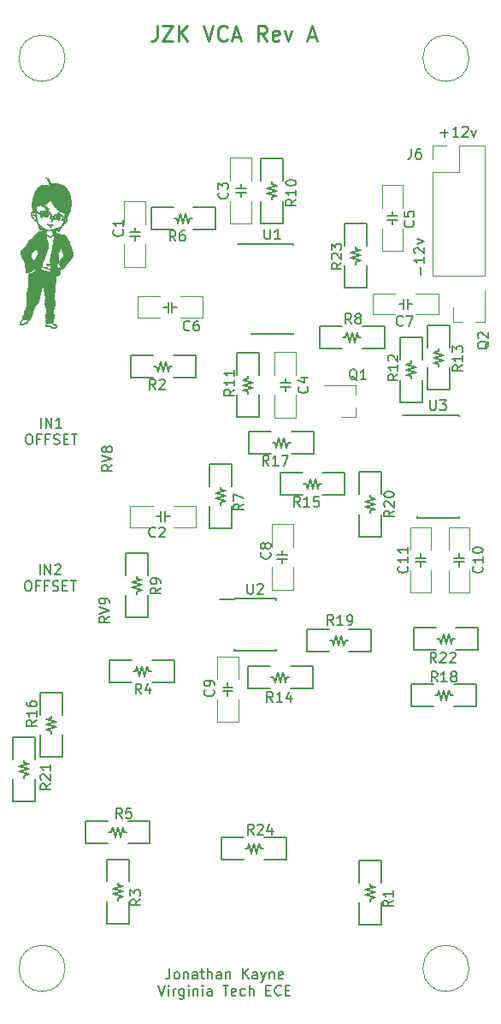
<source format=gto>
G04 #@! TF.GenerationSoftware,KiCad,Pcbnew,(5.1.0)-1*
G04 #@! TF.CreationDate,2019-05-27T16:53:05-04:00*
G04 #@! TF.ProjectId,VCA,5643412e-6b69-4636-9164-5f7063625858,rev?*
G04 #@! TF.SameCoordinates,Original*
G04 #@! TF.FileFunction,Legend,Top*
G04 #@! TF.FilePolarity,Positive*
%FSLAX46Y46*%
G04 Gerber Fmt 4.6, Leading zero omitted, Abs format (unit mm)*
G04 Created by KiCad (PCBNEW (5.1.0)-1) date 2019-05-27 16:53:05*
%MOMM*%
%LPD*%
G04 APERTURE LIST*
%ADD10C,0.150000*%
%ADD11C,0.250000*%
%ADD12C,0.010000*%
%ADD13C,0.050000*%
%ADD14C,0.120000*%
G04 APERTURE END LIST*
D10*
X44800000Y-86027380D02*
X44800000Y-85027380D01*
X45276190Y-86027380D02*
X45276190Y-85027380D01*
X45847619Y-86027380D01*
X45847619Y-85027380D01*
X46276190Y-85122619D02*
X46323809Y-85075000D01*
X46419047Y-85027380D01*
X46657142Y-85027380D01*
X46752380Y-85075000D01*
X46800000Y-85122619D01*
X46847619Y-85217857D01*
X46847619Y-85313095D01*
X46800000Y-85455952D01*
X46228571Y-86027380D01*
X46847619Y-86027380D01*
X43538095Y-86677380D02*
X43728571Y-86677380D01*
X43823809Y-86725000D01*
X43919047Y-86820238D01*
X43966666Y-87010714D01*
X43966666Y-87344047D01*
X43919047Y-87534523D01*
X43823809Y-87629761D01*
X43728571Y-87677380D01*
X43538095Y-87677380D01*
X43442857Y-87629761D01*
X43347619Y-87534523D01*
X43300000Y-87344047D01*
X43300000Y-87010714D01*
X43347619Y-86820238D01*
X43442857Y-86725000D01*
X43538095Y-86677380D01*
X44728571Y-87153571D02*
X44395238Y-87153571D01*
X44395238Y-87677380D02*
X44395238Y-86677380D01*
X44871428Y-86677380D01*
X45585714Y-87153571D02*
X45252380Y-87153571D01*
X45252380Y-87677380D02*
X45252380Y-86677380D01*
X45728571Y-86677380D01*
X46061904Y-87629761D02*
X46204761Y-87677380D01*
X46442857Y-87677380D01*
X46538095Y-87629761D01*
X46585714Y-87582142D01*
X46633333Y-87486904D01*
X46633333Y-87391666D01*
X46585714Y-87296428D01*
X46538095Y-87248809D01*
X46442857Y-87201190D01*
X46252380Y-87153571D01*
X46157142Y-87105952D01*
X46109523Y-87058333D01*
X46061904Y-86963095D01*
X46061904Y-86867857D01*
X46109523Y-86772619D01*
X46157142Y-86725000D01*
X46252380Y-86677380D01*
X46490476Y-86677380D01*
X46633333Y-86725000D01*
X47061904Y-87153571D02*
X47395238Y-87153571D01*
X47538095Y-87677380D02*
X47061904Y-87677380D01*
X47061904Y-86677380D01*
X47538095Y-86677380D01*
X47823809Y-86677380D02*
X48395238Y-86677380D01*
X48109523Y-87677380D02*
X48109523Y-86677380D01*
X44900000Y-71527380D02*
X44900000Y-70527380D01*
X45376190Y-71527380D02*
X45376190Y-70527380D01*
X45947619Y-71527380D01*
X45947619Y-70527380D01*
X46947619Y-71527380D02*
X46376190Y-71527380D01*
X46661904Y-71527380D02*
X46661904Y-70527380D01*
X46566666Y-70670238D01*
X46471428Y-70765476D01*
X46376190Y-70813095D01*
X43638095Y-72177380D02*
X43828571Y-72177380D01*
X43923809Y-72225000D01*
X44019047Y-72320238D01*
X44066666Y-72510714D01*
X44066666Y-72844047D01*
X44019047Y-73034523D01*
X43923809Y-73129761D01*
X43828571Y-73177380D01*
X43638095Y-73177380D01*
X43542857Y-73129761D01*
X43447619Y-73034523D01*
X43400000Y-72844047D01*
X43400000Y-72510714D01*
X43447619Y-72320238D01*
X43542857Y-72225000D01*
X43638095Y-72177380D01*
X44828571Y-72653571D02*
X44495238Y-72653571D01*
X44495238Y-73177380D02*
X44495238Y-72177380D01*
X44971428Y-72177380D01*
X45685714Y-72653571D02*
X45352380Y-72653571D01*
X45352380Y-73177380D02*
X45352380Y-72177380D01*
X45828571Y-72177380D01*
X46161904Y-73129761D02*
X46304761Y-73177380D01*
X46542857Y-73177380D01*
X46638095Y-73129761D01*
X46685714Y-73082142D01*
X46733333Y-72986904D01*
X46733333Y-72891666D01*
X46685714Y-72796428D01*
X46638095Y-72748809D01*
X46542857Y-72701190D01*
X46352380Y-72653571D01*
X46257142Y-72605952D01*
X46209523Y-72558333D01*
X46161904Y-72463095D01*
X46161904Y-72367857D01*
X46209523Y-72272619D01*
X46257142Y-72225000D01*
X46352380Y-72177380D01*
X46590476Y-72177380D01*
X46733333Y-72225000D01*
X47161904Y-72653571D02*
X47495238Y-72653571D01*
X47638095Y-73177380D02*
X47161904Y-73177380D01*
X47161904Y-72177380D01*
X47638095Y-72177380D01*
X47923809Y-72177380D02*
X48495238Y-72177380D01*
X48209523Y-73177380D02*
X48209523Y-72177380D01*
X82471428Y-56414285D02*
X82471428Y-55652380D01*
X82852380Y-54652380D02*
X82852380Y-55223809D01*
X82852380Y-54938095D02*
X81852380Y-54938095D01*
X81995238Y-55033333D01*
X82090476Y-55128571D01*
X82138095Y-55223809D01*
X81947619Y-54271428D02*
X81900000Y-54223809D01*
X81852380Y-54128571D01*
X81852380Y-53890476D01*
X81900000Y-53795238D01*
X81947619Y-53747619D01*
X82042857Y-53700000D01*
X82138095Y-53700000D01*
X82280952Y-53747619D01*
X82852380Y-54319047D01*
X82852380Y-53700000D01*
X82185714Y-53366666D02*
X82852380Y-53128571D01*
X82185714Y-52890476D01*
X84485714Y-42371428D02*
X85247619Y-42371428D01*
X84866666Y-42752380D02*
X84866666Y-41990476D01*
X86247619Y-42752380D02*
X85676190Y-42752380D01*
X85961904Y-42752380D02*
X85961904Y-41752380D01*
X85866666Y-41895238D01*
X85771428Y-41990476D01*
X85676190Y-42038095D01*
X86628571Y-41847619D02*
X86676190Y-41800000D01*
X86771428Y-41752380D01*
X87009523Y-41752380D01*
X87104761Y-41800000D01*
X87152380Y-41847619D01*
X87200000Y-41942857D01*
X87200000Y-42038095D01*
X87152380Y-42180952D01*
X86580952Y-42752380D01*
X87200000Y-42752380D01*
X87533333Y-42085714D02*
X87771428Y-42752380D01*
X88009523Y-42085714D01*
X57647619Y-125027380D02*
X57647619Y-125741666D01*
X57600000Y-125884523D01*
X57504761Y-125979761D01*
X57361904Y-126027380D01*
X57266666Y-126027380D01*
X58266666Y-126027380D02*
X58171428Y-125979761D01*
X58123809Y-125932142D01*
X58076190Y-125836904D01*
X58076190Y-125551190D01*
X58123809Y-125455952D01*
X58171428Y-125408333D01*
X58266666Y-125360714D01*
X58409523Y-125360714D01*
X58504761Y-125408333D01*
X58552380Y-125455952D01*
X58600000Y-125551190D01*
X58600000Y-125836904D01*
X58552380Y-125932142D01*
X58504761Y-125979761D01*
X58409523Y-126027380D01*
X58266666Y-126027380D01*
X59028571Y-125360714D02*
X59028571Y-126027380D01*
X59028571Y-125455952D02*
X59076190Y-125408333D01*
X59171428Y-125360714D01*
X59314285Y-125360714D01*
X59409523Y-125408333D01*
X59457142Y-125503571D01*
X59457142Y-126027380D01*
X60361904Y-126027380D02*
X60361904Y-125503571D01*
X60314285Y-125408333D01*
X60219047Y-125360714D01*
X60028571Y-125360714D01*
X59933333Y-125408333D01*
X60361904Y-125979761D02*
X60266666Y-126027380D01*
X60028571Y-126027380D01*
X59933333Y-125979761D01*
X59885714Y-125884523D01*
X59885714Y-125789285D01*
X59933333Y-125694047D01*
X60028571Y-125646428D01*
X60266666Y-125646428D01*
X60361904Y-125598809D01*
X60695238Y-125360714D02*
X61076190Y-125360714D01*
X60838095Y-125027380D02*
X60838095Y-125884523D01*
X60885714Y-125979761D01*
X60980952Y-126027380D01*
X61076190Y-126027380D01*
X61409523Y-126027380D02*
X61409523Y-125027380D01*
X61838095Y-126027380D02*
X61838095Y-125503571D01*
X61790476Y-125408333D01*
X61695238Y-125360714D01*
X61552380Y-125360714D01*
X61457142Y-125408333D01*
X61409523Y-125455952D01*
X62742857Y-126027380D02*
X62742857Y-125503571D01*
X62695238Y-125408333D01*
X62600000Y-125360714D01*
X62409523Y-125360714D01*
X62314285Y-125408333D01*
X62742857Y-125979761D02*
X62647619Y-126027380D01*
X62409523Y-126027380D01*
X62314285Y-125979761D01*
X62266666Y-125884523D01*
X62266666Y-125789285D01*
X62314285Y-125694047D01*
X62409523Y-125646428D01*
X62647619Y-125646428D01*
X62742857Y-125598809D01*
X63219047Y-125360714D02*
X63219047Y-126027380D01*
X63219047Y-125455952D02*
X63266666Y-125408333D01*
X63361904Y-125360714D01*
X63504761Y-125360714D01*
X63600000Y-125408333D01*
X63647619Y-125503571D01*
X63647619Y-126027380D01*
X64885714Y-126027380D02*
X64885714Y-125027380D01*
X65457142Y-126027380D02*
X65028571Y-125455952D01*
X65457142Y-125027380D02*
X64885714Y-125598809D01*
X66314285Y-126027380D02*
X66314285Y-125503571D01*
X66266666Y-125408333D01*
X66171428Y-125360714D01*
X65980952Y-125360714D01*
X65885714Y-125408333D01*
X66314285Y-125979761D02*
X66219047Y-126027380D01*
X65980952Y-126027380D01*
X65885714Y-125979761D01*
X65838095Y-125884523D01*
X65838095Y-125789285D01*
X65885714Y-125694047D01*
X65980952Y-125646428D01*
X66219047Y-125646428D01*
X66314285Y-125598809D01*
X66695238Y-125360714D02*
X66933333Y-126027380D01*
X67171428Y-125360714D02*
X66933333Y-126027380D01*
X66838095Y-126265476D01*
X66790476Y-126313095D01*
X66695238Y-126360714D01*
X67552380Y-125360714D02*
X67552380Y-126027380D01*
X67552380Y-125455952D02*
X67600000Y-125408333D01*
X67695238Y-125360714D01*
X67838095Y-125360714D01*
X67933333Y-125408333D01*
X67980952Y-125503571D01*
X67980952Y-126027380D01*
X68838095Y-125979761D02*
X68742857Y-126027380D01*
X68552380Y-126027380D01*
X68457142Y-125979761D01*
X68409523Y-125884523D01*
X68409523Y-125503571D01*
X68457142Y-125408333D01*
X68552380Y-125360714D01*
X68742857Y-125360714D01*
X68838095Y-125408333D01*
X68885714Y-125503571D01*
X68885714Y-125598809D01*
X68409523Y-125694047D01*
X56528571Y-126677380D02*
X56861904Y-127677380D01*
X57195238Y-126677380D01*
X57528571Y-127677380D02*
X57528571Y-127010714D01*
X57528571Y-126677380D02*
X57480952Y-126725000D01*
X57528571Y-126772619D01*
X57576190Y-126725000D01*
X57528571Y-126677380D01*
X57528571Y-126772619D01*
X58004761Y-127677380D02*
X58004761Y-127010714D01*
X58004761Y-127201190D02*
X58052380Y-127105952D01*
X58100000Y-127058333D01*
X58195238Y-127010714D01*
X58290476Y-127010714D01*
X59052380Y-127010714D02*
X59052380Y-127820238D01*
X59004761Y-127915476D01*
X58957142Y-127963095D01*
X58861904Y-128010714D01*
X58719047Y-128010714D01*
X58623809Y-127963095D01*
X59052380Y-127629761D02*
X58957142Y-127677380D01*
X58766666Y-127677380D01*
X58671428Y-127629761D01*
X58623809Y-127582142D01*
X58576190Y-127486904D01*
X58576190Y-127201190D01*
X58623809Y-127105952D01*
X58671428Y-127058333D01*
X58766666Y-127010714D01*
X58957142Y-127010714D01*
X59052380Y-127058333D01*
X59528571Y-127677380D02*
X59528571Y-127010714D01*
X59528571Y-126677380D02*
X59480952Y-126725000D01*
X59528571Y-126772619D01*
X59576190Y-126725000D01*
X59528571Y-126677380D01*
X59528571Y-126772619D01*
X60004761Y-127010714D02*
X60004761Y-127677380D01*
X60004761Y-127105952D02*
X60052380Y-127058333D01*
X60147619Y-127010714D01*
X60290476Y-127010714D01*
X60385714Y-127058333D01*
X60433333Y-127153571D01*
X60433333Y-127677380D01*
X60909523Y-127677380D02*
X60909523Y-127010714D01*
X60909523Y-126677380D02*
X60861904Y-126725000D01*
X60909523Y-126772619D01*
X60957142Y-126725000D01*
X60909523Y-126677380D01*
X60909523Y-126772619D01*
X61814285Y-127677380D02*
X61814285Y-127153571D01*
X61766666Y-127058333D01*
X61671428Y-127010714D01*
X61480952Y-127010714D01*
X61385714Y-127058333D01*
X61814285Y-127629761D02*
X61719047Y-127677380D01*
X61480952Y-127677380D01*
X61385714Y-127629761D01*
X61338095Y-127534523D01*
X61338095Y-127439285D01*
X61385714Y-127344047D01*
X61480952Y-127296428D01*
X61719047Y-127296428D01*
X61814285Y-127248809D01*
X62909523Y-126677380D02*
X63480952Y-126677380D01*
X63195238Y-127677380D02*
X63195238Y-126677380D01*
X64195238Y-127629761D02*
X64100000Y-127677380D01*
X63909523Y-127677380D01*
X63814285Y-127629761D01*
X63766666Y-127534523D01*
X63766666Y-127153571D01*
X63814285Y-127058333D01*
X63909523Y-127010714D01*
X64100000Y-127010714D01*
X64195238Y-127058333D01*
X64242857Y-127153571D01*
X64242857Y-127248809D01*
X63766666Y-127344047D01*
X65100000Y-127629761D02*
X65004761Y-127677380D01*
X64814285Y-127677380D01*
X64719047Y-127629761D01*
X64671428Y-127582142D01*
X64623809Y-127486904D01*
X64623809Y-127201190D01*
X64671428Y-127105952D01*
X64719047Y-127058333D01*
X64814285Y-127010714D01*
X65004761Y-127010714D01*
X65100000Y-127058333D01*
X65528571Y-127677380D02*
X65528571Y-126677380D01*
X65957142Y-127677380D02*
X65957142Y-127153571D01*
X65909523Y-127058333D01*
X65814285Y-127010714D01*
X65671428Y-127010714D01*
X65576190Y-127058333D01*
X65528571Y-127105952D01*
X67195238Y-127153571D02*
X67528571Y-127153571D01*
X67671428Y-127677380D02*
X67195238Y-127677380D01*
X67195238Y-126677380D01*
X67671428Y-126677380D01*
X68671428Y-127582142D02*
X68623809Y-127629761D01*
X68480952Y-127677380D01*
X68385714Y-127677380D01*
X68242857Y-127629761D01*
X68147619Y-127534523D01*
X68100000Y-127439285D01*
X68052380Y-127248809D01*
X68052380Y-127105952D01*
X68100000Y-126915476D01*
X68147619Y-126820238D01*
X68242857Y-126725000D01*
X68385714Y-126677380D01*
X68480952Y-126677380D01*
X68623809Y-126725000D01*
X68671428Y-126772619D01*
X69100000Y-127153571D02*
X69433333Y-127153571D01*
X69576190Y-127677380D02*
X69100000Y-127677380D01*
X69100000Y-126677380D01*
X69576190Y-126677380D01*
D11*
X56392857Y-31778571D02*
X56392857Y-32850000D01*
X56321428Y-33064285D01*
X56178571Y-33207142D01*
X55964285Y-33278571D01*
X55821428Y-33278571D01*
X56964285Y-31778571D02*
X57964285Y-31778571D01*
X56964285Y-33278571D01*
X57964285Y-33278571D01*
X58535714Y-33278571D02*
X58535714Y-31778571D01*
X59392857Y-33278571D02*
X58750000Y-32421428D01*
X59392857Y-31778571D02*
X58535714Y-32635714D01*
X60964285Y-31778571D02*
X61464285Y-33278571D01*
X61964285Y-31778571D01*
X63321428Y-33135714D02*
X63250000Y-33207142D01*
X63035714Y-33278571D01*
X62892857Y-33278571D01*
X62678571Y-33207142D01*
X62535714Y-33064285D01*
X62464285Y-32921428D01*
X62392857Y-32635714D01*
X62392857Y-32421428D01*
X62464285Y-32135714D01*
X62535714Y-31992857D01*
X62678571Y-31850000D01*
X62892857Y-31778571D01*
X63035714Y-31778571D01*
X63250000Y-31850000D01*
X63321428Y-31921428D01*
X63892857Y-32850000D02*
X64607142Y-32850000D01*
X63750000Y-33278571D02*
X64250000Y-31778571D01*
X64750000Y-33278571D01*
X67250000Y-33278571D02*
X66750000Y-32564285D01*
X66392857Y-33278571D02*
X66392857Y-31778571D01*
X66964285Y-31778571D01*
X67107142Y-31850000D01*
X67178571Y-31921428D01*
X67250000Y-32064285D01*
X67250000Y-32278571D01*
X67178571Y-32421428D01*
X67107142Y-32492857D01*
X66964285Y-32564285D01*
X66392857Y-32564285D01*
X68464285Y-33207142D02*
X68321428Y-33278571D01*
X68035714Y-33278571D01*
X67892857Y-33207142D01*
X67821428Y-33064285D01*
X67821428Y-32492857D01*
X67892857Y-32350000D01*
X68035714Y-32278571D01*
X68321428Y-32278571D01*
X68464285Y-32350000D01*
X68535714Y-32492857D01*
X68535714Y-32635714D01*
X67821428Y-32778571D01*
X69035714Y-32278571D02*
X69392857Y-33278571D01*
X69750000Y-32278571D01*
X71392857Y-32850000D02*
X72107142Y-32850000D01*
X71250000Y-33278571D02*
X71750000Y-31778571D01*
X72250000Y-33278571D01*
D12*
G36*
X44102988Y-50375445D02*
G01*
X44136788Y-50391149D01*
X44173911Y-50416739D01*
X44213112Y-50451303D01*
X44253146Y-50493929D01*
X44292768Y-50543706D01*
X44330733Y-50599722D01*
X44346157Y-50625359D01*
X44357651Y-50645958D01*
X44364431Y-50659635D01*
X44365269Y-50663020D01*
X44359134Y-50657599D01*
X44343773Y-50642572D01*
X44320991Y-50619747D01*
X44292594Y-50590931D01*
X44263312Y-50560940D01*
X44216487Y-50514422D01*
X44174787Y-50476266D01*
X44139246Y-50447261D01*
X44110902Y-50428196D01*
X44090788Y-50419859D01*
X44080845Y-50421890D01*
X44074447Y-50433825D01*
X44067743Y-50453782D01*
X44066976Y-50456687D01*
X44059431Y-50477589D01*
X44051246Y-50482791D01*
X44042130Y-50472256D01*
X44033916Y-50452320D01*
X44027431Y-50429353D01*
X44027874Y-50412630D01*
X44033971Y-50396757D01*
X44050334Y-50377337D01*
X44073755Y-50370537D01*
X44102988Y-50375445D01*
X44102988Y-50375445D01*
G37*
X44102988Y-50375445D02*
X44136788Y-50391149D01*
X44173911Y-50416739D01*
X44213112Y-50451303D01*
X44253146Y-50493929D01*
X44292768Y-50543706D01*
X44330733Y-50599722D01*
X44346157Y-50625359D01*
X44357651Y-50645958D01*
X44364431Y-50659635D01*
X44365269Y-50663020D01*
X44359134Y-50657599D01*
X44343773Y-50642572D01*
X44320991Y-50619747D01*
X44292594Y-50590931D01*
X44263312Y-50560940D01*
X44216487Y-50514422D01*
X44174787Y-50476266D01*
X44139246Y-50447261D01*
X44110902Y-50428196D01*
X44090788Y-50419859D01*
X44080845Y-50421890D01*
X44074447Y-50433825D01*
X44067743Y-50453782D01*
X44066976Y-50456687D01*
X44059431Y-50477589D01*
X44051246Y-50482791D01*
X44042130Y-50472256D01*
X44033916Y-50452320D01*
X44027431Y-50429353D01*
X44027874Y-50412630D01*
X44033971Y-50396757D01*
X44050334Y-50377337D01*
X44073755Y-50370537D01*
X44102988Y-50375445D01*
G36*
X45294088Y-49881664D02*
G01*
X45321504Y-49887084D01*
X45357086Y-49896967D01*
X45397632Y-49910402D01*
X45439936Y-49926477D01*
X45449519Y-49930427D01*
X45473103Y-49941584D01*
X45500994Y-49956658D01*
X45529800Y-49973556D01*
X45556125Y-49990181D01*
X45576576Y-50004437D01*
X45587757Y-50014231D01*
X45588875Y-50016452D01*
X45585933Y-50019486D01*
X45575681Y-50016570D01*
X45555977Y-50006827D01*
X45529835Y-49992317D01*
X45497583Y-49975524D01*
X45458654Y-49957570D01*
X45416594Y-49939834D01*
X45374949Y-49923698D01*
X45337265Y-49910540D01*
X45307088Y-49901742D01*
X45289234Y-49898688D01*
X45269880Y-49895966D01*
X45263930Y-49890417D01*
X45272446Y-49883661D01*
X45278046Y-49881620D01*
X45294088Y-49881664D01*
X45294088Y-49881664D01*
G37*
X45294088Y-49881664D02*
X45321504Y-49887084D01*
X45357086Y-49896967D01*
X45397632Y-49910402D01*
X45439936Y-49926477D01*
X45449519Y-49930427D01*
X45473103Y-49941584D01*
X45500994Y-49956658D01*
X45529800Y-49973556D01*
X45556125Y-49990181D01*
X45576576Y-50004437D01*
X45587757Y-50014231D01*
X45588875Y-50016452D01*
X45585933Y-50019486D01*
X45575681Y-50016570D01*
X45555977Y-50006827D01*
X45529835Y-49992317D01*
X45497583Y-49975524D01*
X45458654Y-49957570D01*
X45416594Y-49939834D01*
X45374949Y-49923698D01*
X45337265Y-49910540D01*
X45307088Y-49901742D01*
X45289234Y-49898688D01*
X45269880Y-49895966D01*
X45263930Y-49890417D01*
X45272446Y-49883661D01*
X45278046Y-49881620D01*
X45294088Y-49881664D01*
G36*
X46672057Y-50289462D02*
G01*
X46716409Y-50290824D01*
X46756282Y-50293048D01*
X46788287Y-50296124D01*
X46791406Y-50296546D01*
X46802881Y-50298751D01*
X46802044Y-50300495D01*
X46788186Y-50301816D01*
X46760597Y-50302752D01*
X46718565Y-50303343D01*
X46661381Y-50303626D01*
X46660437Y-50303628D01*
X46600027Y-50303542D01*
X46554585Y-50302966D01*
X46523211Y-50301855D01*
X46505005Y-50300165D01*
X46499065Y-50297853D01*
X46501687Y-50295855D01*
X46517615Y-50292789D01*
X46546004Y-50290625D01*
X46583466Y-50289355D01*
X46626613Y-50288970D01*
X46672057Y-50289462D01*
X46672057Y-50289462D01*
G37*
X46672057Y-50289462D02*
X46716409Y-50290824D01*
X46756282Y-50293048D01*
X46788287Y-50296124D01*
X46791406Y-50296546D01*
X46802881Y-50298751D01*
X46802044Y-50300495D01*
X46788186Y-50301816D01*
X46760597Y-50302752D01*
X46718565Y-50303343D01*
X46661381Y-50303626D01*
X46660437Y-50303628D01*
X46600027Y-50303542D01*
X46554585Y-50302966D01*
X46523211Y-50301855D01*
X46505005Y-50300165D01*
X46499065Y-50297853D01*
X46501687Y-50295855D01*
X46517615Y-50292789D01*
X46546004Y-50290625D01*
X46583466Y-50289355D01*
X46626613Y-50288970D01*
X46672057Y-50289462D01*
G36*
X45788183Y-50350776D02*
G01*
X45809426Y-50355523D01*
X45838010Y-50363638D01*
X45851531Y-50367910D01*
X45918281Y-50389632D01*
X45916590Y-50482691D01*
X45916487Y-50518995D01*
X45917462Y-50548673D01*
X45919339Y-50568624D01*
X45921882Y-50575750D01*
X45930464Y-50569482D01*
X45932178Y-50565828D01*
X45942664Y-50557855D01*
X45964742Y-50555956D01*
X45995508Y-50559733D01*
X46032058Y-50568789D01*
X46071486Y-50582729D01*
X46079045Y-50585888D01*
X46144560Y-50613992D01*
X46149605Y-50592886D01*
X46160870Y-50558272D01*
X46177655Y-50521300D01*
X46197182Y-50487154D01*
X46216676Y-50461017D01*
X46224179Y-50453680D01*
X46243578Y-50439502D01*
X46261070Y-50434350D01*
X46285074Y-50435843D01*
X46286501Y-50436037D01*
X46320249Y-50443694D01*
X46343607Y-50454876D01*
X46355626Y-50467781D01*
X46355358Y-50480609D01*
X46341855Y-50491557D01*
X46319160Y-50498058D01*
X46288889Y-50508874D01*
X46263067Y-50530940D01*
X46240871Y-50565465D01*
X46221475Y-50613658D01*
X46207784Y-50661423D01*
X46196007Y-50719377D01*
X46193002Y-50766811D01*
X46198783Y-50806447D01*
X46208607Y-50832117D01*
X46223403Y-50862889D01*
X46231576Y-50883152D01*
X46233955Y-50896415D01*
X46231371Y-50906186D01*
X46227530Y-50912180D01*
X46218101Y-50921257D01*
X46205398Y-50921995D01*
X46189996Y-50917669D01*
X46158897Y-50900814D01*
X46131499Y-50874532D01*
X46114280Y-50845625D01*
X46111192Y-50822875D01*
X46113499Y-50786560D01*
X46116684Y-50763609D01*
X46121309Y-50729624D01*
X46122143Y-50708969D01*
X46119216Y-50699564D01*
X46117643Y-50698636D01*
X46097403Y-50692954D01*
X46068988Y-50685851D01*
X46036836Y-50678329D01*
X46005386Y-50671386D01*
X45979075Y-50666025D01*
X45962342Y-50663244D01*
X45959795Y-50663062D01*
X45949472Y-50666004D01*
X45948066Y-50677718D01*
X45949338Y-50684890D01*
X45952234Y-50702614D01*
X45956039Y-50731034D01*
X45960086Y-50765048D01*
X45961525Y-50778156D01*
X45966052Y-50813629D01*
X45972907Y-50859085D01*
X45981201Y-50908959D01*
X45990046Y-50957688D01*
X45991079Y-50963074D01*
X45999942Y-51010266D01*
X46005326Y-51044662D01*
X46006984Y-51069009D01*
X46004666Y-51086054D01*
X45998125Y-51098544D01*
X45987112Y-51109225D01*
X45977198Y-51116673D01*
X45956696Y-51127844D01*
X45934122Y-51134970D01*
X45914033Y-51137328D01*
X45900988Y-51134190D01*
X45898437Y-51129213D01*
X45903969Y-51117455D01*
X45918118Y-51100375D01*
X45929285Y-51089477D01*
X45960133Y-51061608D01*
X45944167Y-50979413D01*
X45935159Y-50921850D01*
X45929659Y-50858239D01*
X45927287Y-50784001D01*
X45927210Y-50776198D01*
X45926557Y-50734399D01*
X45925409Y-50698847D01*
X45923903Y-50672264D01*
X45922172Y-50657372D01*
X45921198Y-50655151D01*
X45918155Y-50662419D01*
X45914587Y-50681719D01*
X45911157Y-50709251D01*
X45910431Y-50716640D01*
X45903565Y-50765879D01*
X45892411Y-50801390D01*
X45875230Y-50825118D01*
X45850285Y-50839003D01*
X45815837Y-50844987D01*
X45795000Y-50845625D01*
X45756063Y-50843144D01*
X45730036Y-50835984D01*
X45717776Y-50824568D01*
X45720137Y-50809322D01*
X45720497Y-50808721D01*
X45734218Y-50796701D01*
X45752247Y-50789237D01*
X45777476Y-50783362D01*
X45796441Y-50779028D01*
X45809221Y-50773831D01*
X45819140Y-50763484D01*
X45826607Y-50746140D01*
X45832033Y-50719954D01*
X45835826Y-50683080D01*
X45838397Y-50633673D01*
X45839860Y-50583446D01*
X45843059Y-50444299D01*
X45807248Y-50409153D01*
X45783808Y-50383974D01*
X45772840Y-50366195D01*
X45773631Y-50354375D01*
X45778110Y-50350313D01*
X45788183Y-50350776D01*
X45788183Y-50350776D01*
G37*
X45788183Y-50350776D02*
X45809426Y-50355523D01*
X45838010Y-50363638D01*
X45851531Y-50367910D01*
X45918281Y-50389632D01*
X45916590Y-50482691D01*
X45916487Y-50518995D01*
X45917462Y-50548673D01*
X45919339Y-50568624D01*
X45921882Y-50575750D01*
X45930464Y-50569482D01*
X45932178Y-50565828D01*
X45942664Y-50557855D01*
X45964742Y-50555956D01*
X45995508Y-50559733D01*
X46032058Y-50568789D01*
X46071486Y-50582729D01*
X46079045Y-50585888D01*
X46144560Y-50613992D01*
X46149605Y-50592886D01*
X46160870Y-50558272D01*
X46177655Y-50521300D01*
X46197182Y-50487154D01*
X46216676Y-50461017D01*
X46224179Y-50453680D01*
X46243578Y-50439502D01*
X46261070Y-50434350D01*
X46285074Y-50435843D01*
X46286501Y-50436037D01*
X46320249Y-50443694D01*
X46343607Y-50454876D01*
X46355626Y-50467781D01*
X46355358Y-50480609D01*
X46341855Y-50491557D01*
X46319160Y-50498058D01*
X46288889Y-50508874D01*
X46263067Y-50530940D01*
X46240871Y-50565465D01*
X46221475Y-50613658D01*
X46207784Y-50661423D01*
X46196007Y-50719377D01*
X46193002Y-50766811D01*
X46198783Y-50806447D01*
X46208607Y-50832117D01*
X46223403Y-50862889D01*
X46231576Y-50883152D01*
X46233955Y-50896415D01*
X46231371Y-50906186D01*
X46227530Y-50912180D01*
X46218101Y-50921257D01*
X46205398Y-50921995D01*
X46189996Y-50917669D01*
X46158897Y-50900814D01*
X46131499Y-50874532D01*
X46114280Y-50845625D01*
X46111192Y-50822875D01*
X46113499Y-50786560D01*
X46116684Y-50763609D01*
X46121309Y-50729624D01*
X46122143Y-50708969D01*
X46119216Y-50699564D01*
X46117643Y-50698636D01*
X46097403Y-50692954D01*
X46068988Y-50685851D01*
X46036836Y-50678329D01*
X46005386Y-50671386D01*
X45979075Y-50666025D01*
X45962342Y-50663244D01*
X45959795Y-50663062D01*
X45949472Y-50666004D01*
X45948066Y-50677718D01*
X45949338Y-50684890D01*
X45952234Y-50702614D01*
X45956039Y-50731034D01*
X45960086Y-50765048D01*
X45961525Y-50778156D01*
X45966052Y-50813629D01*
X45972907Y-50859085D01*
X45981201Y-50908959D01*
X45990046Y-50957688D01*
X45991079Y-50963074D01*
X45999942Y-51010266D01*
X46005326Y-51044662D01*
X46006984Y-51069009D01*
X46004666Y-51086054D01*
X45998125Y-51098544D01*
X45987112Y-51109225D01*
X45977198Y-51116673D01*
X45956696Y-51127844D01*
X45934122Y-51134970D01*
X45914033Y-51137328D01*
X45900988Y-51134190D01*
X45898437Y-51129213D01*
X45903969Y-51117455D01*
X45918118Y-51100375D01*
X45929285Y-51089477D01*
X45960133Y-51061608D01*
X45944167Y-50979413D01*
X45935159Y-50921850D01*
X45929659Y-50858239D01*
X45927287Y-50784001D01*
X45927210Y-50776198D01*
X45926557Y-50734399D01*
X45925409Y-50698847D01*
X45923903Y-50672264D01*
X45922172Y-50657372D01*
X45921198Y-50655151D01*
X45918155Y-50662419D01*
X45914587Y-50681719D01*
X45911157Y-50709251D01*
X45910431Y-50716640D01*
X45903565Y-50765879D01*
X45892411Y-50801390D01*
X45875230Y-50825118D01*
X45850285Y-50839003D01*
X45815837Y-50844987D01*
X45795000Y-50845625D01*
X45756063Y-50843144D01*
X45730036Y-50835984D01*
X45717776Y-50824568D01*
X45720137Y-50809322D01*
X45720497Y-50808721D01*
X45734218Y-50796701D01*
X45752247Y-50789237D01*
X45777476Y-50783362D01*
X45796441Y-50779028D01*
X45809221Y-50773831D01*
X45819140Y-50763484D01*
X45826607Y-50746140D01*
X45832033Y-50719954D01*
X45835826Y-50683080D01*
X45838397Y-50633673D01*
X45839860Y-50583446D01*
X45843059Y-50444299D01*
X45807248Y-50409153D01*
X45783808Y-50383974D01*
X45772840Y-50366195D01*
X45773631Y-50354375D01*
X45778110Y-50350313D01*
X45788183Y-50350776D01*
G36*
X45515576Y-51374894D02*
G01*
X45536964Y-51389409D01*
X45543438Y-51393998D01*
X45569729Y-51411390D01*
X45595281Y-51424730D01*
X45622747Y-51434538D01*
X45654777Y-51441337D01*
X45694024Y-51445646D01*
X45743138Y-51447987D01*
X45804772Y-51448880D01*
X45823031Y-51448940D01*
X45905487Y-51449915D01*
X45972338Y-51452556D01*
X46023770Y-51456897D01*
X46059969Y-51462969D01*
X46081122Y-51470805D01*
X46087412Y-51480437D01*
X46079028Y-51491897D01*
X46077498Y-51493065D01*
X46069934Y-51496614D01*
X46056857Y-51499366D01*
X46036525Y-51501408D01*
X46007200Y-51502824D01*
X45967141Y-51503700D01*
X45914609Y-51504121D01*
X45851279Y-51504178D01*
X45785812Y-51503974D01*
X45734069Y-51503461D01*
X45693901Y-51502511D01*
X45663159Y-51501002D01*
X45639692Y-51498808D01*
X45621352Y-51495804D01*
X45605989Y-51491866D01*
X45598778Y-51489516D01*
X45572092Y-51478675D01*
X45549585Y-51466752D01*
X45540975Y-51460532D01*
X45521388Y-51438589D01*
X45505458Y-51413278D01*
X45496107Y-51389883D01*
X45495040Y-51377478D01*
X45497474Y-51369904D01*
X45503366Y-51368717D01*
X45515576Y-51374894D01*
X45515576Y-51374894D01*
G37*
X45515576Y-51374894D02*
X45536964Y-51389409D01*
X45543438Y-51393998D01*
X45569729Y-51411390D01*
X45595281Y-51424730D01*
X45622747Y-51434538D01*
X45654777Y-51441337D01*
X45694024Y-51445646D01*
X45743138Y-51447987D01*
X45804772Y-51448880D01*
X45823031Y-51448940D01*
X45905487Y-51449915D01*
X45972338Y-51452556D01*
X46023770Y-51456897D01*
X46059969Y-51462969D01*
X46081122Y-51470805D01*
X46087412Y-51480437D01*
X46079028Y-51491897D01*
X46077498Y-51493065D01*
X46069934Y-51496614D01*
X46056857Y-51499366D01*
X46036525Y-51501408D01*
X46007200Y-51502824D01*
X45967141Y-51503700D01*
X45914609Y-51504121D01*
X45851279Y-51504178D01*
X45785812Y-51503974D01*
X45734069Y-51503461D01*
X45693901Y-51502511D01*
X45663159Y-51501002D01*
X45639692Y-51498808D01*
X45621352Y-51495804D01*
X45605989Y-51491866D01*
X45598778Y-51489516D01*
X45572092Y-51478675D01*
X45549585Y-51466752D01*
X45540975Y-51460532D01*
X45521388Y-51438589D01*
X45505458Y-51413278D01*
X45496107Y-51389883D01*
X45495040Y-51377478D01*
X45497474Y-51369904D01*
X45503366Y-51368717D01*
X45515576Y-51374894D01*
G36*
X45774844Y-51624954D02*
G01*
X45797579Y-51628632D01*
X45824644Y-51633504D01*
X45850431Y-51638541D01*
X45869338Y-51642713D01*
X45874402Y-51644133D01*
X45882104Y-51648543D01*
X45875606Y-51654787D01*
X45874402Y-51655555D01*
X45854381Y-51661513D01*
X45826481Y-51662222D01*
X45797678Y-51658030D01*
X45777390Y-51650709D01*
X45762101Y-51639706D01*
X45755284Y-51629546D01*
X45758966Y-51623819D01*
X45762042Y-51623500D01*
X45774844Y-51624954D01*
X45774844Y-51624954D01*
G37*
X45774844Y-51624954D02*
X45797579Y-51628632D01*
X45824644Y-51633504D01*
X45850431Y-51638541D01*
X45869338Y-51642713D01*
X45874402Y-51644133D01*
X45882104Y-51648543D01*
X45875606Y-51654787D01*
X45874402Y-51655555D01*
X45854381Y-51661513D01*
X45826481Y-51662222D01*
X45797678Y-51658030D01*
X45777390Y-51650709D01*
X45762101Y-51639706D01*
X45755284Y-51629546D01*
X45758966Y-51623819D01*
X45762042Y-51623500D01*
X45774844Y-51624954D01*
G36*
X45379635Y-46770915D02*
G01*
X45384484Y-46773774D01*
X45403970Y-46784111D01*
X45418828Y-46789367D01*
X45420561Y-46789532D01*
X45434972Y-46794537D01*
X45458260Y-46808079D01*
X45487542Y-46828031D01*
X45519938Y-46852264D01*
X45552565Y-46878649D01*
X45582543Y-46905059D01*
X45600269Y-46922277D01*
X45628656Y-46953283D01*
X45660743Y-46991287D01*
X45691386Y-47030100D01*
X45704313Y-47047531D01*
X45731391Y-47088445D01*
X45761851Y-47140012D01*
X45793512Y-47198015D01*
X45824194Y-47258239D01*
X45851716Y-47316467D01*
X45873900Y-47368484D01*
X45883306Y-47393695D01*
X45901474Y-47446172D01*
X45941627Y-47422407D01*
X46012624Y-47386188D01*
X46087066Y-47360134D01*
X46166972Y-47343952D01*
X46254363Y-47337346D01*
X46351259Y-47340025D01*
X46443186Y-47349457D01*
X46537679Y-47363604D01*
X46621093Y-47380338D01*
X46698182Y-47401060D01*
X46773696Y-47427170D01*
X46852388Y-47460068D01*
X46910468Y-47487191D01*
X47050608Y-47560809D01*
X47175596Y-47638995D01*
X47285417Y-47721739D01*
X47380054Y-47809027D01*
X47459494Y-47900848D01*
X47485068Y-47936020D01*
X47539816Y-48023835D01*
X47592502Y-48125129D01*
X47642309Y-48237553D01*
X47688420Y-48358761D01*
X47730015Y-48486404D01*
X47766279Y-48618135D01*
X47796394Y-48751606D01*
X47819541Y-48884470D01*
X47822459Y-48904906D01*
X47833763Y-49002796D01*
X47841936Y-49108238D01*
X47846909Y-49217298D01*
X47848611Y-49326039D01*
X47846972Y-49430527D01*
X47841922Y-49526827D01*
X47834877Y-49599437D01*
X47823876Y-49673829D01*
X47808274Y-49758595D01*
X47789094Y-49849268D01*
X47767360Y-49941375D01*
X47744095Y-50030447D01*
X47720323Y-50112014D01*
X47710534Y-50142653D01*
X47695577Y-50182950D01*
X47674066Y-50233914D01*
X47647473Y-50292517D01*
X47617271Y-50355729D01*
X47584934Y-50420523D01*
X47551933Y-50483868D01*
X47519742Y-50542737D01*
X47495959Y-50583907D01*
X47465169Y-50633436D01*
X47435152Y-50677683D01*
X47407466Y-50714601D01*
X47383672Y-50742143D01*
X47365328Y-50758263D01*
X47361482Y-50760405D01*
X47347288Y-50770095D01*
X47348446Y-50779520D01*
X47365156Y-50789012D01*
X47381819Y-50794613D01*
X47422329Y-50812499D01*
X47449962Y-50838934D01*
X47465320Y-50874846D01*
X47469008Y-50921164D01*
X47468647Y-50928225D01*
X47460743Y-50977225D01*
X47442675Y-51025598D01*
X47413267Y-51075551D01*
X47371344Y-51129294D01*
X47347281Y-51156167D01*
X47315323Y-51191968D01*
X47282337Y-51231142D01*
X47252664Y-51268420D01*
X47234326Y-51293200D01*
X47209971Y-51325421D01*
X47178707Y-51363289D01*
X47145067Y-51401448D01*
X47121275Y-51426761D01*
X47091964Y-51456487D01*
X47070936Y-51476416D01*
X47055645Y-51488361D01*
X47043545Y-51494133D01*
X47032090Y-51495544D01*
X47025199Y-51495123D01*
X47011700Y-51494497D01*
X47001844Y-51497563D01*
X46992939Y-51507063D01*
X46982293Y-51525738D01*
X46969286Y-51552062D01*
X46954058Y-51580806D01*
X46935217Y-51612598D01*
X46914829Y-51644396D01*
X46894959Y-51673153D01*
X46877672Y-51695828D01*
X46865034Y-51709376D01*
X46860875Y-51711825D01*
X46848860Y-51713399D01*
X46837189Y-51714703D01*
X46813097Y-51722905D01*
X46795761Y-51743029D01*
X46786786Y-51764379D01*
X46776097Y-51791459D01*
X46763446Y-51817009D01*
X46763266Y-51817322D01*
X46755448Y-51834402D01*
X46744635Y-51862764D01*
X46732262Y-51898446D01*
X46719903Y-51937031D01*
X46705220Y-51984529D01*
X46694187Y-52019023D01*
X46685909Y-52042723D01*
X46679494Y-52057836D01*
X46674049Y-52066571D01*
X46668681Y-52071135D01*
X46664980Y-52072846D01*
X46653135Y-52071088D01*
X46632009Y-52062480D01*
X46605679Y-52048751D01*
X46599112Y-52044929D01*
X46566999Y-52027137D01*
X46534182Y-52011021D01*
X46507540Y-51999949D01*
X46506579Y-51999617D01*
X46468445Y-51986624D01*
X46419582Y-52020708D01*
X46387215Y-52043118D01*
X46352267Y-52067061D01*
X46326770Y-52084341D01*
X46295766Y-52105887D01*
X46277291Y-52121107D01*
X46270230Y-52131796D01*
X46273469Y-52139746D01*
X46285895Y-52146750D01*
X46287564Y-52147453D01*
X46306776Y-52159268D01*
X46329179Y-52178403D01*
X46341271Y-52191001D01*
X46382054Y-52230615D01*
X46432844Y-52269511D01*
X46488131Y-52303610D01*
X46505709Y-52312760D01*
X46530814Y-52323022D01*
X46569123Y-52335840D01*
X46618284Y-52350614D01*
X46675941Y-52366746D01*
X46739743Y-52383639D01*
X46807333Y-52400692D01*
X46876360Y-52417308D01*
X46944469Y-52432888D01*
X47009306Y-52446834D01*
X47068517Y-52458546D01*
X47103627Y-52464806D01*
X47159815Y-52474719D01*
X47202734Y-52483450D01*
X47234888Y-52491632D01*
X47258777Y-52499899D01*
X47276267Y-52508506D01*
X47296305Y-52522118D01*
X47308989Y-52534328D01*
X47311312Y-52539380D01*
X47316241Y-52550116D01*
X47329213Y-52568655D01*
X47347506Y-52591134D01*
X47349015Y-52592870D01*
X47391527Y-52644161D01*
X47431729Y-52698523D01*
X47470921Y-52758115D01*
X47510407Y-52825095D01*
X47551488Y-52901624D01*
X47595465Y-52989859D01*
X47622137Y-53045814D01*
X47667292Y-53144310D01*
X47706226Y-53235192D01*
X47740901Y-53323595D01*
X47773279Y-53414652D01*
X47805323Y-53513495D01*
X47822901Y-53570989D01*
X47851590Y-53663719D01*
X47882778Y-53759699D01*
X47915065Y-53854854D01*
X47947050Y-53945108D01*
X47977335Y-54026385D01*
X47993380Y-54067333D01*
X48026479Y-54161073D01*
X48047011Y-54247156D01*
X48054956Y-54327651D01*
X48050292Y-54404629D01*
X48032999Y-54480161D01*
X48003055Y-54556316D01*
X47988105Y-54586325D01*
X47959366Y-54636994D01*
X47922167Y-54696342D01*
X47878652Y-54761233D01*
X47830964Y-54828530D01*
X47781249Y-54895097D01*
X47747875Y-54937726D01*
X47720207Y-54972428D01*
X47685906Y-55015593D01*
X47648156Y-55063208D01*
X47610138Y-55111257D01*
X47582350Y-55146451D01*
X47535077Y-55205846D01*
X47495686Y-55253740D01*
X47462662Y-55291431D01*
X47434490Y-55320213D01*
X47409655Y-55341382D01*
X47386642Y-55356235D01*
X47363937Y-55366066D01*
X47340024Y-55372171D01*
X47314268Y-55375757D01*
X47289083Y-55379297D01*
X47276137Y-55384339D01*
X47271794Y-55392586D01*
X47271625Y-55395713D01*
X47268706Y-55419247D01*
X47260793Y-55453345D01*
X47249152Y-55493985D01*
X47235048Y-55537141D01*
X47219747Y-55578790D01*
X47204514Y-55614907D01*
X47199214Y-55625934D01*
X47169548Y-55676002D01*
X47134422Y-55720758D01*
X47096144Y-55758168D01*
X47057020Y-55786197D01*
X47019358Y-55802811D01*
X46994404Y-55806562D01*
X46967764Y-55799376D01*
X46942749Y-55782151D01*
X46914947Y-55757740D01*
X46888895Y-55777245D01*
X46849919Y-55802746D01*
X46815262Y-55818209D01*
X46791800Y-55822437D01*
X46780404Y-55823458D01*
X46774353Y-55829059D01*
X46771954Y-55843048D01*
X46771515Y-55868078D01*
X46770167Y-55896593D01*
X46766599Y-55934385D01*
X46761459Y-55975114D01*
X46758744Y-55993093D01*
X46753358Y-56034679D01*
X46748750Y-56085020D01*
X46745491Y-56137001D01*
X46744269Y-56173212D01*
X46742805Y-56221238D01*
X46740206Y-56255288D01*
X46736260Y-56277232D01*
X46731285Y-56288305D01*
X46700058Y-56326870D01*
X46673373Y-56356105D01*
X46647095Y-56379974D01*
X46617090Y-56402440D01*
X46600512Y-56413649D01*
X46552408Y-56443658D01*
X46496297Y-56475826D01*
X46437753Y-56507147D01*
X46382349Y-56534615D01*
X46345600Y-56551135D01*
X46304608Y-56568419D01*
X46308132Y-56709381D01*
X46309474Y-56757962D01*
X46310970Y-56803620D01*
X46312489Y-56842910D01*
X46313901Y-56872383D01*
X46314819Y-56886062D01*
X46316118Y-56919756D01*
X46315491Y-56966931D01*
X46313112Y-57025333D01*
X46309156Y-57092707D01*
X46303796Y-57166798D01*
X46297209Y-57245353D01*
X46289567Y-57326117D01*
X46281047Y-57406835D01*
X46271822Y-57485253D01*
X46263498Y-57548843D01*
X46255282Y-57614711D01*
X46247156Y-57691516D01*
X46239572Y-57774325D01*
X46232985Y-57858206D01*
X46228097Y-57933812D01*
X46223089Y-58019285D01*
X46218424Y-58092078D01*
X46213815Y-58155372D01*
X46208973Y-58212350D01*
X46203612Y-58266194D01*
X46197445Y-58320085D01*
X46190185Y-58377206D01*
X46183876Y-58423891D01*
X46175196Y-58493690D01*
X46170350Y-58552236D01*
X46169397Y-58603697D01*
X46172400Y-58652240D01*
X46179420Y-58702035D01*
X46188656Y-58748755D01*
X46196584Y-58788659D01*
X46205600Y-58839430D01*
X46214895Y-58896178D01*
X46223657Y-58954007D01*
X46229168Y-58993468D01*
X46240670Y-59094842D01*
X46246072Y-59185188D01*
X46245101Y-59268245D01*
X46237485Y-59347752D01*
X46222951Y-59427448D01*
X46201227Y-59511072D01*
X46188371Y-59553062D01*
X46175619Y-59598749D01*
X46162278Y-59656903D01*
X46149056Y-59724169D01*
X46136663Y-59797193D01*
X46136360Y-59799125D01*
X46124644Y-59875311D01*
X46115531Y-59937935D01*
X46108832Y-59989062D01*
X46104360Y-60030755D01*
X46101925Y-60065081D01*
X46101339Y-60094105D01*
X46102413Y-60119890D01*
X46104885Y-60143929D01*
X46113947Y-60195366D01*
X46128381Y-60255503D01*
X46146588Y-60318781D01*
X46166968Y-60379636D01*
X46187792Y-60432214D01*
X46205747Y-60477494D01*
X46214623Y-60513988D01*
X46214344Y-60545989D01*
X46204833Y-60577789D01*
X46186013Y-60613680D01*
X46184494Y-60616210D01*
X46175017Y-60632607D01*
X46166700Y-60649168D01*
X46159074Y-60667684D01*
X46151671Y-60689944D01*
X46144022Y-60717740D01*
X46135659Y-60752863D01*
X46126113Y-60797101D01*
X46114916Y-60852248D01*
X46101599Y-60920092D01*
X46091960Y-60969906D01*
X46083806Y-61010528D01*
X46075849Y-61047275D01*
X46068943Y-61076385D01*
X46063941Y-61094099D01*
X46063503Y-61095296D01*
X46048163Y-61116740D01*
X46023962Y-61133403D01*
X45997914Y-61140540D01*
X45996565Y-61140562D01*
X45989924Y-61142705D01*
X45993419Y-61150742D01*
X46006093Y-61165100D01*
X46033819Y-61192005D01*
X46058968Y-61209532D01*
X46086926Y-61220192D01*
X46123078Y-61226492D01*
X46142110Y-61228451D01*
X46182178Y-61233390D01*
X46211113Y-61240432D01*
X46233633Y-61250826D01*
X46238669Y-61253999D01*
X46259099Y-61270734D01*
X46285175Y-61296619D01*
X46313915Y-61328153D01*
X46342339Y-61361838D01*
X46367463Y-61394173D01*
X46386308Y-61421658D01*
X46394496Y-61436911D01*
X46403981Y-61474568D01*
X46404944Y-61516555D01*
X46397515Y-61555418D01*
X46392165Y-61568537D01*
X46370544Y-61597213D01*
X46336533Y-61624985D01*
X46293612Y-61650440D01*
X46245258Y-61672161D01*
X46194948Y-61688733D01*
X46146162Y-61698740D01*
X46102376Y-61700766D01*
X46077031Y-61696808D01*
X46052600Y-61689289D01*
X46030153Y-61680091D01*
X46005731Y-61667174D01*
X45975374Y-61648500D01*
X45946453Y-61629571D01*
X45917273Y-61610814D01*
X45892429Y-61595961D01*
X45875215Y-61586919D01*
X45869638Y-61585062D01*
X45858063Y-61579364D01*
X45845435Y-61566829D01*
X45834183Y-61554104D01*
X45821566Y-61543987D01*
X45805551Y-61536050D01*
X45784107Y-61529861D01*
X45755204Y-61524993D01*
X45716808Y-61521013D01*
X45666889Y-61517494D01*
X45603415Y-61514004D01*
X45593418Y-61513497D01*
X45526299Y-61509708D01*
X45473179Y-61505661D01*
X45432184Y-61501061D01*
X45401438Y-61495608D01*
X45379066Y-61489006D01*
X45363194Y-61480957D01*
X45356703Y-61475937D01*
X45346632Y-61457532D01*
X45342969Y-61428873D01*
X45345666Y-61394212D01*
X45354675Y-61357797D01*
X45355471Y-61355619D01*
X45441684Y-61355619D01*
X45448323Y-61372841D01*
X45463548Y-61382925D01*
X45488562Y-61388516D01*
X45494897Y-61389334D01*
X45527229Y-61392199D01*
X45565164Y-61394138D01*
X45588875Y-61394631D01*
X45633937Y-61397220D01*
X45680681Y-61403965D01*
X45724195Y-61413843D01*
X45759567Y-61425829D01*
X45774265Y-61433251D01*
X45839050Y-61472347D01*
X45893553Y-61503334D01*
X45940352Y-61527406D01*
X45982026Y-61545761D01*
X46021154Y-61559595D01*
X46060314Y-61570106D01*
X46077031Y-61573743D01*
X46118368Y-61581125D01*
X46151052Y-61583637D01*
X46181550Y-61581242D01*
X46216329Y-61573904D01*
X46220222Y-61572914D01*
X46260452Y-61560744D01*
X46296494Y-61546455D01*
X46325482Y-61531510D01*
X46344552Y-61517372D01*
X46350875Y-61506211D01*
X46344817Y-61486684D01*
X46326816Y-61457365D01*
X46297125Y-61418622D01*
X46260832Y-61376240D01*
X46229589Y-61342836D01*
X46203959Y-61320463D01*
X46180527Y-61307093D01*
X46155874Y-61300699D01*
X46131003Y-61299234D01*
X46086288Y-61293104D01*
X46044236Y-61276410D01*
X46008040Y-61251425D01*
X45980890Y-61220420D01*
X45965977Y-61185667D01*
X45965128Y-61181141D01*
X45960389Y-61151510D01*
X45859960Y-61151189D01*
X45790917Y-61148941D01*
X45727119Y-61142981D01*
X45688093Y-61136730D01*
X45645942Y-61129716D01*
X45599891Y-61124113D01*
X45558868Y-61120976D01*
X45553156Y-61120768D01*
X45521321Y-61119187D01*
X45494479Y-61116653D01*
X45477563Y-61113657D01*
X45475765Y-61113029D01*
X45468740Y-61111520D01*
X45464574Y-61116320D01*
X45462537Y-61130305D01*
X45461901Y-61156352D01*
X45461875Y-61167829D01*
X45460020Y-61208503D01*
X45455190Y-61253857D01*
X45449350Y-61289179D01*
X45442427Y-61328614D01*
X45441684Y-61355619D01*
X45355471Y-61355619D01*
X45358139Y-61348328D01*
X45377354Y-61282969D01*
X45388446Y-61204784D01*
X45391309Y-61148500D01*
X45391759Y-61115824D01*
X45390945Y-61096011D01*
X45388203Y-61086057D01*
X45382869Y-61082961D01*
X45376894Y-61083316D01*
X45359612Y-61077968D01*
X45340308Y-61058433D01*
X45329074Y-61042423D01*
X45323781Y-61028621D01*
X45323457Y-61011227D01*
X45327129Y-60984440D01*
X45327508Y-60982083D01*
X45334535Y-60948023D01*
X45344027Y-60913657D01*
X45350273Y-60895840D01*
X45362343Y-60865656D01*
X45375958Y-60831540D01*
X45381824Y-60816818D01*
X45392660Y-60782936D01*
X45392930Y-60758234D01*
X45381616Y-60739211D01*
X45357702Y-60722369D01*
X45353796Y-60720253D01*
X45327525Y-60704492D01*
X45308111Y-60687489D01*
X45295328Y-60667279D01*
X45288947Y-60641894D01*
X45288742Y-60609369D01*
X45294485Y-60567736D01*
X45305948Y-60515030D01*
X45322587Y-60450461D01*
X45340955Y-60381227D01*
X45355365Y-60323685D01*
X45366295Y-60274285D01*
X45374220Y-60229475D01*
X45379617Y-60185705D01*
X45382962Y-60139423D01*
X45384732Y-60087080D01*
X45385403Y-60025123D01*
X45385476Y-59981687D01*
X45384323Y-59884865D01*
X45380585Y-59800247D01*
X45373812Y-59724307D01*
X45363550Y-59653519D01*
X45349348Y-59584356D01*
X45330754Y-59513291D01*
X45321404Y-59481625D01*
X45300390Y-59412194D01*
X45283676Y-59356054D01*
X45270825Y-59311343D01*
X45261400Y-59276201D01*
X45254964Y-59248766D01*
X45251083Y-59227176D01*
X45249319Y-59209571D01*
X45249235Y-59194088D01*
X45250397Y-59178868D01*
X45250407Y-59178772D01*
X45259245Y-59129849D01*
X45274051Y-59089125D01*
X45293550Y-59059774D01*
X45300731Y-59053179D01*
X45320307Y-59037780D01*
X45298431Y-59009098D01*
X45279831Y-58974910D01*
X45272673Y-58934945D01*
X45276876Y-58887334D01*
X45290857Y-58834718D01*
X45308650Y-58770496D01*
X45320200Y-58706811D01*
X45324837Y-58648349D01*
X45323135Y-58608620D01*
X45320066Y-58590131D01*
X45313815Y-58558463D01*
X45304870Y-58515884D01*
X45293722Y-58464657D01*
X45280859Y-58407050D01*
X45266770Y-58345328D01*
X45259695Y-58314812D01*
X45244157Y-58247117D01*
X45228763Y-58178152D01*
X45214190Y-58111100D01*
X45201120Y-58049141D01*
X45190230Y-57995457D01*
X45182199Y-57953229D01*
X45180714Y-57944811D01*
X45170597Y-57889892D01*
X45158189Y-57828092D01*
X45145036Y-57766839D01*
X45132683Y-57713559D01*
X45132233Y-57711723D01*
X45113438Y-57630741D01*
X45098495Y-57556989D01*
X45087779Y-57492615D01*
X45081663Y-57439768D01*
X45080349Y-57413906D01*
X45078846Y-57379606D01*
X45075156Y-57360811D01*
X45068626Y-57357418D01*
X45058605Y-57369329D01*
X45044440Y-57396440D01*
X45039277Y-57407541D01*
X45017951Y-57460126D01*
X44995728Y-57525906D01*
X44973364Y-57602288D01*
X44951615Y-57686679D01*
X44931237Y-57776485D01*
X44929862Y-57783000D01*
X44918718Y-57833564D01*
X44904800Y-57892976D01*
X44889659Y-57954811D01*
X44874845Y-58012641D01*
X44870479Y-58029062D01*
X44857107Y-58080598D01*
X44841882Y-58142221D01*
X44826110Y-58208461D01*
X44811097Y-58273849D01*
X44800054Y-58323991D01*
X44786838Y-58383434D01*
X44770984Y-58451324D01*
X44753161Y-58525064D01*
X44734039Y-58602054D01*
X44714291Y-58679693D01*
X44694585Y-58755384D01*
X44675593Y-58826526D01*
X44657984Y-58890520D01*
X44642430Y-58944766D01*
X44629600Y-58986666D01*
X44627376Y-58993468D01*
X44587855Y-59097621D01*
X44540321Y-59194357D01*
X44483080Y-59286297D01*
X44414439Y-59376062D01*
X44332702Y-59466271D01*
X44301268Y-59497863D01*
X44270110Y-59530406D01*
X44244829Y-59561964D01*
X44223811Y-59595655D01*
X44205444Y-59634594D01*
X44188115Y-59681899D01*
X44170209Y-59740686D01*
X44163825Y-59763406D01*
X44144988Y-59829991D01*
X44121572Y-59910298D01*
X44093978Y-60002977D01*
X44062607Y-60106678D01*
X44027936Y-60219812D01*
X44009580Y-60275614D01*
X43992569Y-60318644D01*
X43975597Y-60351781D01*
X43957357Y-60377903D01*
X43954757Y-60381012D01*
X43946036Y-60401394D01*
X43944693Y-60425632D01*
X43943249Y-60454183D01*
X43933998Y-60485005D01*
X43915722Y-60521130D01*
X43890216Y-60561174D01*
X43850806Y-60626383D01*
X43819181Y-60693412D01*
X43797409Y-60757616D01*
X43791724Y-60782494D01*
X43785256Y-60811884D01*
X43778489Y-60835387D01*
X43772779Y-60848375D01*
X43772261Y-60848975D01*
X43761001Y-60856051D01*
X43742152Y-60861034D01*
X43713457Y-60864218D01*
X43672659Y-60865894D01*
X43638227Y-60866315D01*
X43556861Y-60866718D01*
X43556868Y-60963436D01*
X43556188Y-61003227D01*
X43554335Y-61039111D01*
X43551596Y-61067033D01*
X43548432Y-61082498D01*
X43527607Y-61116635D01*
X43492303Y-61148983D01*
X43443890Y-61178704D01*
X43383736Y-61204960D01*
X43313209Y-61226910D01*
X43312470Y-61227102D01*
X43271661Y-61237867D01*
X43241458Y-61246893D01*
X43217056Y-61256260D01*
X43193651Y-61268047D01*
X43166441Y-61284335D01*
X43137105Y-61303031D01*
X43110049Y-61319663D01*
X43088080Y-61330242D01*
X43065371Y-61336635D01*
X43036097Y-61340714D01*
X43013156Y-61342812D01*
X42958433Y-61346729D01*
X42916792Y-61347376D01*
X42885610Y-61343785D01*
X42862260Y-61334991D01*
X42844120Y-61320026D01*
X42828565Y-61297922D01*
X42813751Y-61269350D01*
X42795119Y-61214031D01*
X42790557Y-61157369D01*
X42796518Y-61123089D01*
X42850316Y-61123089D01*
X42865295Y-61157622D01*
X42885801Y-61193036D01*
X42911706Y-61220166D01*
X42940051Y-61236674D01*
X42967874Y-61240219D01*
X42969500Y-61239961D01*
X42988270Y-61237203D01*
X43015781Y-61233784D01*
X43036968Y-61231423D01*
X43121877Y-61216260D01*
X43202427Y-61189830D01*
X43274647Y-61153553D01*
X43298398Y-61137965D01*
X43314224Y-61128233D01*
X43340788Y-61113426D01*
X43374571Y-61095448D01*
X43412053Y-61076205D01*
X43417460Y-61073486D01*
X43513218Y-61025468D01*
X43519128Y-60950062D01*
X43521369Y-60916450D01*
X43522502Y-60888531D01*
X43522403Y-60870286D01*
X43521789Y-60865850D01*
X43512698Y-60860418D01*
X43490932Y-60853848D01*
X43459592Y-60846749D01*
X43421783Y-60839729D01*
X43380607Y-60833397D01*
X43339167Y-60828362D01*
X43322718Y-60826805D01*
X43286142Y-60822137D01*
X43243584Y-60814459D01*
X43204234Y-60805432D01*
X43204105Y-60805398D01*
X43141054Y-60788744D01*
X43112824Y-60823671D01*
X43097362Y-60841253D01*
X43073105Y-60866991D01*
X43042758Y-60898098D01*
X43009024Y-60931783D01*
X42988862Y-60951511D01*
X42950422Y-60990047D01*
X42917018Y-61025924D01*
X42890798Y-61056714D01*
X42873914Y-61079991D01*
X42871723Y-61083757D01*
X42850316Y-61123089D01*
X42796518Y-61123089D01*
X42800071Y-61102657D01*
X42813263Y-61070738D01*
X42834567Y-61038280D01*
X42866332Y-61000617D01*
X42905475Y-60960825D01*
X42948914Y-60921980D01*
X42993567Y-60887160D01*
X43005706Y-60878660D01*
X43037025Y-60855635D01*
X43066053Y-60831295D01*
X43090088Y-60808230D01*
X43106429Y-60789031D01*
X43112375Y-60776391D01*
X43106309Y-60765859D01*
X43092016Y-60753045D01*
X43075349Y-60742998D01*
X43072207Y-60741751D01*
X43058487Y-60728991D01*
X43048759Y-60703432D01*
X43043378Y-60667729D01*
X43042698Y-60624536D01*
X43047076Y-60576507D01*
X43048691Y-60565928D01*
X43058110Y-60516039D01*
X43069547Y-60474233D01*
X43084817Y-60437178D01*
X43105734Y-60401540D01*
X43134113Y-60363987D01*
X43171768Y-60321184D01*
X43195960Y-60295385D01*
X43263732Y-60224115D01*
X43244370Y-60188229D01*
X43224968Y-60145509D01*
X43209958Y-60099360D01*
X43201187Y-60056125D01*
X43199687Y-60034761D01*
X43204583Y-60003312D01*
X43220222Y-59971775D01*
X43248030Y-59937816D01*
X43274379Y-59912363D01*
X43316153Y-59866239D01*
X43353170Y-59807497D01*
X43385739Y-59735442D01*
X43414168Y-59649379D01*
X43438764Y-59548611D01*
X43441636Y-59534692D01*
X43452649Y-59468112D01*
X43461482Y-59387733D01*
X43468154Y-59293202D01*
X43472681Y-59184166D01*
X43475079Y-59060273D01*
X43475367Y-58921169D01*
X43474733Y-58846625D01*
X43474190Y-58777650D01*
X43474227Y-58716945D01*
X43474818Y-58666040D01*
X43475933Y-58626462D01*
X43477543Y-58599740D01*
X43479555Y-58587543D01*
X43492441Y-58570669D01*
X43506158Y-58560405D01*
X43520228Y-58549924D01*
X43525125Y-58541344D01*
X43523006Y-58530719D01*
X43517217Y-58508051D01*
X43508604Y-58476515D01*
X43498015Y-58439287D01*
X43496348Y-58433545D01*
X43476333Y-58363308D01*
X43460203Y-58303627D01*
X43448235Y-58255610D01*
X43440705Y-58220367D01*
X43437887Y-58199008D01*
X43437874Y-58198132D01*
X43442151Y-58181941D01*
X43453192Y-58159212D01*
X43462648Y-58143871D01*
X43493683Y-58088404D01*
X43522355Y-58017670D01*
X43548554Y-57932115D01*
X43572174Y-57832186D01*
X43593107Y-57718329D01*
X43611246Y-57590991D01*
X43624292Y-57473437D01*
X43626660Y-57443182D01*
X43629215Y-57399689D01*
X43631896Y-57345012D01*
X43634641Y-57281204D01*
X43637390Y-57210319D01*
X43640081Y-57134411D01*
X43642653Y-57055532D01*
X43645046Y-56975737D01*
X43647197Y-56897079D01*
X43649047Y-56821612D01*
X43650533Y-56751389D01*
X43651595Y-56688464D01*
X43652171Y-56634890D01*
X43652201Y-56592722D01*
X43651623Y-56564012D01*
X43651461Y-56560625D01*
X43649126Y-56476748D01*
X43652177Y-56404283D01*
X43660844Y-56339625D01*
X43667479Y-56308583D01*
X43685209Y-56235135D01*
X43660729Y-56201847D01*
X43646707Y-56180748D01*
X43637850Y-56163515D01*
X43636250Y-56157368D01*
X43630958Y-56149428D01*
X43626328Y-56149833D01*
X43614211Y-56153873D01*
X43591620Y-56161078D01*
X43563257Y-56169952D01*
X43560843Y-56170700D01*
X43530213Y-56180216D01*
X43503030Y-56188712D01*
X43485112Y-56194367D01*
X43484951Y-56194419D01*
X43457102Y-56196875D01*
X43435894Y-56185109D01*
X43423487Y-56162316D01*
X43421121Y-56147796D01*
X43419797Y-56134381D01*
X43668098Y-56134381D01*
X43731549Y-56200473D01*
X43756652Y-56227287D01*
X43777064Y-56250360D01*
X43790572Y-56267103D01*
X43795000Y-56274688D01*
X43796293Y-56279983D01*
X43801909Y-56281940D01*
X43814454Y-56280153D01*
X43836530Y-56274219D01*
X43870744Y-56263731D01*
X43875949Y-56262097D01*
X43985871Y-56220005D01*
X44094074Y-56163932D01*
X44197388Y-56095708D01*
X44278496Y-56029971D01*
X44321461Y-55991736D01*
X44307679Y-55936870D01*
X44290851Y-55884386D01*
X44268367Y-55835271D01*
X44255985Y-55815437D01*
X44817479Y-55815437D01*
X44826132Y-55819757D01*
X44847289Y-55829084D01*
X44878735Y-55842479D01*
X44918254Y-55859002D01*
X44963632Y-55877714D01*
X44982189Y-55885301D01*
X45154450Y-55948635D01*
X45327818Y-55998824D01*
X45500131Y-56035338D01*
X45669225Y-56057647D01*
X45694223Y-56059738D01*
X45743053Y-56064296D01*
X45783140Y-56069623D01*
X45811941Y-56075329D01*
X45825191Y-56079927D01*
X45840879Y-56088223D01*
X45848774Y-56091983D01*
X45848828Y-56091994D01*
X45849569Y-56084674D01*
X45850184Y-56064427D01*
X45850616Y-56034203D01*
X45850808Y-55996950D01*
X45850812Y-55990067D01*
X45850812Y-55887822D01*
X45813626Y-55878458D01*
X45779919Y-55870459D01*
X45743762Y-55862981D01*
X45701733Y-55855402D01*
X45650414Y-55847101D01*
X45594045Y-55838587D01*
X45555565Y-55832621D01*
X45523008Y-55827043D01*
X45499472Y-55822424D01*
X45488054Y-55819331D01*
X45487550Y-55819009D01*
X45490821Y-55815674D01*
X45507339Y-55813947D01*
X45534579Y-55813655D01*
X45570015Y-55814628D01*
X45611119Y-55816694D01*
X45655365Y-55819679D01*
X45700227Y-55823414D01*
X45743178Y-55827725D01*
X45781691Y-55832442D01*
X45813240Y-55837392D01*
X45835298Y-55842403D01*
X45836346Y-55842728D01*
X45841698Y-55843939D01*
X45845595Y-55842360D01*
X45848178Y-55836001D01*
X45849587Y-55822875D01*
X45849963Y-55800995D01*
X45849448Y-55768373D01*
X45848182Y-55723021D01*
X45847163Y-55690225D01*
X45845109Y-55635144D01*
X45842455Y-55579313D01*
X45839446Y-55527019D01*
X45836326Y-55482548D01*
X45833687Y-55453343D01*
X45831034Y-55428647D01*
X46259832Y-55428647D01*
X46266767Y-55431215D01*
X46282948Y-55432164D01*
X46310488Y-55431600D01*
X46351501Y-55429633D01*
X46357049Y-55429329D01*
X46396348Y-55427564D01*
X46430099Y-55426813D01*
X46455044Y-55427093D01*
X46467925Y-55428423D01*
X46468646Y-55428733D01*
X46472932Y-55439061D01*
X46468597Y-55457745D01*
X46463760Y-55467846D01*
X46454931Y-55480041D01*
X46440658Y-55495773D01*
X46419490Y-55516488D01*
X46389975Y-55543631D01*
X46350663Y-55578645D01*
X46320624Y-55605035D01*
X46292423Y-55629727D01*
X46331117Y-55682426D01*
X46350155Y-55706800D01*
X46366700Y-55725198D01*
X46377908Y-55734545D01*
X46379813Y-55735125D01*
X46390078Y-55729348D01*
X46405523Y-55714548D01*
X46415985Y-55702351D01*
X46436828Y-55679207D01*
X46461524Y-55656079D01*
X46486457Y-55635895D01*
X46508006Y-55621580D01*
X46522553Y-55616063D01*
X46522672Y-55616062D01*
X46531807Y-55620425D01*
X46529423Y-55632434D01*
X46516894Y-55650471D01*
X46495592Y-55672920D01*
X46466890Y-55698161D01*
X46432161Y-55724576D01*
X46428265Y-55727322D01*
X46407978Y-55742140D01*
X46394291Y-55753343D01*
X46390562Y-55757673D01*
X46396163Y-55767905D01*
X46408618Y-55780544D01*
X46421404Y-55789448D01*
X46425527Y-55790600D01*
X46435662Y-55787148D01*
X46456776Y-55777819D01*
X46485753Y-55764048D01*
X46518570Y-55747732D01*
X46584708Y-55717078D01*
X46640474Y-55697651D01*
X46686621Y-55689351D01*
X46723900Y-55692075D01*
X46753061Y-55705724D01*
X46763251Y-55714884D01*
X46777915Y-55736154D01*
X46786349Y-55757554D01*
X46791406Y-55781021D01*
X46896218Y-55734053D01*
X46853147Y-55669704D01*
X46821021Y-55617657D01*
X46786617Y-55554895D01*
X46752163Y-55485929D01*
X46719886Y-55415266D01*
X46692014Y-55347415D01*
X46685811Y-55330921D01*
X46672249Y-55294690D01*
X46662066Y-55270454D01*
X46653318Y-55255248D01*
X46644060Y-55246111D01*
X46632347Y-55240081D01*
X46624169Y-55237020D01*
X46586662Y-55230119D01*
X46540561Y-55231494D01*
X46490155Y-55240143D01*
X46439730Y-55255062D01*
X46393573Y-55275248D01*
X46355973Y-55299699D01*
X46355883Y-55299774D01*
X46334012Y-55321576D01*
X46308120Y-55353201D01*
X46281493Y-55390378D01*
X46260030Y-55424349D01*
X46259832Y-55428647D01*
X45831034Y-55428647D01*
X45825158Y-55373968D01*
X45673081Y-55371580D01*
X45624337Y-55371183D01*
X45580044Y-55371514D01*
X45543046Y-55372496D01*
X45516184Y-55374053D01*
X45502303Y-55376110D01*
X45502201Y-55376147D01*
X45492808Y-55380468D01*
X45491792Y-55385393D01*
X45500841Y-55393316D01*
X45521641Y-55406633D01*
X45525257Y-55408861D01*
X45549769Y-55425898D01*
X45559482Y-55437485D01*
X45554601Y-55443359D01*
X45535332Y-55443260D01*
X45503026Y-55437198D01*
X45456285Y-55424027D01*
X45423600Y-55409249D01*
X45403165Y-55391914D01*
X45396603Y-55381187D01*
X45391902Y-55364328D01*
X45398478Y-55350803D01*
X45403308Y-55345663D01*
X45425186Y-55332848D01*
X45459809Y-55323679D01*
X45504439Y-55318286D01*
X45556339Y-55316801D01*
X45612773Y-55319354D01*
X45671004Y-55326078D01*
X45701605Y-55331367D01*
X45734646Y-55335432D01*
X45768437Y-55335992D01*
X45783733Y-55334637D01*
X45805943Y-55330471D01*
X45815845Y-55325173D01*
X45816949Y-55316259D01*
X45815913Y-55311851D01*
X45813400Y-55298118D01*
X45809614Y-55271853D01*
X45804989Y-55236306D01*
X45799957Y-55194727D01*
X45797618Y-55174415D01*
X45792130Y-55122397D01*
X45788943Y-55080278D01*
X45787964Y-55042259D01*
X45789100Y-55002547D01*
X45792259Y-54955343D01*
X45793799Y-54936290D01*
X45818390Y-54715574D01*
X45855867Y-54492489D01*
X45895573Y-54314241D01*
X46556181Y-54314241D01*
X46572957Y-54494837D01*
X46579108Y-54557213D01*
X46586873Y-54630058D01*
X46595655Y-54708125D01*
X46604859Y-54786162D01*
X46613888Y-54858920D01*
X46617148Y-54884076D01*
X46624466Y-54940086D01*
X46631048Y-54991065D01*
X46636620Y-55034851D01*
X46640912Y-55069285D01*
X46643649Y-55092205D01*
X46644562Y-55101362D01*
X46646562Y-55105637D01*
X46653129Y-55102259D01*
X46665109Y-55090252D01*
X46683352Y-55068644D01*
X46708705Y-55036462D01*
X46742016Y-54992732D01*
X46759499Y-54969467D01*
X46796015Y-54921462D01*
X46837336Y-54868332D01*
X46879422Y-54815201D01*
X46918233Y-54767194D01*
X46935264Y-54746573D01*
X46966558Y-54708985D01*
X46996748Y-54672609D01*
X47023309Y-54640498D01*
X47043714Y-54615703D01*
X47051890Y-54605683D01*
X47069708Y-54585785D01*
X47085071Y-54572229D01*
X47093094Y-54568312D01*
X47106192Y-54563533D01*
X47109286Y-54548479D01*
X47102533Y-54522075D01*
X47100605Y-54516873D01*
X47091187Y-54475369D01*
X47096860Y-54438086D01*
X47117959Y-54403485D01*
X47127423Y-54393320D01*
X47146438Y-54375893D01*
X47162565Y-54363617D01*
X47168437Y-54360517D01*
X47173480Y-54355528D01*
X47168897Y-54344969D01*
X47154943Y-54327718D01*
X47137940Y-54305529D01*
X47115587Y-54272255D01*
X47089718Y-54230969D01*
X47062169Y-54184743D01*
X47034772Y-54136648D01*
X47009363Y-54089757D01*
X46989339Y-54050363D01*
X46974369Y-54016393D01*
X46956040Y-53969444D01*
X46935168Y-53911855D01*
X46912570Y-53845962D01*
X46889064Y-53774102D01*
X46865468Y-53698614D01*
X46859789Y-53679909D01*
X46856303Y-53672461D01*
X46851939Y-53674099D01*
X46845531Y-53686638D01*
X46835914Y-53711893D01*
X46831753Y-53723565D01*
X46818599Y-53758282D01*
X46800040Y-53803784D01*
X46777292Y-53857378D01*
X46751571Y-53916368D01*
X46724096Y-53978060D01*
X46696082Y-54039761D01*
X46668746Y-54098776D01*
X46643305Y-54152410D01*
X46620977Y-54197969D01*
X46602977Y-54232758D01*
X46596682Y-54244065D01*
X46556181Y-54314241D01*
X45895573Y-54314241D01*
X45906680Y-54264382D01*
X45910078Y-54250812D01*
X45942402Y-54111486D01*
X45972200Y-53961109D01*
X45998656Y-53804414D01*
X46020950Y-53646132D01*
X46033692Y-53536437D01*
X46037646Y-53505821D01*
X46044238Y-53462752D01*
X46052938Y-53410332D01*
X46063218Y-53351664D01*
X46074549Y-53289850D01*
X46085068Y-53234812D01*
X46097616Y-53168204D01*
X46110099Y-53097758D01*
X46121838Y-53027607D01*
X46132156Y-52961883D01*
X46140376Y-52904720D01*
X46144465Y-52872478D01*
X46150110Y-52822219D01*
X46154118Y-52780267D01*
X46156599Y-52742631D01*
X46157664Y-52705315D01*
X46157422Y-52664326D01*
X46155985Y-52615671D01*
X46153462Y-52555355D01*
X46153316Y-52552105D01*
X46150892Y-52500929D01*
X46148507Y-52455332D01*
X46146301Y-52417616D01*
X46144413Y-52390082D01*
X46142981Y-52375029D01*
X46142506Y-52372922D01*
X46137122Y-52377611D01*
X46125493Y-52392622D01*
X46109943Y-52414915D01*
X46106918Y-52419451D01*
X46087493Y-52446223D01*
X46060903Y-52479484D01*
X46031107Y-52514400D01*
X46009932Y-52537808D01*
X45958477Y-52587817D01*
X45910173Y-52623188D01*
X45863396Y-52644420D01*
X45816522Y-52652014D01*
X45767926Y-52646471D01*
X45716073Y-52628331D01*
X45693964Y-52616927D01*
X45662694Y-52598813D01*
X45624852Y-52575685D01*
X45583027Y-52549243D01*
X45539810Y-52521182D01*
X45497789Y-52493202D01*
X45459554Y-52467000D01*
X45427693Y-52444275D01*
X45404798Y-52426723D01*
X45394781Y-52417664D01*
X45380650Y-52404966D01*
X45371414Y-52401874D01*
X45369988Y-52409158D01*
X45370664Y-52411296D01*
X45372986Y-52422108D01*
X45377196Y-52445829D01*
X45382826Y-52479672D01*
X45389411Y-52520847D01*
X45394894Y-52556156D01*
X45418857Y-52700348D01*
X45446438Y-52845006D01*
X45476848Y-52986584D01*
X45509299Y-53121536D01*
X45543002Y-53246315D01*
X45563766Y-53315685D01*
X45575124Y-53352631D01*
X45583282Y-53381976D01*
X45588807Y-53407776D01*
X45592266Y-53434085D01*
X45594229Y-53464959D01*
X45595263Y-53504451D01*
X45595795Y-53544375D01*
X45597305Y-53675343D01*
X45550464Y-53810281D01*
X45531048Y-53865828D01*
X45509267Y-53927513D01*
X45487320Y-53989145D01*
X45467407Y-54044531D01*
X45460237Y-54064281D01*
X45446430Y-54102507D01*
X45428505Y-54152646D01*
X45407556Y-54211612D01*
X45384675Y-54276322D01*
X45360953Y-54343692D01*
X45337483Y-54410638D01*
X45330925Y-54429406D01*
X45292834Y-54536925D01*
X45254926Y-54640551D01*
X45215758Y-54744044D01*
X45173886Y-54851165D01*
X45127866Y-54965673D01*
X45084515Y-55071371D01*
X45074388Y-55097284D01*
X45060197Y-55135595D01*
X45042892Y-55183640D01*
X45023420Y-55238755D01*
X45002730Y-55298275D01*
X44981770Y-55359535D01*
X44978117Y-55370318D01*
X44900840Y-55598800D01*
X44953154Y-55607285D01*
X45007159Y-55615331D01*
X45073772Y-55624086D01*
X45149764Y-55633167D01*
X45231906Y-55642190D01*
X45316969Y-55650770D01*
X45327121Y-55651743D01*
X45382839Y-55657184D01*
X45424678Y-55661702D01*
X45454577Y-55665672D01*
X45474480Y-55669469D01*
X45486327Y-55673469D01*
X45492060Y-55678046D01*
X45493621Y-55683576D01*
X45493625Y-55683922D01*
X45491339Y-55691063D01*
X45483341Y-55696330D01*
X45467915Y-55699866D01*
X45443349Y-55701814D01*
X45407929Y-55702317D01*
X45359941Y-55701518D01*
X45303889Y-55699781D01*
X45217932Y-55696351D01*
X45146190Y-55692445D01*
X45087007Y-55687822D01*
X45038725Y-55682243D01*
X44999686Y-55675465D01*
X44968233Y-55667249D01*
X44942709Y-55657354D01*
X44921455Y-55645539D01*
X44918974Y-55643886D01*
X44900727Y-55632262D01*
X44891130Y-55629402D01*
X44886095Y-55634597D01*
X44884743Y-55637946D01*
X44879640Y-55650703D01*
X44869828Y-55674364D01*
X44856848Y-55705237D01*
X44845852Y-55731156D01*
X44832625Y-55763741D01*
X44822862Y-55790792D01*
X44817634Y-55809131D01*
X44817479Y-55815437D01*
X44255985Y-55815437D01*
X44242491Y-55793825D01*
X44218125Y-55766595D01*
X44195996Y-55749414D01*
X44182249Y-55743749D01*
X44177690Y-55749800D01*
X44179011Y-55756953D01*
X44183982Y-55786164D01*
X44183793Y-55817981D01*
X44179238Y-55848498D01*
X44171113Y-55873815D01*
X44160213Y-55890029D01*
X44151106Y-55893875D01*
X44138856Y-55897506D01*
X44115905Y-55907359D01*
X44085387Y-55921877D01*
X44050438Y-55939500D01*
X44014192Y-55958670D01*
X43979785Y-55977828D01*
X43965656Y-55986078D01*
X43938808Y-56001147D01*
X43901590Y-56020813D01*
X43858035Y-56043002D01*
X43812179Y-56065643D01*
X43789095Y-56076749D01*
X43668098Y-56134381D01*
X43419797Y-56134381D01*
X43418343Y-56119666D01*
X43415309Y-56080179D01*
X43412173Y-56031589D01*
X43409089Y-55976152D01*
X43406214Y-55916121D01*
X43405562Y-55901060D01*
X43395619Y-55666151D01*
X43360089Y-55643674D01*
X43322646Y-55611884D01*
X43292437Y-55570398D01*
X43271292Y-55523271D01*
X43261040Y-55474556D01*
X43263314Y-55429228D01*
X43273480Y-55379846D01*
X43280507Y-55342866D01*
X43284610Y-55315174D01*
X43286006Y-55293656D01*
X43284909Y-55275199D01*
X43281535Y-55256687D01*
X43276622Y-55236995D01*
X43269252Y-55214957D01*
X43255991Y-55181416D01*
X43238010Y-55139085D01*
X43216482Y-55090678D01*
X43192578Y-55038910D01*
X43176618Y-55005358D01*
X43135178Y-54918807D01*
X43099877Y-54843834D01*
X43069634Y-54777877D01*
X43043370Y-54718375D01*
X43020003Y-54662765D01*
X42998455Y-54608487D01*
X42977645Y-54552979D01*
X42970027Y-54531622D01*
X43867834Y-54531622D01*
X43870885Y-54547085D01*
X43880070Y-54569995D01*
X43896041Y-54602330D01*
X43919451Y-54646066D01*
X43922727Y-54652057D01*
X43969175Y-54739747D01*
X44006659Y-54817107D01*
X44036085Y-54886236D01*
X44058364Y-54949232D01*
X44071239Y-54994953D01*
X44079744Y-55028285D01*
X44086963Y-55055009D01*
X44092013Y-55071944D01*
X44093870Y-55076312D01*
X44099964Y-55070980D01*
X44115437Y-55056169D01*
X44138472Y-55033653D01*
X44167253Y-55005207D01*
X44197644Y-54974926D01*
X44266303Y-54902329D01*
X44327411Y-54829768D01*
X44379107Y-54759648D01*
X44419529Y-54694372D01*
X44429493Y-54675468D01*
X44442259Y-54645244D01*
X44455374Y-54606303D01*
X44466576Y-54565585D01*
X44469520Y-54552696D01*
X44477498Y-54519150D01*
X44485661Y-54490995D01*
X44492777Y-54472230D01*
X44495808Y-54467352D01*
X44509375Y-54459012D01*
X44531503Y-54450038D01*
X44541342Y-54446924D01*
X44563525Y-54439186D01*
X44574906Y-54429782D01*
X44580276Y-54414080D01*
X44581292Y-54408318D01*
X44582445Y-54386163D01*
X44581307Y-54351401D01*
X44578219Y-54307081D01*
X44573522Y-54256250D01*
X44567554Y-54201958D01*
X44560657Y-54147253D01*
X44553171Y-54095184D01*
X44545435Y-54048798D01*
X44537790Y-54011145D01*
X44536257Y-54004750D01*
X44524320Y-53960613D01*
X44509892Y-53913085D01*
X44495370Y-53869885D01*
X44489452Y-53853937D01*
X44477230Y-53822128D01*
X44466837Y-53794644D01*
X44459901Y-53775806D01*
X44458406Y-53771497D01*
X44456609Y-53765362D01*
X44454568Y-53761656D01*
X44450456Y-53761598D01*
X44442446Y-53766406D01*
X44428708Y-53777300D01*
X44407417Y-53795497D01*
X44376744Y-53822216D01*
X44358562Y-53838070D01*
X44331907Y-53861923D01*
X44296911Y-53894178D01*
X44256518Y-53932070D01*
X44213672Y-53972833D01*
X44171315Y-54013704D01*
X44164093Y-54020739D01*
X44101993Y-54080689D01*
X44049480Y-54129929D01*
X44005409Y-54169444D01*
X43968634Y-54200218D01*
X43938007Y-54223238D01*
X43912384Y-54239489D01*
X43905036Y-54243430D01*
X43873325Y-54259608D01*
X43892619Y-54274785D01*
X43913640Y-54297949D01*
X43925534Y-54328577D01*
X43929113Y-54369381D01*
X43928117Y-54393368D01*
X43921621Y-54435288D01*
X43909368Y-54472451D01*
X43892989Y-54500938D01*
X43877523Y-54515128D01*
X43870264Y-54521629D01*
X43867834Y-54531622D01*
X42970027Y-54531622D01*
X42956493Y-54493680D01*
X42936980Y-54437037D01*
X42913786Y-54367919D01*
X42895897Y-54311543D01*
X42883050Y-54265784D01*
X42874984Y-54228517D01*
X42871437Y-54197617D01*
X42872146Y-54170960D01*
X42876851Y-54146419D01*
X42885290Y-54121871D01*
X42895336Y-54099125D01*
X42914474Y-54065995D01*
X42945599Y-54022511D01*
X42988688Y-53968701D01*
X43043719Y-53904592D01*
X43110669Y-53830212D01*
X43158546Y-53778531D01*
X43221298Y-53707948D01*
X43288359Y-53626281D01*
X43357315Y-53536825D01*
X43425753Y-53442879D01*
X43491262Y-53347739D01*
X43551428Y-53254702D01*
X43596126Y-53180501D01*
X43618032Y-53143993D01*
X43643113Y-53104156D01*
X43665964Y-53069574D01*
X43666100Y-53069376D01*
X43699723Y-53022639D01*
X43728777Y-52988386D01*
X43755715Y-52964863D01*
X43782988Y-52950317D01*
X43813048Y-52942992D01*
X43845370Y-52941124D01*
X43873585Y-52939589D01*
X43890609Y-52934153D01*
X43899203Y-52926116D01*
X43910801Y-52911259D01*
X43930636Y-52887024D01*
X43956516Y-52856001D01*
X43986253Y-52820781D01*
X44017657Y-52783958D01*
X44048536Y-52748121D01*
X44076701Y-52715862D01*
X44081047Y-52710937D01*
X44104712Y-52683280D01*
X44134752Y-52646854D01*
X44167996Y-52605576D01*
X44201271Y-52563359D01*
X44216063Y-52544250D01*
X44250256Y-52501693D01*
X44291976Y-52452729D01*
X44337232Y-52401875D01*
X44382031Y-52353646D01*
X44409865Y-52324987D01*
X44451456Y-52283622D01*
X44484837Y-52251789D01*
X44512573Y-52227360D01*
X44537230Y-52208209D01*
X44561373Y-52192209D01*
X44587567Y-52177233D01*
X44589077Y-52176419D01*
X44639209Y-52151554D01*
X44651526Y-52146848D01*
X45287250Y-52146848D01*
X45290319Y-52156709D01*
X45298397Y-52176763D01*
X45309786Y-52202816D01*
X45310706Y-52204849D01*
X45324401Y-52237535D01*
X45336552Y-52270795D01*
X45343586Y-52294002D01*
X45352463Y-52319614D01*
X45366675Y-52339125D01*
X45389582Y-52358079D01*
X45415227Y-52375872D01*
X45450133Y-52398824D01*
X45491666Y-52425327D01*
X45537194Y-52453772D01*
X45584083Y-52482552D01*
X45629700Y-52510058D01*
X45671410Y-52534682D01*
X45706582Y-52554816D01*
X45732581Y-52568850D01*
X45742366Y-52573539D01*
X45788239Y-52587410D01*
X45834406Y-52590866D01*
X45875760Y-52583709D01*
X45887240Y-52579100D01*
X45907893Y-52565335D01*
X45935406Y-52541373D01*
X45967313Y-52509866D01*
X46001151Y-52473465D01*
X46034454Y-52434822D01*
X46064759Y-52396588D01*
X46089599Y-52361414D01*
X46089611Y-52361396D01*
X46109550Y-52329787D01*
X46121872Y-52306995D01*
X46128199Y-52288927D01*
X46130150Y-52271490D01*
X46129899Y-52259683D01*
X46127062Y-52222519D01*
X46121965Y-52197413D01*
X46113144Y-52180567D01*
X46099138Y-52168186D01*
X46093240Y-52164498D01*
X46066847Y-52148926D01*
X46045400Y-52199388D01*
X46028359Y-52235155D01*
X46013529Y-52257481D01*
X46001502Y-52265600D01*
X45995908Y-52263366D01*
X45993565Y-52251848D01*
X45994966Y-52228231D01*
X45999521Y-52195685D01*
X46006642Y-52157386D01*
X46015740Y-52116503D01*
X46026228Y-52076212D01*
X46037263Y-52040425D01*
X46048067Y-52007633D01*
X46056208Y-51980862D01*
X46060743Y-51963355D01*
X46061194Y-51958236D01*
X46053091Y-51959713D01*
X46032470Y-51965678D01*
X46001790Y-51975356D01*
X45963512Y-51987975D01*
X45925988Y-52000728D01*
X45793804Y-52046242D01*
X45693323Y-52042069D01*
X45624837Y-52037005D01*
X45566974Y-52027317D01*
X45514867Y-52011865D01*
X45463651Y-51989507D01*
X45458910Y-51987112D01*
X45428058Y-51971373D01*
X45433444Y-51992831D01*
X45441577Y-52029304D01*
X45445004Y-52058965D01*
X45444336Y-52089960D01*
X45442347Y-52111436D01*
X45437742Y-52142437D01*
X45431876Y-52159137D01*
X45425675Y-52163250D01*
X45415664Y-52156476D01*
X45409511Y-52143163D01*
X45401520Y-52128074D01*
X45391500Y-52126638D01*
X45376728Y-52129469D01*
X45352390Y-52132994D01*
X45332890Y-52135389D01*
X45308400Y-52139160D01*
X45291834Y-52143596D01*
X45287250Y-52146848D01*
X44651526Y-52146848D01*
X44685597Y-52133831D01*
X44732861Y-52122174D01*
X44785623Y-52115501D01*
X44848506Y-52112735D01*
X44862593Y-52112556D01*
X44907250Y-52112523D01*
X44951546Y-52113107D01*
X44990227Y-52114202D01*
X45017023Y-52115625D01*
X45068265Y-52119593D01*
X45075760Y-52093650D01*
X45078817Y-52080328D01*
X45077566Y-52069488D01*
X45069993Y-52057696D01*
X45054079Y-52041522D01*
X45034670Y-52023738D01*
X45007507Y-51997195D01*
X44976119Y-51963545D01*
X44945707Y-51928453D01*
X44934023Y-51914078D01*
X44909762Y-51884608D01*
X44886434Y-51858253D01*
X44867325Y-51838632D01*
X44858881Y-51831320D01*
X44843409Y-51820694D01*
X44835853Y-51819481D01*
X44831689Y-51827232D01*
X44831254Y-51828581D01*
X44821469Y-51845405D01*
X44803561Y-51865085D01*
X44780831Y-51885132D01*
X44756581Y-51903052D01*
X44734114Y-51916356D01*
X44716731Y-51922550D01*
X44708892Y-51920913D01*
X44706781Y-51911801D01*
X44704173Y-51890198D01*
X44701420Y-51859467D01*
X44699166Y-51827702D01*
X44692566Y-51764505D01*
X44680283Y-51689740D01*
X44662911Y-51606417D01*
X44641045Y-51517550D01*
X44629926Y-51476656D01*
X44617424Y-51441088D01*
X44599587Y-51401198D01*
X44580269Y-51365608D01*
X44580221Y-51365531D01*
X44561229Y-51332486D01*
X44539705Y-51291736D01*
X44519258Y-51250215D01*
X44512017Y-51234562D01*
X44494630Y-51197772D01*
X44480192Y-51172215D01*
X44466177Y-51154223D01*
X44450060Y-51140126D01*
X44444060Y-51135849D01*
X44385327Y-51092527D01*
X44321319Y-51040166D01*
X44254425Y-50981125D01*
X44187033Y-50917761D01*
X44121531Y-50852434D01*
X44060308Y-50787502D01*
X44005751Y-50725325D01*
X43960249Y-50668261D01*
X43936035Y-50634090D01*
X43902281Y-50579583D01*
X43878543Y-50531641D01*
X43863220Y-50486008D01*
X43854712Y-50438429D01*
X43852470Y-50411857D01*
X43852246Y-50406172D01*
X43919804Y-50406172D01*
X43920845Y-50437219D01*
X43924529Y-50462256D01*
X43932398Y-50487271D01*
X43945994Y-50518251D01*
X43951745Y-50530279D01*
X43971189Y-50567308D01*
X43993894Y-50605807D01*
X44015485Y-50638432D01*
X44018994Y-50643218D01*
X44062924Y-50698026D01*
X44116491Y-50758714D01*
X44176435Y-50821907D01*
X44239492Y-50884231D01*
X44302401Y-50942312D01*
X44337528Y-50972719D01*
X44373050Y-51002578D01*
X44404096Y-51028594D01*
X44428747Y-51049165D01*
X44445085Y-51062690D01*
X44451188Y-51067568D01*
X44450273Y-51061078D01*
X44446265Y-51044787D01*
X44445537Y-51042078D01*
X44439252Y-51015447D01*
X44431098Y-50975668D01*
X44421502Y-50925300D01*
X44410895Y-50866904D01*
X44399702Y-50803037D01*
X44388354Y-50736261D01*
X44377279Y-50669134D01*
X44366905Y-50604217D01*
X44357660Y-50544068D01*
X44349972Y-50491247D01*
X44344271Y-50448314D01*
X44340985Y-50417829D01*
X44340917Y-50417000D01*
X44336206Y-50366131D01*
X44330226Y-50328042D01*
X44321184Y-50299648D01*
X44307286Y-50277861D01*
X44286738Y-50259596D01*
X44257747Y-50241767D01*
X44230806Y-50227553D01*
X44193644Y-50209795D01*
X44164784Y-50199507D01*
X44139442Y-50195167D01*
X44127671Y-50194750D01*
X44079467Y-50202137D01*
X44031575Y-50222795D01*
X43987616Y-50254467D01*
X43951210Y-50294899D01*
X43940548Y-50311337D01*
X43928945Y-50333845D01*
X43922565Y-50355484D01*
X43920034Y-50382530D01*
X43919804Y-50406172D01*
X43852246Y-50406172D01*
X43851099Y-50377084D01*
X43852508Y-50351979D01*
X43857619Y-50330441D01*
X43867351Y-50306371D01*
X43868898Y-50302970D01*
X43885938Y-50272473D01*
X43908866Y-50239763D01*
X43926364Y-50218960D01*
X43951527Y-50196004D01*
X43982598Y-50173305D01*
X44015415Y-50153340D01*
X44045816Y-50138588D01*
X44069637Y-50131526D01*
X44073728Y-50131250D01*
X44082058Y-50130039D01*
X44084005Y-50123750D01*
X44079850Y-50108399D01*
X44076118Y-50097621D01*
X44074558Y-50092492D01*
X44371933Y-50092492D01*
X44372774Y-50111630D01*
X44377753Y-50121746D01*
X44391449Y-50130180D01*
X44416960Y-50138644D01*
X44426025Y-50141091D01*
X44461156Y-50152207D01*
X44505760Y-50169096D01*
X44555428Y-50189831D01*
X44605750Y-50212484D01*
X44652318Y-50235128D01*
X44690723Y-50255834D01*
X44697050Y-50259582D01*
X44723334Y-50276473D01*
X44756579Y-50299252D01*
X44791214Y-50324063D01*
X44805668Y-50334786D01*
X44870531Y-50383541D01*
X44883046Y-50350661D01*
X44893825Y-50322106D01*
X44905828Y-50289986D01*
X44909625Y-50279748D01*
X44921403Y-50255051D01*
X44935315Y-50235582D01*
X44941747Y-50229884D01*
X44962319Y-50220977D01*
X44989484Y-50214828D01*
X45017535Y-50212074D01*
X45040769Y-50213350D01*
X45051935Y-50217600D01*
X45060048Y-50221036D01*
X45065337Y-50212568D01*
X45068131Y-50200830D01*
X45075014Y-50181756D01*
X45088480Y-50155063D01*
X45105831Y-50126012D01*
X45108899Y-50121328D01*
X45144501Y-50067750D01*
X45112230Y-50067750D01*
X45090657Y-50069397D01*
X45059392Y-50073790D01*
X45022646Y-50080107D01*
X44984628Y-50087523D01*
X44949550Y-50095216D01*
X44921621Y-50102364D01*
X44905052Y-50108142D01*
X44904727Y-50108311D01*
X44896228Y-50118881D01*
X44885222Y-50141052D01*
X44873449Y-50171126D01*
X44869008Y-50184251D01*
X44855398Y-50222496D01*
X44844061Y-50246982D01*
X44835483Y-50257414D01*
X44830148Y-50253496D01*
X44828541Y-50234934D01*
X44830439Y-50207698D01*
X44832234Y-50161997D01*
X44826937Y-50127492D01*
X44826617Y-50126502D01*
X44822153Y-50109423D01*
X44823175Y-50096485D01*
X44831756Y-50085909D01*
X44849970Y-50075917D01*
X44879892Y-50064731D01*
X44910218Y-50054822D01*
X44981656Y-50032031D01*
X45192000Y-50032782D01*
X45264100Y-50033261D01*
X45322964Y-50034366D01*
X45371230Y-50036447D01*
X45411533Y-50039856D01*
X45446512Y-50044946D01*
X45478802Y-50052067D01*
X45511042Y-50061572D01*
X45545866Y-50073811D01*
X45570914Y-50083314D01*
X45613129Y-50101261D01*
X45651555Y-50120660D01*
X45684368Y-50140201D01*
X45709747Y-50158577D01*
X45725869Y-50174482D01*
X45730910Y-50186606D01*
X45724217Y-50193292D01*
X45719248Y-50200763D01*
X45720262Y-50203365D01*
X45719502Y-50209494D01*
X45710159Y-50210003D01*
X45698385Y-50205176D01*
X45694738Y-50202188D01*
X45688845Y-50202171D01*
X45683963Y-50216022D01*
X45680787Y-50235328D01*
X45675108Y-50262425D01*
X45664316Y-50300513D01*
X45649656Y-50346039D01*
X45632372Y-50395448D01*
X45613709Y-50445185D01*
X45594910Y-50491697D01*
X45577220Y-50531428D01*
X45576903Y-50532093D01*
X45560398Y-50562900D01*
X45542173Y-50591137D01*
X45526059Y-50610891D01*
X45525463Y-50611468D01*
X45500527Y-50635281D01*
X45235656Y-50635281D01*
X45132468Y-50599562D01*
X45089306Y-50584187D01*
X45059258Y-50572284D01*
X45040213Y-50562822D01*
X45030062Y-50554771D01*
X45026800Y-50547968D01*
X45022768Y-50511174D01*
X45072523Y-50511174D01*
X45078628Y-50528916D01*
X45094187Y-50541218D01*
X45109271Y-50544000D01*
X45127617Y-50539030D01*
X45136074Y-50532530D01*
X45144735Y-50512556D01*
X45140899Y-50493697D01*
X45127691Y-50479891D01*
X45108237Y-50475074D01*
X45093397Y-50478774D01*
X45077052Y-50492842D01*
X45072523Y-50511174D01*
X45022768Y-50511174D01*
X45020289Y-50488560D01*
X45020775Y-50432528D01*
X45028490Y-50372535D01*
X45033130Y-50348317D01*
X45040637Y-50312560D01*
X45047443Y-50281756D01*
X45052268Y-50261470D01*
X45472270Y-50261470D01*
X45473131Y-50296764D01*
X45478882Y-50329722D01*
X45488818Y-50354917D01*
X45494277Y-50362090D01*
X45515955Y-50373987D01*
X45545258Y-50378149D01*
X45576030Y-50374719D01*
X45602113Y-50363839D01*
X45607765Y-50359453D01*
X45618647Y-50344056D01*
X45631469Y-50317819D01*
X45644535Y-50285355D01*
X45656147Y-50251277D01*
X45664608Y-50220197D01*
X45668220Y-50196728D01*
X45668250Y-50195080D01*
X45663585Y-50185113D01*
X45648245Y-50174019D01*
X45620211Y-50160453D01*
X45609270Y-50155803D01*
X45580622Y-50144290D01*
X45557285Y-50135670D01*
X45543378Y-50131444D01*
X45541851Y-50131250D01*
X45531070Y-50137814D01*
X45516544Y-50154769D01*
X45500992Y-50178003D01*
X45487133Y-50203407D01*
X45477687Y-50226871D01*
X45477004Y-50229267D01*
X45472270Y-50261470D01*
X45052268Y-50261470D01*
X45052674Y-50259765D01*
X45055040Y-50251380D01*
X45057001Y-50243283D01*
X45051473Y-50245871D01*
X45044002Y-50252197D01*
X45024816Y-50264913D01*
X45003597Y-50274583D01*
X44992782Y-50279424D01*
X44983884Y-50287185D01*
X44975354Y-50300568D01*
X44965647Y-50322278D01*
X44953218Y-50355019D01*
X44945673Y-50375885D01*
X44931522Y-50418108D01*
X44918763Y-50461224D01*
X44908947Y-50499696D01*
X44904143Y-50524156D01*
X44895882Y-50579718D01*
X44932816Y-50647839D01*
X44954293Y-50689778D01*
X44966331Y-50719282D01*
X44968873Y-50736721D01*
X44961860Y-50742468D01*
X44945234Y-50736895D01*
X44921204Y-50721956D01*
X44887981Y-50691939D01*
X44859248Y-50653280D01*
X44843193Y-50620873D01*
X44837880Y-50596307D01*
X44835318Y-50562400D01*
X44835551Y-50525456D01*
X44838622Y-50491776D01*
X44842195Y-50474494D01*
X44845687Y-50457307D01*
X44844571Y-50448913D01*
X44843988Y-50448750D01*
X44835085Y-50445005D01*
X44815890Y-50434967D01*
X44789769Y-50420434D01*
X44775089Y-50411998D01*
X44716771Y-50378370D01*
X44667769Y-50350733D01*
X44623844Y-50326821D01*
X44580753Y-50304368D01*
X44534256Y-50281108D01*
X44487866Y-50258515D01*
X44372770Y-50202925D01*
X44378231Y-50276228D01*
X44388395Y-50383221D01*
X44402863Y-50493749D01*
X44420488Y-50599355D01*
X44425923Y-50627343D01*
X44434221Y-50669553D01*
X44444219Y-50721895D01*
X44454882Y-50778865D01*
X44465174Y-50834960D01*
X44469419Y-50858509D01*
X44483305Y-50933374D01*
X44495988Y-50995348D01*
X44508198Y-51047298D01*
X44520665Y-51092089D01*
X44534119Y-51132589D01*
X44548908Y-51170742D01*
X44593977Y-51268393D01*
X44644230Y-51356248D01*
X44698372Y-51432257D01*
X44751338Y-51490771D01*
X44783904Y-51518765D01*
X44829062Y-51552443D01*
X44885043Y-51590720D01*
X44950079Y-51632513D01*
X45022400Y-51676739D01*
X45100238Y-51722313D01*
X45181824Y-51768152D01*
X45265390Y-51813173D01*
X45342812Y-51853097D01*
X45411713Y-51887409D01*
X45469281Y-51914843D01*
X45518089Y-51936180D01*
X45560710Y-51952199D01*
X45599716Y-51963681D01*
X45637681Y-51971405D01*
X45677178Y-51976151D01*
X45720779Y-51978699D01*
X45760409Y-51979680D01*
X45789292Y-51979737D01*
X45811916Y-51978078D01*
X45832860Y-51973535D01*
X45856701Y-51964941D01*
X45888017Y-51951128D01*
X45907253Y-51942204D01*
X45974136Y-51913413D01*
X46050995Y-51884946D01*
X46139252Y-51856344D01*
X46240332Y-51827148D01*
X46355659Y-51796899D01*
X46366750Y-51794119D01*
X46395137Y-51786303D01*
X46435452Y-51774216D01*
X46484647Y-51758853D01*
X46539675Y-51741210D01*
X46597487Y-51722283D01*
X46655035Y-51703067D01*
X46709272Y-51684557D01*
X46757150Y-51667749D01*
X46787437Y-51656715D01*
X46827668Y-51640182D01*
X46859181Y-51624124D01*
X46878895Y-51610144D01*
X46880759Y-51608195D01*
X46898441Y-51583211D01*
X46919924Y-51544821D01*
X46944425Y-51494817D01*
X46971162Y-51434993D01*
X46973638Y-51429031D01*
X47025545Y-51429031D01*
X47077302Y-51373468D01*
X47105971Y-51341296D01*
X47135731Y-51305646D01*
X47161132Y-51273096D01*
X47166092Y-51266312D01*
X47222670Y-51192188D01*
X47285161Y-51119969D01*
X47312848Y-51090337D01*
X47350018Y-51045245D01*
X47379233Y-50997531D01*
X47398335Y-50951146D01*
X47404445Y-50922410D01*
X47402720Y-50889427D01*
X47388546Y-50864467D01*
X47361040Y-50846564D01*
X47325474Y-50835957D01*
X47297184Y-50831123D01*
X47276406Y-50831306D01*
X47255414Y-50837074D01*
X47242838Y-50842059D01*
X47205571Y-50857531D01*
X47187415Y-50928968D01*
X47176298Y-50970184D01*
X47163367Y-51014383D01*
X47151099Y-51053155D01*
X47149021Y-51059293D01*
X47139900Y-51087366D01*
X47133830Y-51109100D01*
X47131852Y-51120662D01*
X47132106Y-51121502D01*
X47138540Y-51117374D01*
X47153973Y-51103772D01*
X47176348Y-51082612D01*
X47203606Y-51055809D01*
X47215207Y-51044148D01*
X47244196Y-51015711D01*
X47269650Y-50992387D01*
X47289376Y-50976061D01*
X47301183Y-50968617D01*
X47303149Y-50968516D01*
X47310663Y-50978917D01*
X47309113Y-50996005D01*
X47298015Y-51020649D01*
X47276890Y-51053715D01*
X47245255Y-51096073D01*
X47204519Y-51146321D01*
X47176956Y-51178899D01*
X47149675Y-51210231D01*
X47126096Y-51236440D01*
X47111502Y-51251809D01*
X47092204Y-51273511D01*
X47077124Y-51294729D01*
X47072183Y-51304332D01*
X47065114Y-51322924D01*
X47054868Y-51350198D01*
X47044711Y-51377437D01*
X47025545Y-51429031D01*
X46973638Y-51429031D01*
X46999352Y-51367140D01*
X47028211Y-51293051D01*
X47056956Y-51214519D01*
X47073454Y-51167093D01*
X47091399Y-51116222D01*
X47110909Y-51063829D01*
X47130187Y-51014553D01*
X47147436Y-50973034D01*
X47155865Y-50954205D01*
X47170704Y-50921767D01*
X47182624Y-50894484D01*
X47190223Y-50875640D01*
X47192250Y-50868877D01*
X47186627Y-50861903D01*
X47173850Y-50862336D01*
X47160050Y-50868902D01*
X47152705Y-50877107D01*
X47140052Y-50888325D01*
X47116750Y-50899721D01*
X47087896Y-50909465D01*
X47058588Y-50915726D01*
X47041457Y-50917062D01*
X47028620Y-50919192D01*
X47018674Y-50927873D01*
X47008551Y-50946536D01*
X47002451Y-50960718D01*
X46988087Y-50988678D01*
X46971383Y-51011591D01*
X46962062Y-51020249D01*
X46935404Y-51032474D01*
X46905728Y-51036076D01*
X46878854Y-51031026D01*
X46863296Y-51020750D01*
X46854438Y-51004419D01*
X46858425Y-50992439D01*
X46871643Y-50988500D01*
X46899566Y-50980878D01*
X46924803Y-50959262D01*
X46945199Y-50925521D01*
X46945801Y-50924137D01*
X46955026Y-50898737D01*
X46964817Y-50865198D01*
X46974551Y-50826602D01*
X46983608Y-50786029D01*
X46991365Y-50746561D01*
X46997201Y-50711278D01*
X47000494Y-50683261D01*
X47000622Y-50665591D01*
X46998866Y-50661199D01*
X46976344Y-50655448D01*
X46950110Y-50662332D01*
X46934933Y-50671904D01*
X46919852Y-50682308D01*
X46910913Y-50685766D01*
X46910437Y-50685520D01*
X46912924Y-50677871D01*
X46922308Y-50660267D01*
X46936776Y-50636025D01*
X46942399Y-50627069D01*
X46958695Y-50600463D01*
X46971029Y-50578508D01*
X46977328Y-50564957D01*
X46977731Y-50563111D01*
X46971169Y-50556535D01*
X46953913Y-50545703D01*
X46929870Y-50532579D01*
X46902953Y-50519125D01*
X46877072Y-50507305D01*
X46856137Y-50499080D01*
X46844783Y-50496375D01*
X46838595Y-50499003D01*
X46833675Y-50508666D01*
X46829252Y-50528035D01*
X46824555Y-50559779D01*
X46823020Y-50571781D01*
X46816271Y-50606990D01*
X46804342Y-50650548D01*
X46788422Y-50699488D01*
X46769696Y-50750840D01*
X46749352Y-50801637D01*
X46728576Y-50848909D01*
X46708556Y-50889687D01*
X46690478Y-50921005D01*
X46676011Y-50939452D01*
X46668618Y-50945746D01*
X46660399Y-50950189D01*
X46648818Y-50952988D01*
X46631339Y-50954349D01*
X46605428Y-50954481D01*
X46568549Y-50953591D01*
X46522128Y-50952024D01*
X46470563Y-50949981D01*
X46431664Y-50947720D01*
X46402223Y-50944812D01*
X46379032Y-50940830D01*
X46358884Y-50935345D01*
X46338570Y-50927929D01*
X46337043Y-50927320D01*
X46311234Y-50916284D01*
X46291802Y-50906662D01*
X46283067Y-50900638D01*
X46280259Y-50889684D01*
X46277118Y-50867908D01*
X46274681Y-50843964D01*
X46274622Y-50842660D01*
X46344429Y-50842660D01*
X46351296Y-50858039D01*
X46367273Y-50866588D01*
X46388976Y-50867172D01*
X46408773Y-50860403D01*
X46416727Y-50852806D01*
X46421287Y-50833590D01*
X46416507Y-50812605D01*
X46404591Y-50797060D01*
X46398781Y-50794120D01*
X46377518Y-50794090D01*
X46359283Y-50804982D01*
X46347209Y-50822578D01*
X46344429Y-50842660D01*
X46274622Y-50842660D01*
X46273537Y-50819099D01*
X46275090Y-50795086D01*
X46280046Y-50767659D01*
X46289110Y-50732551D01*
X46298372Y-50700808D01*
X46314703Y-50647867D01*
X46328978Y-50606429D01*
X46342997Y-50572598D01*
X46344324Y-50570030D01*
X46662963Y-50570030D01*
X46666630Y-50594807D01*
X46667338Y-50596489D01*
X46675435Y-50609944D01*
X46681506Y-50612889D01*
X46681523Y-50612872D01*
X46689937Y-50613935D01*
X46698083Y-50620199D01*
X46715672Y-50627543D01*
X46740748Y-50625556D01*
X46768446Y-50614878D01*
X46776967Y-50609797D01*
X46790664Y-50593830D01*
X46800826Y-50565132D01*
X46803427Y-50553292D01*
X46808924Y-50526407D01*
X46813662Y-50504723D01*
X46815833Y-50495861D01*
X46813387Y-50486806D01*
X46799166Y-50478079D01*
X46776885Y-50470064D01*
X46742344Y-50460436D01*
X46718785Y-50457678D01*
X46702761Y-50462041D01*
X46690825Y-50473775D01*
X46689015Y-50476429D01*
X46675230Y-50504887D01*
X46666188Y-50538072D01*
X46662963Y-50570030D01*
X46344324Y-50570030D01*
X46358563Y-50542478D01*
X46377477Y-50512173D01*
X46401456Y-50477905D01*
X46424163Y-50445004D01*
X46436879Y-50422461D01*
X46440098Y-50408717D01*
X46434316Y-50402211D01*
X46425812Y-50401125D01*
X46413922Y-50398940D01*
X46415035Y-50393465D01*
X46427060Y-50386316D01*
X46447901Y-50379110D01*
X46457335Y-50376774D01*
X46495963Y-50372250D01*
X46546646Y-50372636D01*
X46606440Y-50377637D01*
X46672401Y-50386962D01*
X46741586Y-50400318D01*
X46777332Y-50408628D01*
X46837638Y-50425268D01*
X46893585Y-50444081D01*
X46943269Y-50464145D01*
X46984787Y-50484538D01*
X47016236Y-50504336D01*
X47035713Y-50522617D01*
X47041437Y-50536630D01*
X47038875Y-50547914D01*
X47034891Y-50548828D01*
X47028042Y-50552906D01*
X47017739Y-50567773D01*
X47011182Y-50580110D01*
X46994018Y-50615437D01*
X47017278Y-50615437D01*
X47041115Y-50622563D01*
X47058197Y-50641524D01*
X47065368Y-50668693D01*
X47065418Y-50670781D01*
X47064197Y-50686945D01*
X47060775Y-50714338D01*
X47055737Y-50748561D01*
X47051906Y-50772185D01*
X47045846Y-50813340D01*
X47043384Y-50842707D01*
X47044630Y-50858723D01*
X47045785Y-50860732D01*
X47056364Y-50860874D01*
X47078932Y-50854328D01*
X47111410Y-50841765D01*
X47132286Y-50832739D01*
X47164397Y-50818337D01*
X47190560Y-50806444D01*
X47207738Y-50798450D01*
X47212994Y-50795775D01*
X47212064Y-50787833D01*
X47207829Y-50769123D01*
X47202982Y-50750364D01*
X47195812Y-50701474D01*
X47197087Y-50641482D01*
X47206467Y-50572508D01*
X47223612Y-50496672D01*
X47248181Y-50416096D01*
X47263309Y-50374258D01*
X47277254Y-50337285D01*
X47286032Y-50312129D01*
X47290160Y-50295789D01*
X47290156Y-50285260D01*
X47286540Y-50277539D01*
X47281130Y-50271070D01*
X47187001Y-50160360D01*
X47106985Y-50053633D01*
X47040196Y-49949675D01*
X47020492Y-49915015D01*
X47005762Y-49888842D01*
X46995017Y-49870970D01*
X46989590Y-49863541D01*
X46989552Y-49865343D01*
X46994664Y-49876988D01*
X47006434Y-49900672D01*
X47025027Y-49936710D01*
X47050609Y-49985417D01*
X47083343Y-50047106D01*
X47123397Y-50122094D01*
X47168764Y-50206656D01*
X47181880Y-50232598D01*
X47192318Y-50255955D01*
X47196078Y-50266187D01*
X47205641Y-50287422D01*
X47214262Y-50299921D01*
X47220646Y-50310400D01*
X47218301Y-50313812D01*
X47202407Y-50309724D01*
X47175860Y-50298432D01*
X47141312Y-50281390D01*
X47101416Y-50260053D01*
X47058824Y-50235877D01*
X47016188Y-50210317D01*
X46976159Y-50184827D01*
X46947304Y-50165115D01*
X46896827Y-50129209D01*
X46841214Y-50138394D01*
X46806311Y-50145513D01*
X46764530Y-50155998D01*
X46723918Y-50167801D01*
X46717066Y-50170001D01*
X46673809Y-50183087D01*
X46636247Y-50192411D01*
X46606714Y-50197560D01*
X46587546Y-50198123D01*
X46581062Y-50193994D01*
X46574478Y-50187596D01*
X46567171Y-50186185D01*
X46559091Y-50184443D01*
X46564101Y-50181256D01*
X46570628Y-50176004D01*
X46564929Y-50170777D01*
X46557734Y-50162744D01*
X46561313Y-50153337D01*
X46576672Y-50141894D01*
X46604818Y-50127754D01*
X46646757Y-50110252D01*
X46671409Y-50100719D01*
X46710328Y-50086152D01*
X46744241Y-50073872D01*
X46770258Y-50064896D01*
X46785488Y-50060239D01*
X46787882Y-50059812D01*
X46793848Y-50058059D01*
X46792606Y-50051944D01*
X46783023Y-50040188D01*
X46763970Y-50021509D01*
X46734318Y-49994625D01*
X46716465Y-49978849D01*
X46637900Y-49904510D01*
X46579524Y-49841531D01*
X46977937Y-49841531D01*
X46981906Y-49845500D01*
X46985875Y-49841531D01*
X46981906Y-49837562D01*
X46977937Y-49841531D01*
X46579524Y-49841531D01*
X46561987Y-49822612D01*
X46491414Y-49736505D01*
X46453806Y-49684208D01*
X46917778Y-49684208D01*
X46922071Y-49700913D01*
X46930291Y-49725414D01*
X46940891Y-49753846D01*
X46952325Y-49782341D01*
X46963049Y-49807033D01*
X46971515Y-49824056D01*
X46975918Y-49829625D01*
X46976466Y-49823607D01*
X46973842Y-49815734D01*
X46968586Y-49802489D01*
X46959296Y-49778485D01*
X46947548Y-49747811D01*
X46940924Y-49730406D01*
X46930063Y-49703130D01*
X46922073Y-49685680D01*
X46917887Y-49679918D01*
X46917778Y-49684208D01*
X46453806Y-49684208D01*
X46428874Y-49649539D01*
X46377057Y-49565064D01*
X46363036Y-49538826D01*
X46349941Y-49513991D01*
X46340120Y-49496662D01*
X46335273Y-49489802D01*
X46335038Y-49490090D01*
X46338422Y-49504191D01*
X46347880Y-49529720D01*
X46362217Y-49563990D01*
X46380240Y-49604314D01*
X46400754Y-49648007D01*
X46422565Y-49692380D01*
X46440079Y-49726437D01*
X46475615Y-49794097D01*
X46504274Y-49849054D01*
X46526646Y-49892617D01*
X46543322Y-49926092D01*
X46554890Y-49950788D01*
X46561941Y-49968012D01*
X46565064Y-49979072D01*
X46564849Y-49985274D01*
X46561885Y-49987927D01*
X46558211Y-49988375D01*
X46550664Y-49982429D01*
X46536295Y-49966502D01*
X46517606Y-49943460D01*
X46507709Y-49930545D01*
X46480143Y-49896411D01*
X46447776Y-49859981D01*
X46417093Y-49828514D01*
X46413786Y-49825373D01*
X46351153Y-49765490D01*
X46297478Y-49711623D01*
X46249226Y-49659997D01*
X46202860Y-49606836D01*
X46157608Y-49551805D01*
X46099042Y-49476406D01*
X46327062Y-49476406D01*
X46331031Y-49480375D01*
X46335000Y-49476406D01*
X46331031Y-49472437D01*
X46327062Y-49476406D01*
X46099042Y-49476406D01*
X46086283Y-49459980D01*
X46025732Y-49374879D01*
X45974181Y-49293498D01*
X45929858Y-49212831D01*
X45890992Y-49129877D01*
X45855810Y-49041629D01*
X45854422Y-49037859D01*
X45841953Y-49004994D01*
X45831125Y-48978497D01*
X45823230Y-48961404D01*
X45819827Y-48956534D01*
X45814267Y-48963102D01*
X45803648Y-48980541D01*
X45789968Y-49005502D01*
X45785501Y-49014080D01*
X45742761Y-49082960D01*
X45685213Y-49152944D01*
X45613809Y-49223231D01*
X45529502Y-49293018D01*
X45433243Y-49361502D01*
X45325984Y-49427880D01*
X45236522Y-49477038D01*
X45134870Y-49530096D01*
X45221884Y-49575344D01*
X45297438Y-49617405D01*
X45372437Y-49664325D01*
X45444105Y-49714059D01*
X45509665Y-49764564D01*
X45566339Y-49813796D01*
X45611352Y-49859711D01*
X45616656Y-49865866D01*
X45632716Y-49885282D01*
X45640522Y-49896157D01*
X45639292Y-49898160D01*
X45628247Y-49890959D01*
X45606603Y-49874221D01*
X45573582Y-49847615D01*
X45573421Y-49847484D01*
X45546678Y-49826622D01*
X45531108Y-49816344D01*
X45526962Y-49816543D01*
X45534488Y-49827110D01*
X45553937Y-49847937D01*
X45559487Y-49853531D01*
X45578339Y-49873677D01*
X45590821Y-49889565D01*
X45594465Y-49898019D01*
X45594265Y-49898317D01*
X45586292Y-49896008D01*
X45569883Y-49885287D01*
X45548386Y-49868379D01*
X45545412Y-49865859D01*
X45520030Y-49844867D01*
X45505997Y-49834953D01*
X45503318Y-49836116D01*
X45511999Y-49848357D01*
X45526197Y-49865067D01*
X45539048Y-49881294D01*
X45544384Y-49891426D01*
X45543302Y-49893125D01*
X45532954Y-49887781D01*
X45520681Y-49876448D01*
X45504099Y-49861706D01*
X45476868Y-49841384D01*
X45442223Y-49817593D01*
X45403401Y-49792448D01*
X45363638Y-49768063D01*
X45336577Y-49752525D01*
X45375841Y-49752525D01*
X45377773Y-49756961D01*
X45385765Y-49765482D01*
X45390360Y-49763734D01*
X45390437Y-49762624D01*
X45384799Y-49755911D01*
X45381273Y-49753460D01*
X45375841Y-49752525D01*
X45336577Y-49752525D01*
X45326170Y-49746550D01*
X45303162Y-49734393D01*
X45272585Y-49719664D01*
X45232261Y-49701149D01*
X45187136Y-49681079D01*
X45142155Y-49661680D01*
X45136200Y-49659165D01*
X45126509Y-49655002D01*
X45187112Y-49655002D01*
X45191512Y-49658317D01*
X45206997Y-49667183D01*
X45230486Y-49679986D01*
X45258899Y-49695110D01*
X45289155Y-49710942D01*
X45318173Y-49725867D01*
X45342873Y-49738270D01*
X45360174Y-49746536D01*
X45366625Y-49749087D01*
X45364383Y-49745470D01*
X45354718Y-49737136D01*
X45341513Y-49728776D01*
X45318719Y-49716307D01*
X45290023Y-49701537D01*
X45259114Y-49686271D01*
X45229678Y-49672319D01*
X45205404Y-49661486D01*
X45189980Y-49655580D01*
X45187112Y-49655002D01*
X45126509Y-49655002D01*
X45114183Y-49649708D01*
X45162895Y-49649708D01*
X45163985Y-49654427D01*
X45168187Y-49655000D01*
X45174720Y-49652095D01*
X45173479Y-49649708D01*
X45164059Y-49648758D01*
X45162895Y-49649708D01*
X45114183Y-49649708D01*
X45098782Y-49643093D01*
X45144375Y-49643093D01*
X45148343Y-49647062D01*
X45152312Y-49643093D01*
X45148343Y-49639125D01*
X45144375Y-49643093D01*
X45098782Y-49643093D01*
X45098102Y-49642801D01*
X45081052Y-49635156D01*
X45120562Y-49635156D01*
X45124531Y-49639125D01*
X45128500Y-49635156D01*
X45124531Y-49631187D01*
X45120562Y-49635156D01*
X45081052Y-49635156D01*
X45065435Y-49628154D01*
X45040914Y-49616490D01*
X45027254Y-49609074D01*
X45025426Y-49607559D01*
X45017208Y-49603406D01*
X45176125Y-49603406D01*
X45180093Y-49607375D01*
X45184062Y-49603406D01*
X45180093Y-49599437D01*
X45176125Y-49603406D01*
X45017208Y-49603406D01*
X45016020Y-49602806D01*
X44995475Y-49596931D01*
X44988545Y-49595468D01*
X45160250Y-49595468D01*
X45164218Y-49599437D01*
X45168187Y-49595468D01*
X45164218Y-49591500D01*
X45160250Y-49595468D01*
X44988545Y-49595468D01*
X44969734Y-49591497D01*
X44932283Y-49583813D01*
X44909770Y-49576907D01*
X44901300Y-49570393D01*
X44905768Y-49564016D01*
X44917619Y-49560415D01*
X45092781Y-49560415D01*
X45093812Y-49563652D01*
X45105856Y-49571777D01*
X45112625Y-49575625D01*
X45132259Y-49585360D01*
X45146358Y-49590563D01*
X45148343Y-49590834D01*
X45147312Y-49587597D01*
X45135268Y-49579472D01*
X45128500Y-49575625D01*
X45108865Y-49565889D01*
X45094766Y-49560686D01*
X45092781Y-49560415D01*
X44917619Y-49560415D01*
X44919890Y-49559725D01*
X44940979Y-49557422D01*
X44941896Y-49557393D01*
X44958811Y-49556161D01*
X44959158Y-49555781D01*
X45072937Y-49555781D01*
X45076906Y-49559750D01*
X45080875Y-49555781D01*
X45076906Y-49551812D01*
X45072937Y-49555781D01*
X44959158Y-49555781D01*
X44962033Y-49552634D01*
X44955248Y-49546166D01*
X44948028Y-49539302D01*
X44952977Y-49537938D01*
X44965781Y-49539831D01*
X44976156Y-49540903D01*
X44972045Y-49537839D01*
X44967274Y-49535937D01*
X45025312Y-49535937D01*
X45028216Y-49542470D01*
X45030604Y-49541229D01*
X45031554Y-49531809D01*
X45030604Y-49530645D01*
X45025885Y-49531735D01*
X45025312Y-49535937D01*
X44967274Y-49535937D01*
X44955363Y-49531189D01*
X44933275Y-49521519D01*
X44926044Y-49515318D01*
X44932871Y-49513443D01*
X44952954Y-49516748D01*
X44965781Y-49520062D01*
X44989012Y-49525084D01*
X45003859Y-49525609D01*
X45008163Y-49522253D01*
X44999762Y-49515634D01*
X44997903Y-49514770D01*
X45043833Y-49514770D01*
X45044922Y-49519489D01*
X45049125Y-49520062D01*
X45055658Y-49517158D01*
X45054416Y-49514770D01*
X45044996Y-49513820D01*
X45043833Y-49514770D01*
X44997903Y-49514770D01*
X44992730Y-49512366D01*
X44980646Y-49506858D01*
X44982427Y-49505262D01*
X44997531Y-49506155D01*
X45015233Y-49504787D01*
X45019359Y-49498147D01*
X45023675Y-49489308D01*
X45028213Y-49488312D01*
X45036660Y-49482261D01*
X45052447Y-49465732D01*
X45073679Y-49441158D01*
X45098463Y-49410974D01*
X45124903Y-49377614D01*
X45151105Y-49343513D01*
X45175176Y-49311105D01*
X45195220Y-49282824D01*
X45209344Y-49261105D01*
X45215653Y-49248381D01*
X45215812Y-49247239D01*
X45209939Y-49250066D01*
X45194068Y-49260620D01*
X45170817Y-49276995D01*
X45142808Y-49297284D01*
X45112659Y-49319584D01*
X45082990Y-49341986D01*
X45056422Y-49362586D01*
X45047692Y-49369538D01*
X45009763Y-49397551D01*
X44967066Y-49423859D01*
X44916110Y-49450434D01*
X44853401Y-49479242D01*
X44852278Y-49479734D01*
X44790123Y-49505600D01*
X44725624Y-49530036D01*
X44662156Y-49551931D01*
X44603098Y-49570174D01*
X44551825Y-49583655D01*
X44514176Y-49590932D01*
X44485933Y-49595616D01*
X44464070Y-49600620D01*
X44453229Y-49604878D01*
X44453150Y-49604955D01*
X44447261Y-49616593D01*
X44438952Y-49640410D01*
X44429145Y-49673068D01*
X44418764Y-49711225D01*
X44408730Y-49751544D01*
X44399967Y-49790683D01*
X44395356Y-49814096D01*
X44390747Y-49844410D01*
X44386110Y-49883796D01*
X44381714Y-49928703D01*
X44377829Y-49975578D01*
X44374724Y-50020869D01*
X44372669Y-50061025D01*
X44371933Y-50092492D01*
X44074558Y-50092492D01*
X44054008Y-50024940D01*
X44034347Y-49940358D01*
X44017874Y-49847754D01*
X44005331Y-49751011D01*
X44000810Y-49702873D01*
X43997646Y-49634777D01*
X43997899Y-49554069D01*
X44001281Y-49463576D01*
X44007506Y-49366121D01*
X44016285Y-49264529D01*
X44027332Y-49161628D01*
X44040360Y-49060240D01*
X44055080Y-48963192D01*
X44071205Y-48873309D01*
X44088449Y-48793416D01*
X44096595Y-48761110D01*
X44118058Y-48686027D01*
X44143834Y-48604996D01*
X44172846Y-48520785D01*
X44204020Y-48436158D01*
X44236281Y-48353882D01*
X44268554Y-48276725D01*
X44299764Y-48207451D01*
X44328837Y-48148828D01*
X44347495Y-48115351D01*
X44367368Y-48085022D01*
X44395840Y-48045750D01*
X44430718Y-48000237D01*
X44469814Y-47951188D01*
X44510937Y-47901304D01*
X44551896Y-47853290D01*
X44590503Y-47809850D01*
X44623048Y-47775234D01*
X44679341Y-47722084D01*
X44736707Y-47677831D01*
X44800532Y-47638653D01*
X44854656Y-47610890D01*
X44959300Y-47565924D01*
X45060963Y-47533940D01*
X45164126Y-47513908D01*
X45273271Y-47504800D01*
X45320286Y-47503984D01*
X45405772Y-47507028D01*
X45479073Y-47516739D01*
X45542723Y-47533841D01*
X45599260Y-47559060D01*
X45651218Y-47593122D01*
X45662200Y-47601804D01*
X45707648Y-47638822D01*
X45712862Y-47618045D01*
X45715340Y-47595722D01*
X45715352Y-47562119D01*
X45713237Y-47521578D01*
X45709331Y-47478444D01*
X45703974Y-47437062D01*
X45697502Y-47401774D01*
X45695339Y-47392812D01*
X45686087Y-47362349D01*
X45671602Y-47320687D01*
X45653186Y-47271096D01*
X45632144Y-47216842D01*
X45609780Y-47161194D01*
X45587396Y-47107420D01*
X45566296Y-47058788D01*
X45547785Y-47018566D01*
X45538951Y-47000771D01*
X45492092Y-46920655D01*
X45442075Y-46855312D01*
X45399335Y-46813414D01*
X45376654Y-46792542D01*
X45362759Y-46776296D01*
X45358234Y-46766236D01*
X45363665Y-46763922D01*
X45379635Y-46770915D01*
X45379635Y-46770915D01*
G37*
X45379635Y-46770915D02*
X45384484Y-46773774D01*
X45403970Y-46784111D01*
X45418828Y-46789367D01*
X45420561Y-46789532D01*
X45434972Y-46794537D01*
X45458260Y-46808079D01*
X45487542Y-46828031D01*
X45519938Y-46852264D01*
X45552565Y-46878649D01*
X45582543Y-46905059D01*
X45600269Y-46922277D01*
X45628656Y-46953283D01*
X45660743Y-46991287D01*
X45691386Y-47030100D01*
X45704313Y-47047531D01*
X45731391Y-47088445D01*
X45761851Y-47140012D01*
X45793512Y-47198015D01*
X45824194Y-47258239D01*
X45851716Y-47316467D01*
X45873900Y-47368484D01*
X45883306Y-47393695D01*
X45901474Y-47446172D01*
X45941627Y-47422407D01*
X46012624Y-47386188D01*
X46087066Y-47360134D01*
X46166972Y-47343952D01*
X46254363Y-47337346D01*
X46351259Y-47340025D01*
X46443186Y-47349457D01*
X46537679Y-47363604D01*
X46621093Y-47380338D01*
X46698182Y-47401060D01*
X46773696Y-47427170D01*
X46852388Y-47460068D01*
X46910468Y-47487191D01*
X47050608Y-47560809D01*
X47175596Y-47638995D01*
X47285417Y-47721739D01*
X47380054Y-47809027D01*
X47459494Y-47900848D01*
X47485068Y-47936020D01*
X47539816Y-48023835D01*
X47592502Y-48125129D01*
X47642309Y-48237553D01*
X47688420Y-48358761D01*
X47730015Y-48486404D01*
X47766279Y-48618135D01*
X47796394Y-48751606D01*
X47819541Y-48884470D01*
X47822459Y-48904906D01*
X47833763Y-49002796D01*
X47841936Y-49108238D01*
X47846909Y-49217298D01*
X47848611Y-49326039D01*
X47846972Y-49430527D01*
X47841922Y-49526827D01*
X47834877Y-49599437D01*
X47823876Y-49673829D01*
X47808274Y-49758595D01*
X47789094Y-49849268D01*
X47767360Y-49941375D01*
X47744095Y-50030447D01*
X47720323Y-50112014D01*
X47710534Y-50142653D01*
X47695577Y-50182950D01*
X47674066Y-50233914D01*
X47647473Y-50292517D01*
X47617271Y-50355729D01*
X47584934Y-50420523D01*
X47551933Y-50483868D01*
X47519742Y-50542737D01*
X47495959Y-50583907D01*
X47465169Y-50633436D01*
X47435152Y-50677683D01*
X47407466Y-50714601D01*
X47383672Y-50742143D01*
X47365328Y-50758263D01*
X47361482Y-50760405D01*
X47347288Y-50770095D01*
X47348446Y-50779520D01*
X47365156Y-50789012D01*
X47381819Y-50794613D01*
X47422329Y-50812499D01*
X47449962Y-50838934D01*
X47465320Y-50874846D01*
X47469008Y-50921164D01*
X47468647Y-50928225D01*
X47460743Y-50977225D01*
X47442675Y-51025598D01*
X47413267Y-51075551D01*
X47371344Y-51129294D01*
X47347281Y-51156167D01*
X47315323Y-51191968D01*
X47282337Y-51231142D01*
X47252664Y-51268420D01*
X47234326Y-51293200D01*
X47209971Y-51325421D01*
X47178707Y-51363289D01*
X47145067Y-51401448D01*
X47121275Y-51426761D01*
X47091964Y-51456487D01*
X47070936Y-51476416D01*
X47055645Y-51488361D01*
X47043545Y-51494133D01*
X47032090Y-51495544D01*
X47025199Y-51495123D01*
X47011700Y-51494497D01*
X47001844Y-51497563D01*
X46992939Y-51507063D01*
X46982293Y-51525738D01*
X46969286Y-51552062D01*
X46954058Y-51580806D01*
X46935217Y-51612598D01*
X46914829Y-51644396D01*
X46894959Y-51673153D01*
X46877672Y-51695828D01*
X46865034Y-51709376D01*
X46860875Y-51711825D01*
X46848860Y-51713399D01*
X46837189Y-51714703D01*
X46813097Y-51722905D01*
X46795761Y-51743029D01*
X46786786Y-51764379D01*
X46776097Y-51791459D01*
X46763446Y-51817009D01*
X46763266Y-51817322D01*
X46755448Y-51834402D01*
X46744635Y-51862764D01*
X46732262Y-51898446D01*
X46719903Y-51937031D01*
X46705220Y-51984529D01*
X46694187Y-52019023D01*
X46685909Y-52042723D01*
X46679494Y-52057836D01*
X46674049Y-52066571D01*
X46668681Y-52071135D01*
X46664980Y-52072846D01*
X46653135Y-52071088D01*
X46632009Y-52062480D01*
X46605679Y-52048751D01*
X46599112Y-52044929D01*
X46566999Y-52027137D01*
X46534182Y-52011021D01*
X46507540Y-51999949D01*
X46506579Y-51999617D01*
X46468445Y-51986624D01*
X46419582Y-52020708D01*
X46387215Y-52043118D01*
X46352267Y-52067061D01*
X46326770Y-52084341D01*
X46295766Y-52105887D01*
X46277291Y-52121107D01*
X46270230Y-52131796D01*
X46273469Y-52139746D01*
X46285895Y-52146750D01*
X46287564Y-52147453D01*
X46306776Y-52159268D01*
X46329179Y-52178403D01*
X46341271Y-52191001D01*
X46382054Y-52230615D01*
X46432844Y-52269511D01*
X46488131Y-52303610D01*
X46505709Y-52312760D01*
X46530814Y-52323022D01*
X46569123Y-52335840D01*
X46618284Y-52350614D01*
X46675941Y-52366746D01*
X46739743Y-52383639D01*
X46807333Y-52400692D01*
X46876360Y-52417308D01*
X46944469Y-52432888D01*
X47009306Y-52446834D01*
X47068517Y-52458546D01*
X47103627Y-52464806D01*
X47159815Y-52474719D01*
X47202734Y-52483450D01*
X47234888Y-52491632D01*
X47258777Y-52499899D01*
X47276267Y-52508506D01*
X47296305Y-52522118D01*
X47308989Y-52534328D01*
X47311312Y-52539380D01*
X47316241Y-52550116D01*
X47329213Y-52568655D01*
X47347506Y-52591134D01*
X47349015Y-52592870D01*
X47391527Y-52644161D01*
X47431729Y-52698523D01*
X47470921Y-52758115D01*
X47510407Y-52825095D01*
X47551488Y-52901624D01*
X47595465Y-52989859D01*
X47622137Y-53045814D01*
X47667292Y-53144310D01*
X47706226Y-53235192D01*
X47740901Y-53323595D01*
X47773279Y-53414652D01*
X47805323Y-53513495D01*
X47822901Y-53570989D01*
X47851590Y-53663719D01*
X47882778Y-53759699D01*
X47915065Y-53854854D01*
X47947050Y-53945108D01*
X47977335Y-54026385D01*
X47993380Y-54067333D01*
X48026479Y-54161073D01*
X48047011Y-54247156D01*
X48054956Y-54327651D01*
X48050292Y-54404629D01*
X48032999Y-54480161D01*
X48003055Y-54556316D01*
X47988105Y-54586325D01*
X47959366Y-54636994D01*
X47922167Y-54696342D01*
X47878652Y-54761233D01*
X47830964Y-54828530D01*
X47781249Y-54895097D01*
X47747875Y-54937726D01*
X47720207Y-54972428D01*
X47685906Y-55015593D01*
X47648156Y-55063208D01*
X47610138Y-55111257D01*
X47582350Y-55146451D01*
X47535077Y-55205846D01*
X47495686Y-55253740D01*
X47462662Y-55291431D01*
X47434490Y-55320213D01*
X47409655Y-55341382D01*
X47386642Y-55356235D01*
X47363937Y-55366066D01*
X47340024Y-55372171D01*
X47314268Y-55375757D01*
X47289083Y-55379297D01*
X47276137Y-55384339D01*
X47271794Y-55392586D01*
X47271625Y-55395713D01*
X47268706Y-55419247D01*
X47260793Y-55453345D01*
X47249152Y-55493985D01*
X47235048Y-55537141D01*
X47219747Y-55578790D01*
X47204514Y-55614907D01*
X47199214Y-55625934D01*
X47169548Y-55676002D01*
X47134422Y-55720758D01*
X47096144Y-55758168D01*
X47057020Y-55786197D01*
X47019358Y-55802811D01*
X46994404Y-55806562D01*
X46967764Y-55799376D01*
X46942749Y-55782151D01*
X46914947Y-55757740D01*
X46888895Y-55777245D01*
X46849919Y-55802746D01*
X46815262Y-55818209D01*
X46791800Y-55822437D01*
X46780404Y-55823458D01*
X46774353Y-55829059D01*
X46771954Y-55843048D01*
X46771515Y-55868078D01*
X46770167Y-55896593D01*
X46766599Y-55934385D01*
X46761459Y-55975114D01*
X46758744Y-55993093D01*
X46753358Y-56034679D01*
X46748750Y-56085020D01*
X46745491Y-56137001D01*
X46744269Y-56173212D01*
X46742805Y-56221238D01*
X46740206Y-56255288D01*
X46736260Y-56277232D01*
X46731285Y-56288305D01*
X46700058Y-56326870D01*
X46673373Y-56356105D01*
X46647095Y-56379974D01*
X46617090Y-56402440D01*
X46600512Y-56413649D01*
X46552408Y-56443658D01*
X46496297Y-56475826D01*
X46437753Y-56507147D01*
X46382349Y-56534615D01*
X46345600Y-56551135D01*
X46304608Y-56568419D01*
X46308132Y-56709381D01*
X46309474Y-56757962D01*
X46310970Y-56803620D01*
X46312489Y-56842910D01*
X46313901Y-56872383D01*
X46314819Y-56886062D01*
X46316118Y-56919756D01*
X46315491Y-56966931D01*
X46313112Y-57025333D01*
X46309156Y-57092707D01*
X46303796Y-57166798D01*
X46297209Y-57245353D01*
X46289567Y-57326117D01*
X46281047Y-57406835D01*
X46271822Y-57485253D01*
X46263498Y-57548843D01*
X46255282Y-57614711D01*
X46247156Y-57691516D01*
X46239572Y-57774325D01*
X46232985Y-57858206D01*
X46228097Y-57933812D01*
X46223089Y-58019285D01*
X46218424Y-58092078D01*
X46213815Y-58155372D01*
X46208973Y-58212350D01*
X46203612Y-58266194D01*
X46197445Y-58320085D01*
X46190185Y-58377206D01*
X46183876Y-58423891D01*
X46175196Y-58493690D01*
X46170350Y-58552236D01*
X46169397Y-58603697D01*
X46172400Y-58652240D01*
X46179420Y-58702035D01*
X46188656Y-58748755D01*
X46196584Y-58788659D01*
X46205600Y-58839430D01*
X46214895Y-58896178D01*
X46223657Y-58954007D01*
X46229168Y-58993468D01*
X46240670Y-59094842D01*
X46246072Y-59185188D01*
X46245101Y-59268245D01*
X46237485Y-59347752D01*
X46222951Y-59427448D01*
X46201227Y-59511072D01*
X46188371Y-59553062D01*
X46175619Y-59598749D01*
X46162278Y-59656903D01*
X46149056Y-59724169D01*
X46136663Y-59797193D01*
X46136360Y-59799125D01*
X46124644Y-59875311D01*
X46115531Y-59937935D01*
X46108832Y-59989062D01*
X46104360Y-60030755D01*
X46101925Y-60065081D01*
X46101339Y-60094105D01*
X46102413Y-60119890D01*
X46104885Y-60143929D01*
X46113947Y-60195366D01*
X46128381Y-60255503D01*
X46146588Y-60318781D01*
X46166968Y-60379636D01*
X46187792Y-60432214D01*
X46205747Y-60477494D01*
X46214623Y-60513988D01*
X46214344Y-60545989D01*
X46204833Y-60577789D01*
X46186013Y-60613680D01*
X46184494Y-60616210D01*
X46175017Y-60632607D01*
X46166700Y-60649168D01*
X46159074Y-60667684D01*
X46151671Y-60689944D01*
X46144022Y-60717740D01*
X46135659Y-60752863D01*
X46126113Y-60797101D01*
X46114916Y-60852248D01*
X46101599Y-60920092D01*
X46091960Y-60969906D01*
X46083806Y-61010528D01*
X46075849Y-61047275D01*
X46068943Y-61076385D01*
X46063941Y-61094099D01*
X46063503Y-61095296D01*
X46048163Y-61116740D01*
X46023962Y-61133403D01*
X45997914Y-61140540D01*
X45996565Y-61140562D01*
X45989924Y-61142705D01*
X45993419Y-61150742D01*
X46006093Y-61165100D01*
X46033819Y-61192005D01*
X46058968Y-61209532D01*
X46086926Y-61220192D01*
X46123078Y-61226492D01*
X46142110Y-61228451D01*
X46182178Y-61233390D01*
X46211113Y-61240432D01*
X46233633Y-61250826D01*
X46238669Y-61253999D01*
X46259099Y-61270734D01*
X46285175Y-61296619D01*
X46313915Y-61328153D01*
X46342339Y-61361838D01*
X46367463Y-61394173D01*
X46386308Y-61421658D01*
X46394496Y-61436911D01*
X46403981Y-61474568D01*
X46404944Y-61516555D01*
X46397515Y-61555418D01*
X46392165Y-61568537D01*
X46370544Y-61597213D01*
X46336533Y-61624985D01*
X46293612Y-61650440D01*
X46245258Y-61672161D01*
X46194948Y-61688733D01*
X46146162Y-61698740D01*
X46102376Y-61700766D01*
X46077031Y-61696808D01*
X46052600Y-61689289D01*
X46030153Y-61680091D01*
X46005731Y-61667174D01*
X45975374Y-61648500D01*
X45946453Y-61629571D01*
X45917273Y-61610814D01*
X45892429Y-61595961D01*
X45875215Y-61586919D01*
X45869638Y-61585062D01*
X45858063Y-61579364D01*
X45845435Y-61566829D01*
X45834183Y-61554104D01*
X45821566Y-61543987D01*
X45805551Y-61536050D01*
X45784107Y-61529861D01*
X45755204Y-61524993D01*
X45716808Y-61521013D01*
X45666889Y-61517494D01*
X45603415Y-61514004D01*
X45593418Y-61513497D01*
X45526299Y-61509708D01*
X45473179Y-61505661D01*
X45432184Y-61501061D01*
X45401438Y-61495608D01*
X45379066Y-61489006D01*
X45363194Y-61480957D01*
X45356703Y-61475937D01*
X45346632Y-61457532D01*
X45342969Y-61428873D01*
X45345666Y-61394212D01*
X45354675Y-61357797D01*
X45355471Y-61355619D01*
X45441684Y-61355619D01*
X45448323Y-61372841D01*
X45463548Y-61382925D01*
X45488562Y-61388516D01*
X45494897Y-61389334D01*
X45527229Y-61392199D01*
X45565164Y-61394138D01*
X45588875Y-61394631D01*
X45633937Y-61397220D01*
X45680681Y-61403965D01*
X45724195Y-61413843D01*
X45759567Y-61425829D01*
X45774265Y-61433251D01*
X45839050Y-61472347D01*
X45893553Y-61503334D01*
X45940352Y-61527406D01*
X45982026Y-61545761D01*
X46021154Y-61559595D01*
X46060314Y-61570106D01*
X46077031Y-61573743D01*
X46118368Y-61581125D01*
X46151052Y-61583637D01*
X46181550Y-61581242D01*
X46216329Y-61573904D01*
X46220222Y-61572914D01*
X46260452Y-61560744D01*
X46296494Y-61546455D01*
X46325482Y-61531510D01*
X46344552Y-61517372D01*
X46350875Y-61506211D01*
X46344817Y-61486684D01*
X46326816Y-61457365D01*
X46297125Y-61418622D01*
X46260832Y-61376240D01*
X46229589Y-61342836D01*
X46203959Y-61320463D01*
X46180527Y-61307093D01*
X46155874Y-61300699D01*
X46131003Y-61299234D01*
X46086288Y-61293104D01*
X46044236Y-61276410D01*
X46008040Y-61251425D01*
X45980890Y-61220420D01*
X45965977Y-61185667D01*
X45965128Y-61181141D01*
X45960389Y-61151510D01*
X45859960Y-61151189D01*
X45790917Y-61148941D01*
X45727119Y-61142981D01*
X45688093Y-61136730D01*
X45645942Y-61129716D01*
X45599891Y-61124113D01*
X45558868Y-61120976D01*
X45553156Y-61120768D01*
X45521321Y-61119187D01*
X45494479Y-61116653D01*
X45477563Y-61113657D01*
X45475765Y-61113029D01*
X45468740Y-61111520D01*
X45464574Y-61116320D01*
X45462537Y-61130305D01*
X45461901Y-61156352D01*
X45461875Y-61167829D01*
X45460020Y-61208503D01*
X45455190Y-61253857D01*
X45449350Y-61289179D01*
X45442427Y-61328614D01*
X45441684Y-61355619D01*
X45355471Y-61355619D01*
X45358139Y-61348328D01*
X45377354Y-61282969D01*
X45388446Y-61204784D01*
X45391309Y-61148500D01*
X45391759Y-61115824D01*
X45390945Y-61096011D01*
X45388203Y-61086057D01*
X45382869Y-61082961D01*
X45376894Y-61083316D01*
X45359612Y-61077968D01*
X45340308Y-61058433D01*
X45329074Y-61042423D01*
X45323781Y-61028621D01*
X45323457Y-61011227D01*
X45327129Y-60984440D01*
X45327508Y-60982083D01*
X45334535Y-60948023D01*
X45344027Y-60913657D01*
X45350273Y-60895840D01*
X45362343Y-60865656D01*
X45375958Y-60831540D01*
X45381824Y-60816818D01*
X45392660Y-60782936D01*
X45392930Y-60758234D01*
X45381616Y-60739211D01*
X45357702Y-60722369D01*
X45353796Y-60720253D01*
X45327525Y-60704492D01*
X45308111Y-60687489D01*
X45295328Y-60667279D01*
X45288947Y-60641894D01*
X45288742Y-60609369D01*
X45294485Y-60567736D01*
X45305948Y-60515030D01*
X45322587Y-60450461D01*
X45340955Y-60381227D01*
X45355365Y-60323685D01*
X45366295Y-60274285D01*
X45374220Y-60229475D01*
X45379617Y-60185705D01*
X45382962Y-60139423D01*
X45384732Y-60087080D01*
X45385403Y-60025123D01*
X45385476Y-59981687D01*
X45384323Y-59884865D01*
X45380585Y-59800247D01*
X45373812Y-59724307D01*
X45363550Y-59653519D01*
X45349348Y-59584356D01*
X45330754Y-59513291D01*
X45321404Y-59481625D01*
X45300390Y-59412194D01*
X45283676Y-59356054D01*
X45270825Y-59311343D01*
X45261400Y-59276201D01*
X45254964Y-59248766D01*
X45251083Y-59227176D01*
X45249319Y-59209571D01*
X45249235Y-59194088D01*
X45250397Y-59178868D01*
X45250407Y-59178772D01*
X45259245Y-59129849D01*
X45274051Y-59089125D01*
X45293550Y-59059774D01*
X45300731Y-59053179D01*
X45320307Y-59037780D01*
X45298431Y-59009098D01*
X45279831Y-58974910D01*
X45272673Y-58934945D01*
X45276876Y-58887334D01*
X45290857Y-58834718D01*
X45308650Y-58770496D01*
X45320200Y-58706811D01*
X45324837Y-58648349D01*
X45323135Y-58608620D01*
X45320066Y-58590131D01*
X45313815Y-58558463D01*
X45304870Y-58515884D01*
X45293722Y-58464657D01*
X45280859Y-58407050D01*
X45266770Y-58345328D01*
X45259695Y-58314812D01*
X45244157Y-58247117D01*
X45228763Y-58178152D01*
X45214190Y-58111100D01*
X45201120Y-58049141D01*
X45190230Y-57995457D01*
X45182199Y-57953229D01*
X45180714Y-57944811D01*
X45170597Y-57889892D01*
X45158189Y-57828092D01*
X45145036Y-57766839D01*
X45132683Y-57713559D01*
X45132233Y-57711723D01*
X45113438Y-57630741D01*
X45098495Y-57556989D01*
X45087779Y-57492615D01*
X45081663Y-57439768D01*
X45080349Y-57413906D01*
X45078846Y-57379606D01*
X45075156Y-57360811D01*
X45068626Y-57357418D01*
X45058605Y-57369329D01*
X45044440Y-57396440D01*
X45039277Y-57407541D01*
X45017951Y-57460126D01*
X44995728Y-57525906D01*
X44973364Y-57602288D01*
X44951615Y-57686679D01*
X44931237Y-57776485D01*
X44929862Y-57783000D01*
X44918718Y-57833564D01*
X44904800Y-57892976D01*
X44889659Y-57954811D01*
X44874845Y-58012641D01*
X44870479Y-58029062D01*
X44857107Y-58080598D01*
X44841882Y-58142221D01*
X44826110Y-58208461D01*
X44811097Y-58273849D01*
X44800054Y-58323991D01*
X44786838Y-58383434D01*
X44770984Y-58451324D01*
X44753161Y-58525064D01*
X44734039Y-58602054D01*
X44714291Y-58679693D01*
X44694585Y-58755384D01*
X44675593Y-58826526D01*
X44657984Y-58890520D01*
X44642430Y-58944766D01*
X44629600Y-58986666D01*
X44627376Y-58993468D01*
X44587855Y-59097621D01*
X44540321Y-59194357D01*
X44483080Y-59286297D01*
X44414439Y-59376062D01*
X44332702Y-59466271D01*
X44301268Y-59497863D01*
X44270110Y-59530406D01*
X44244829Y-59561964D01*
X44223811Y-59595655D01*
X44205444Y-59634594D01*
X44188115Y-59681899D01*
X44170209Y-59740686D01*
X44163825Y-59763406D01*
X44144988Y-59829991D01*
X44121572Y-59910298D01*
X44093978Y-60002977D01*
X44062607Y-60106678D01*
X44027936Y-60219812D01*
X44009580Y-60275614D01*
X43992569Y-60318644D01*
X43975597Y-60351781D01*
X43957357Y-60377903D01*
X43954757Y-60381012D01*
X43946036Y-60401394D01*
X43944693Y-60425632D01*
X43943249Y-60454183D01*
X43933998Y-60485005D01*
X43915722Y-60521130D01*
X43890216Y-60561174D01*
X43850806Y-60626383D01*
X43819181Y-60693412D01*
X43797409Y-60757616D01*
X43791724Y-60782494D01*
X43785256Y-60811884D01*
X43778489Y-60835387D01*
X43772779Y-60848375D01*
X43772261Y-60848975D01*
X43761001Y-60856051D01*
X43742152Y-60861034D01*
X43713457Y-60864218D01*
X43672659Y-60865894D01*
X43638227Y-60866315D01*
X43556861Y-60866718D01*
X43556868Y-60963436D01*
X43556188Y-61003227D01*
X43554335Y-61039111D01*
X43551596Y-61067033D01*
X43548432Y-61082498D01*
X43527607Y-61116635D01*
X43492303Y-61148983D01*
X43443890Y-61178704D01*
X43383736Y-61204960D01*
X43313209Y-61226910D01*
X43312470Y-61227102D01*
X43271661Y-61237867D01*
X43241458Y-61246893D01*
X43217056Y-61256260D01*
X43193651Y-61268047D01*
X43166441Y-61284335D01*
X43137105Y-61303031D01*
X43110049Y-61319663D01*
X43088080Y-61330242D01*
X43065371Y-61336635D01*
X43036097Y-61340714D01*
X43013156Y-61342812D01*
X42958433Y-61346729D01*
X42916792Y-61347376D01*
X42885610Y-61343785D01*
X42862260Y-61334991D01*
X42844120Y-61320026D01*
X42828565Y-61297922D01*
X42813751Y-61269350D01*
X42795119Y-61214031D01*
X42790557Y-61157369D01*
X42796518Y-61123089D01*
X42850316Y-61123089D01*
X42865295Y-61157622D01*
X42885801Y-61193036D01*
X42911706Y-61220166D01*
X42940051Y-61236674D01*
X42967874Y-61240219D01*
X42969500Y-61239961D01*
X42988270Y-61237203D01*
X43015781Y-61233784D01*
X43036968Y-61231423D01*
X43121877Y-61216260D01*
X43202427Y-61189830D01*
X43274647Y-61153553D01*
X43298398Y-61137965D01*
X43314224Y-61128233D01*
X43340788Y-61113426D01*
X43374571Y-61095448D01*
X43412053Y-61076205D01*
X43417460Y-61073486D01*
X43513218Y-61025468D01*
X43519128Y-60950062D01*
X43521369Y-60916450D01*
X43522502Y-60888531D01*
X43522403Y-60870286D01*
X43521789Y-60865850D01*
X43512698Y-60860418D01*
X43490932Y-60853848D01*
X43459592Y-60846749D01*
X43421783Y-60839729D01*
X43380607Y-60833397D01*
X43339167Y-60828362D01*
X43322718Y-60826805D01*
X43286142Y-60822137D01*
X43243584Y-60814459D01*
X43204234Y-60805432D01*
X43204105Y-60805398D01*
X43141054Y-60788744D01*
X43112824Y-60823671D01*
X43097362Y-60841253D01*
X43073105Y-60866991D01*
X43042758Y-60898098D01*
X43009024Y-60931783D01*
X42988862Y-60951511D01*
X42950422Y-60990047D01*
X42917018Y-61025924D01*
X42890798Y-61056714D01*
X42873914Y-61079991D01*
X42871723Y-61083757D01*
X42850316Y-61123089D01*
X42796518Y-61123089D01*
X42800071Y-61102657D01*
X42813263Y-61070738D01*
X42834567Y-61038280D01*
X42866332Y-61000617D01*
X42905475Y-60960825D01*
X42948914Y-60921980D01*
X42993567Y-60887160D01*
X43005706Y-60878660D01*
X43037025Y-60855635D01*
X43066053Y-60831295D01*
X43090088Y-60808230D01*
X43106429Y-60789031D01*
X43112375Y-60776391D01*
X43106309Y-60765859D01*
X43092016Y-60753045D01*
X43075349Y-60742998D01*
X43072207Y-60741751D01*
X43058487Y-60728991D01*
X43048759Y-60703432D01*
X43043378Y-60667729D01*
X43042698Y-60624536D01*
X43047076Y-60576507D01*
X43048691Y-60565928D01*
X43058110Y-60516039D01*
X43069547Y-60474233D01*
X43084817Y-60437178D01*
X43105734Y-60401540D01*
X43134113Y-60363987D01*
X43171768Y-60321184D01*
X43195960Y-60295385D01*
X43263732Y-60224115D01*
X43244370Y-60188229D01*
X43224968Y-60145509D01*
X43209958Y-60099360D01*
X43201187Y-60056125D01*
X43199687Y-60034761D01*
X43204583Y-60003312D01*
X43220222Y-59971775D01*
X43248030Y-59937816D01*
X43274379Y-59912363D01*
X43316153Y-59866239D01*
X43353170Y-59807497D01*
X43385739Y-59735442D01*
X43414168Y-59649379D01*
X43438764Y-59548611D01*
X43441636Y-59534692D01*
X43452649Y-59468112D01*
X43461482Y-59387733D01*
X43468154Y-59293202D01*
X43472681Y-59184166D01*
X43475079Y-59060273D01*
X43475367Y-58921169D01*
X43474733Y-58846625D01*
X43474190Y-58777650D01*
X43474227Y-58716945D01*
X43474818Y-58666040D01*
X43475933Y-58626462D01*
X43477543Y-58599740D01*
X43479555Y-58587543D01*
X43492441Y-58570669D01*
X43506158Y-58560405D01*
X43520228Y-58549924D01*
X43525125Y-58541344D01*
X43523006Y-58530719D01*
X43517217Y-58508051D01*
X43508604Y-58476515D01*
X43498015Y-58439287D01*
X43496348Y-58433545D01*
X43476333Y-58363308D01*
X43460203Y-58303627D01*
X43448235Y-58255610D01*
X43440705Y-58220367D01*
X43437887Y-58199008D01*
X43437874Y-58198132D01*
X43442151Y-58181941D01*
X43453192Y-58159212D01*
X43462648Y-58143871D01*
X43493683Y-58088404D01*
X43522355Y-58017670D01*
X43548554Y-57932115D01*
X43572174Y-57832186D01*
X43593107Y-57718329D01*
X43611246Y-57590991D01*
X43624292Y-57473437D01*
X43626660Y-57443182D01*
X43629215Y-57399689D01*
X43631896Y-57345012D01*
X43634641Y-57281204D01*
X43637390Y-57210319D01*
X43640081Y-57134411D01*
X43642653Y-57055532D01*
X43645046Y-56975737D01*
X43647197Y-56897079D01*
X43649047Y-56821612D01*
X43650533Y-56751389D01*
X43651595Y-56688464D01*
X43652171Y-56634890D01*
X43652201Y-56592722D01*
X43651623Y-56564012D01*
X43651461Y-56560625D01*
X43649126Y-56476748D01*
X43652177Y-56404283D01*
X43660844Y-56339625D01*
X43667479Y-56308583D01*
X43685209Y-56235135D01*
X43660729Y-56201847D01*
X43646707Y-56180748D01*
X43637850Y-56163515D01*
X43636250Y-56157368D01*
X43630958Y-56149428D01*
X43626328Y-56149833D01*
X43614211Y-56153873D01*
X43591620Y-56161078D01*
X43563257Y-56169952D01*
X43560843Y-56170700D01*
X43530213Y-56180216D01*
X43503030Y-56188712D01*
X43485112Y-56194367D01*
X43484951Y-56194419D01*
X43457102Y-56196875D01*
X43435894Y-56185109D01*
X43423487Y-56162316D01*
X43421121Y-56147796D01*
X43419797Y-56134381D01*
X43668098Y-56134381D01*
X43731549Y-56200473D01*
X43756652Y-56227287D01*
X43777064Y-56250360D01*
X43790572Y-56267103D01*
X43795000Y-56274688D01*
X43796293Y-56279983D01*
X43801909Y-56281940D01*
X43814454Y-56280153D01*
X43836530Y-56274219D01*
X43870744Y-56263731D01*
X43875949Y-56262097D01*
X43985871Y-56220005D01*
X44094074Y-56163932D01*
X44197388Y-56095708D01*
X44278496Y-56029971D01*
X44321461Y-55991736D01*
X44307679Y-55936870D01*
X44290851Y-55884386D01*
X44268367Y-55835271D01*
X44255985Y-55815437D01*
X44817479Y-55815437D01*
X44826132Y-55819757D01*
X44847289Y-55829084D01*
X44878735Y-55842479D01*
X44918254Y-55859002D01*
X44963632Y-55877714D01*
X44982189Y-55885301D01*
X45154450Y-55948635D01*
X45327818Y-55998824D01*
X45500131Y-56035338D01*
X45669225Y-56057647D01*
X45694223Y-56059738D01*
X45743053Y-56064296D01*
X45783140Y-56069623D01*
X45811941Y-56075329D01*
X45825191Y-56079927D01*
X45840879Y-56088223D01*
X45848774Y-56091983D01*
X45848828Y-56091994D01*
X45849569Y-56084674D01*
X45850184Y-56064427D01*
X45850616Y-56034203D01*
X45850808Y-55996950D01*
X45850812Y-55990067D01*
X45850812Y-55887822D01*
X45813626Y-55878458D01*
X45779919Y-55870459D01*
X45743762Y-55862981D01*
X45701733Y-55855402D01*
X45650414Y-55847101D01*
X45594045Y-55838587D01*
X45555565Y-55832621D01*
X45523008Y-55827043D01*
X45499472Y-55822424D01*
X45488054Y-55819331D01*
X45487550Y-55819009D01*
X45490821Y-55815674D01*
X45507339Y-55813947D01*
X45534579Y-55813655D01*
X45570015Y-55814628D01*
X45611119Y-55816694D01*
X45655365Y-55819679D01*
X45700227Y-55823414D01*
X45743178Y-55827725D01*
X45781691Y-55832442D01*
X45813240Y-55837392D01*
X45835298Y-55842403D01*
X45836346Y-55842728D01*
X45841698Y-55843939D01*
X45845595Y-55842360D01*
X45848178Y-55836001D01*
X45849587Y-55822875D01*
X45849963Y-55800995D01*
X45849448Y-55768373D01*
X45848182Y-55723021D01*
X45847163Y-55690225D01*
X45845109Y-55635144D01*
X45842455Y-55579313D01*
X45839446Y-55527019D01*
X45836326Y-55482548D01*
X45833687Y-55453343D01*
X45831034Y-55428647D01*
X46259832Y-55428647D01*
X46266767Y-55431215D01*
X46282948Y-55432164D01*
X46310488Y-55431600D01*
X46351501Y-55429633D01*
X46357049Y-55429329D01*
X46396348Y-55427564D01*
X46430099Y-55426813D01*
X46455044Y-55427093D01*
X46467925Y-55428423D01*
X46468646Y-55428733D01*
X46472932Y-55439061D01*
X46468597Y-55457745D01*
X46463760Y-55467846D01*
X46454931Y-55480041D01*
X46440658Y-55495773D01*
X46419490Y-55516488D01*
X46389975Y-55543631D01*
X46350663Y-55578645D01*
X46320624Y-55605035D01*
X46292423Y-55629727D01*
X46331117Y-55682426D01*
X46350155Y-55706800D01*
X46366700Y-55725198D01*
X46377908Y-55734545D01*
X46379813Y-55735125D01*
X46390078Y-55729348D01*
X46405523Y-55714548D01*
X46415985Y-55702351D01*
X46436828Y-55679207D01*
X46461524Y-55656079D01*
X46486457Y-55635895D01*
X46508006Y-55621580D01*
X46522553Y-55616063D01*
X46522672Y-55616062D01*
X46531807Y-55620425D01*
X46529423Y-55632434D01*
X46516894Y-55650471D01*
X46495592Y-55672920D01*
X46466890Y-55698161D01*
X46432161Y-55724576D01*
X46428265Y-55727322D01*
X46407978Y-55742140D01*
X46394291Y-55753343D01*
X46390562Y-55757673D01*
X46396163Y-55767905D01*
X46408618Y-55780544D01*
X46421404Y-55789448D01*
X46425527Y-55790600D01*
X46435662Y-55787148D01*
X46456776Y-55777819D01*
X46485753Y-55764048D01*
X46518570Y-55747732D01*
X46584708Y-55717078D01*
X46640474Y-55697651D01*
X46686621Y-55689351D01*
X46723900Y-55692075D01*
X46753061Y-55705724D01*
X46763251Y-55714884D01*
X46777915Y-55736154D01*
X46786349Y-55757554D01*
X46791406Y-55781021D01*
X46896218Y-55734053D01*
X46853147Y-55669704D01*
X46821021Y-55617657D01*
X46786617Y-55554895D01*
X46752163Y-55485929D01*
X46719886Y-55415266D01*
X46692014Y-55347415D01*
X46685811Y-55330921D01*
X46672249Y-55294690D01*
X46662066Y-55270454D01*
X46653318Y-55255248D01*
X46644060Y-55246111D01*
X46632347Y-55240081D01*
X46624169Y-55237020D01*
X46586662Y-55230119D01*
X46540561Y-55231494D01*
X46490155Y-55240143D01*
X46439730Y-55255062D01*
X46393573Y-55275248D01*
X46355973Y-55299699D01*
X46355883Y-55299774D01*
X46334012Y-55321576D01*
X46308120Y-55353201D01*
X46281493Y-55390378D01*
X46260030Y-55424349D01*
X46259832Y-55428647D01*
X45831034Y-55428647D01*
X45825158Y-55373968D01*
X45673081Y-55371580D01*
X45624337Y-55371183D01*
X45580044Y-55371514D01*
X45543046Y-55372496D01*
X45516184Y-55374053D01*
X45502303Y-55376110D01*
X45502201Y-55376147D01*
X45492808Y-55380468D01*
X45491792Y-55385393D01*
X45500841Y-55393316D01*
X45521641Y-55406633D01*
X45525257Y-55408861D01*
X45549769Y-55425898D01*
X45559482Y-55437485D01*
X45554601Y-55443359D01*
X45535332Y-55443260D01*
X45503026Y-55437198D01*
X45456285Y-55424027D01*
X45423600Y-55409249D01*
X45403165Y-55391914D01*
X45396603Y-55381187D01*
X45391902Y-55364328D01*
X45398478Y-55350803D01*
X45403308Y-55345663D01*
X45425186Y-55332848D01*
X45459809Y-55323679D01*
X45504439Y-55318286D01*
X45556339Y-55316801D01*
X45612773Y-55319354D01*
X45671004Y-55326078D01*
X45701605Y-55331367D01*
X45734646Y-55335432D01*
X45768437Y-55335992D01*
X45783733Y-55334637D01*
X45805943Y-55330471D01*
X45815845Y-55325173D01*
X45816949Y-55316259D01*
X45815913Y-55311851D01*
X45813400Y-55298118D01*
X45809614Y-55271853D01*
X45804989Y-55236306D01*
X45799957Y-55194727D01*
X45797618Y-55174415D01*
X45792130Y-55122397D01*
X45788943Y-55080278D01*
X45787964Y-55042259D01*
X45789100Y-55002547D01*
X45792259Y-54955343D01*
X45793799Y-54936290D01*
X45818390Y-54715574D01*
X45855867Y-54492489D01*
X45895573Y-54314241D01*
X46556181Y-54314241D01*
X46572957Y-54494837D01*
X46579108Y-54557213D01*
X46586873Y-54630058D01*
X46595655Y-54708125D01*
X46604859Y-54786162D01*
X46613888Y-54858920D01*
X46617148Y-54884076D01*
X46624466Y-54940086D01*
X46631048Y-54991065D01*
X46636620Y-55034851D01*
X46640912Y-55069285D01*
X46643649Y-55092205D01*
X46644562Y-55101362D01*
X46646562Y-55105637D01*
X46653129Y-55102259D01*
X46665109Y-55090252D01*
X46683352Y-55068644D01*
X46708705Y-55036462D01*
X46742016Y-54992732D01*
X46759499Y-54969467D01*
X46796015Y-54921462D01*
X46837336Y-54868332D01*
X46879422Y-54815201D01*
X46918233Y-54767194D01*
X46935264Y-54746573D01*
X46966558Y-54708985D01*
X46996748Y-54672609D01*
X47023309Y-54640498D01*
X47043714Y-54615703D01*
X47051890Y-54605683D01*
X47069708Y-54585785D01*
X47085071Y-54572229D01*
X47093094Y-54568312D01*
X47106192Y-54563533D01*
X47109286Y-54548479D01*
X47102533Y-54522075D01*
X47100605Y-54516873D01*
X47091187Y-54475369D01*
X47096860Y-54438086D01*
X47117959Y-54403485D01*
X47127423Y-54393320D01*
X47146438Y-54375893D01*
X47162565Y-54363617D01*
X47168437Y-54360517D01*
X47173480Y-54355528D01*
X47168897Y-54344969D01*
X47154943Y-54327718D01*
X47137940Y-54305529D01*
X47115587Y-54272255D01*
X47089718Y-54230969D01*
X47062169Y-54184743D01*
X47034772Y-54136648D01*
X47009363Y-54089757D01*
X46989339Y-54050363D01*
X46974369Y-54016393D01*
X46956040Y-53969444D01*
X46935168Y-53911855D01*
X46912570Y-53845962D01*
X46889064Y-53774102D01*
X46865468Y-53698614D01*
X46859789Y-53679909D01*
X46856303Y-53672461D01*
X46851939Y-53674099D01*
X46845531Y-53686638D01*
X46835914Y-53711893D01*
X46831753Y-53723565D01*
X46818599Y-53758282D01*
X46800040Y-53803784D01*
X46777292Y-53857378D01*
X46751571Y-53916368D01*
X46724096Y-53978060D01*
X46696082Y-54039761D01*
X46668746Y-54098776D01*
X46643305Y-54152410D01*
X46620977Y-54197969D01*
X46602977Y-54232758D01*
X46596682Y-54244065D01*
X46556181Y-54314241D01*
X45895573Y-54314241D01*
X45906680Y-54264382D01*
X45910078Y-54250812D01*
X45942402Y-54111486D01*
X45972200Y-53961109D01*
X45998656Y-53804414D01*
X46020950Y-53646132D01*
X46033692Y-53536437D01*
X46037646Y-53505821D01*
X46044238Y-53462752D01*
X46052938Y-53410332D01*
X46063218Y-53351664D01*
X46074549Y-53289850D01*
X46085068Y-53234812D01*
X46097616Y-53168204D01*
X46110099Y-53097758D01*
X46121838Y-53027607D01*
X46132156Y-52961883D01*
X46140376Y-52904720D01*
X46144465Y-52872478D01*
X46150110Y-52822219D01*
X46154118Y-52780267D01*
X46156599Y-52742631D01*
X46157664Y-52705315D01*
X46157422Y-52664326D01*
X46155985Y-52615671D01*
X46153462Y-52555355D01*
X46153316Y-52552105D01*
X46150892Y-52500929D01*
X46148507Y-52455332D01*
X46146301Y-52417616D01*
X46144413Y-52390082D01*
X46142981Y-52375029D01*
X46142506Y-52372922D01*
X46137122Y-52377611D01*
X46125493Y-52392622D01*
X46109943Y-52414915D01*
X46106918Y-52419451D01*
X46087493Y-52446223D01*
X46060903Y-52479484D01*
X46031107Y-52514400D01*
X46009932Y-52537808D01*
X45958477Y-52587817D01*
X45910173Y-52623188D01*
X45863396Y-52644420D01*
X45816522Y-52652014D01*
X45767926Y-52646471D01*
X45716073Y-52628331D01*
X45693964Y-52616927D01*
X45662694Y-52598813D01*
X45624852Y-52575685D01*
X45583027Y-52549243D01*
X45539810Y-52521182D01*
X45497789Y-52493202D01*
X45459554Y-52467000D01*
X45427693Y-52444275D01*
X45404798Y-52426723D01*
X45394781Y-52417664D01*
X45380650Y-52404966D01*
X45371414Y-52401874D01*
X45369988Y-52409158D01*
X45370664Y-52411296D01*
X45372986Y-52422108D01*
X45377196Y-52445829D01*
X45382826Y-52479672D01*
X45389411Y-52520847D01*
X45394894Y-52556156D01*
X45418857Y-52700348D01*
X45446438Y-52845006D01*
X45476848Y-52986584D01*
X45509299Y-53121536D01*
X45543002Y-53246315D01*
X45563766Y-53315685D01*
X45575124Y-53352631D01*
X45583282Y-53381976D01*
X45588807Y-53407776D01*
X45592266Y-53434085D01*
X45594229Y-53464959D01*
X45595263Y-53504451D01*
X45595795Y-53544375D01*
X45597305Y-53675343D01*
X45550464Y-53810281D01*
X45531048Y-53865828D01*
X45509267Y-53927513D01*
X45487320Y-53989145D01*
X45467407Y-54044531D01*
X45460237Y-54064281D01*
X45446430Y-54102507D01*
X45428505Y-54152646D01*
X45407556Y-54211612D01*
X45384675Y-54276322D01*
X45360953Y-54343692D01*
X45337483Y-54410638D01*
X45330925Y-54429406D01*
X45292834Y-54536925D01*
X45254926Y-54640551D01*
X45215758Y-54744044D01*
X45173886Y-54851165D01*
X45127866Y-54965673D01*
X45084515Y-55071371D01*
X45074388Y-55097284D01*
X45060197Y-55135595D01*
X45042892Y-55183640D01*
X45023420Y-55238755D01*
X45002730Y-55298275D01*
X44981770Y-55359535D01*
X44978117Y-55370318D01*
X44900840Y-55598800D01*
X44953154Y-55607285D01*
X45007159Y-55615331D01*
X45073772Y-55624086D01*
X45149764Y-55633167D01*
X45231906Y-55642190D01*
X45316969Y-55650770D01*
X45327121Y-55651743D01*
X45382839Y-55657184D01*
X45424678Y-55661702D01*
X45454577Y-55665672D01*
X45474480Y-55669469D01*
X45486327Y-55673469D01*
X45492060Y-55678046D01*
X45493621Y-55683576D01*
X45493625Y-55683922D01*
X45491339Y-55691063D01*
X45483341Y-55696330D01*
X45467915Y-55699866D01*
X45443349Y-55701814D01*
X45407929Y-55702317D01*
X45359941Y-55701518D01*
X45303889Y-55699781D01*
X45217932Y-55696351D01*
X45146190Y-55692445D01*
X45087007Y-55687822D01*
X45038725Y-55682243D01*
X44999686Y-55675465D01*
X44968233Y-55667249D01*
X44942709Y-55657354D01*
X44921455Y-55645539D01*
X44918974Y-55643886D01*
X44900727Y-55632262D01*
X44891130Y-55629402D01*
X44886095Y-55634597D01*
X44884743Y-55637946D01*
X44879640Y-55650703D01*
X44869828Y-55674364D01*
X44856848Y-55705237D01*
X44845852Y-55731156D01*
X44832625Y-55763741D01*
X44822862Y-55790792D01*
X44817634Y-55809131D01*
X44817479Y-55815437D01*
X44255985Y-55815437D01*
X44242491Y-55793825D01*
X44218125Y-55766595D01*
X44195996Y-55749414D01*
X44182249Y-55743749D01*
X44177690Y-55749800D01*
X44179011Y-55756953D01*
X44183982Y-55786164D01*
X44183793Y-55817981D01*
X44179238Y-55848498D01*
X44171113Y-55873815D01*
X44160213Y-55890029D01*
X44151106Y-55893875D01*
X44138856Y-55897506D01*
X44115905Y-55907359D01*
X44085387Y-55921877D01*
X44050438Y-55939500D01*
X44014192Y-55958670D01*
X43979785Y-55977828D01*
X43965656Y-55986078D01*
X43938808Y-56001147D01*
X43901590Y-56020813D01*
X43858035Y-56043002D01*
X43812179Y-56065643D01*
X43789095Y-56076749D01*
X43668098Y-56134381D01*
X43419797Y-56134381D01*
X43418343Y-56119666D01*
X43415309Y-56080179D01*
X43412173Y-56031589D01*
X43409089Y-55976152D01*
X43406214Y-55916121D01*
X43405562Y-55901060D01*
X43395619Y-55666151D01*
X43360089Y-55643674D01*
X43322646Y-55611884D01*
X43292437Y-55570398D01*
X43271292Y-55523271D01*
X43261040Y-55474556D01*
X43263314Y-55429228D01*
X43273480Y-55379846D01*
X43280507Y-55342866D01*
X43284610Y-55315174D01*
X43286006Y-55293656D01*
X43284909Y-55275199D01*
X43281535Y-55256687D01*
X43276622Y-55236995D01*
X43269252Y-55214957D01*
X43255991Y-55181416D01*
X43238010Y-55139085D01*
X43216482Y-55090678D01*
X43192578Y-55038910D01*
X43176618Y-55005358D01*
X43135178Y-54918807D01*
X43099877Y-54843834D01*
X43069634Y-54777877D01*
X43043370Y-54718375D01*
X43020003Y-54662765D01*
X42998455Y-54608487D01*
X42977645Y-54552979D01*
X42970027Y-54531622D01*
X43867834Y-54531622D01*
X43870885Y-54547085D01*
X43880070Y-54569995D01*
X43896041Y-54602330D01*
X43919451Y-54646066D01*
X43922727Y-54652057D01*
X43969175Y-54739747D01*
X44006659Y-54817107D01*
X44036085Y-54886236D01*
X44058364Y-54949232D01*
X44071239Y-54994953D01*
X44079744Y-55028285D01*
X44086963Y-55055009D01*
X44092013Y-55071944D01*
X44093870Y-55076312D01*
X44099964Y-55070980D01*
X44115437Y-55056169D01*
X44138472Y-55033653D01*
X44167253Y-55005207D01*
X44197644Y-54974926D01*
X44266303Y-54902329D01*
X44327411Y-54829768D01*
X44379107Y-54759648D01*
X44419529Y-54694372D01*
X44429493Y-54675468D01*
X44442259Y-54645244D01*
X44455374Y-54606303D01*
X44466576Y-54565585D01*
X44469520Y-54552696D01*
X44477498Y-54519150D01*
X44485661Y-54490995D01*
X44492777Y-54472230D01*
X44495808Y-54467352D01*
X44509375Y-54459012D01*
X44531503Y-54450038D01*
X44541342Y-54446924D01*
X44563525Y-54439186D01*
X44574906Y-54429782D01*
X44580276Y-54414080D01*
X44581292Y-54408318D01*
X44582445Y-54386163D01*
X44581307Y-54351401D01*
X44578219Y-54307081D01*
X44573522Y-54256250D01*
X44567554Y-54201958D01*
X44560657Y-54147253D01*
X44553171Y-54095184D01*
X44545435Y-54048798D01*
X44537790Y-54011145D01*
X44536257Y-54004750D01*
X44524320Y-53960613D01*
X44509892Y-53913085D01*
X44495370Y-53869885D01*
X44489452Y-53853937D01*
X44477230Y-53822128D01*
X44466837Y-53794644D01*
X44459901Y-53775806D01*
X44458406Y-53771497D01*
X44456609Y-53765362D01*
X44454568Y-53761656D01*
X44450456Y-53761598D01*
X44442446Y-53766406D01*
X44428708Y-53777300D01*
X44407417Y-53795497D01*
X44376744Y-53822216D01*
X44358562Y-53838070D01*
X44331907Y-53861923D01*
X44296911Y-53894178D01*
X44256518Y-53932070D01*
X44213672Y-53972833D01*
X44171315Y-54013704D01*
X44164093Y-54020739D01*
X44101993Y-54080689D01*
X44049480Y-54129929D01*
X44005409Y-54169444D01*
X43968634Y-54200218D01*
X43938007Y-54223238D01*
X43912384Y-54239489D01*
X43905036Y-54243430D01*
X43873325Y-54259608D01*
X43892619Y-54274785D01*
X43913640Y-54297949D01*
X43925534Y-54328577D01*
X43929113Y-54369381D01*
X43928117Y-54393368D01*
X43921621Y-54435288D01*
X43909368Y-54472451D01*
X43892989Y-54500938D01*
X43877523Y-54515128D01*
X43870264Y-54521629D01*
X43867834Y-54531622D01*
X42970027Y-54531622D01*
X42956493Y-54493680D01*
X42936980Y-54437037D01*
X42913786Y-54367919D01*
X42895897Y-54311543D01*
X42883050Y-54265784D01*
X42874984Y-54228517D01*
X42871437Y-54197617D01*
X42872146Y-54170960D01*
X42876851Y-54146419D01*
X42885290Y-54121871D01*
X42895336Y-54099125D01*
X42914474Y-54065995D01*
X42945599Y-54022511D01*
X42988688Y-53968701D01*
X43043719Y-53904592D01*
X43110669Y-53830212D01*
X43158546Y-53778531D01*
X43221298Y-53707948D01*
X43288359Y-53626281D01*
X43357315Y-53536825D01*
X43425753Y-53442879D01*
X43491262Y-53347739D01*
X43551428Y-53254702D01*
X43596126Y-53180501D01*
X43618032Y-53143993D01*
X43643113Y-53104156D01*
X43665964Y-53069574D01*
X43666100Y-53069376D01*
X43699723Y-53022639D01*
X43728777Y-52988386D01*
X43755715Y-52964863D01*
X43782988Y-52950317D01*
X43813048Y-52942992D01*
X43845370Y-52941124D01*
X43873585Y-52939589D01*
X43890609Y-52934153D01*
X43899203Y-52926116D01*
X43910801Y-52911259D01*
X43930636Y-52887024D01*
X43956516Y-52856001D01*
X43986253Y-52820781D01*
X44017657Y-52783958D01*
X44048536Y-52748121D01*
X44076701Y-52715862D01*
X44081047Y-52710937D01*
X44104712Y-52683280D01*
X44134752Y-52646854D01*
X44167996Y-52605576D01*
X44201271Y-52563359D01*
X44216063Y-52544250D01*
X44250256Y-52501693D01*
X44291976Y-52452729D01*
X44337232Y-52401875D01*
X44382031Y-52353646D01*
X44409865Y-52324987D01*
X44451456Y-52283622D01*
X44484837Y-52251789D01*
X44512573Y-52227360D01*
X44537230Y-52208209D01*
X44561373Y-52192209D01*
X44587567Y-52177233D01*
X44589077Y-52176419D01*
X44639209Y-52151554D01*
X44651526Y-52146848D01*
X45287250Y-52146848D01*
X45290319Y-52156709D01*
X45298397Y-52176763D01*
X45309786Y-52202816D01*
X45310706Y-52204849D01*
X45324401Y-52237535D01*
X45336552Y-52270795D01*
X45343586Y-52294002D01*
X45352463Y-52319614D01*
X45366675Y-52339125D01*
X45389582Y-52358079D01*
X45415227Y-52375872D01*
X45450133Y-52398824D01*
X45491666Y-52425327D01*
X45537194Y-52453772D01*
X45584083Y-52482552D01*
X45629700Y-52510058D01*
X45671410Y-52534682D01*
X45706582Y-52554816D01*
X45732581Y-52568850D01*
X45742366Y-52573539D01*
X45788239Y-52587410D01*
X45834406Y-52590866D01*
X45875760Y-52583709D01*
X45887240Y-52579100D01*
X45907893Y-52565335D01*
X45935406Y-52541373D01*
X45967313Y-52509866D01*
X46001151Y-52473465D01*
X46034454Y-52434822D01*
X46064759Y-52396588D01*
X46089599Y-52361414D01*
X46089611Y-52361396D01*
X46109550Y-52329787D01*
X46121872Y-52306995D01*
X46128199Y-52288927D01*
X46130150Y-52271490D01*
X46129899Y-52259683D01*
X46127062Y-52222519D01*
X46121965Y-52197413D01*
X46113144Y-52180567D01*
X46099138Y-52168186D01*
X46093240Y-52164498D01*
X46066847Y-52148926D01*
X46045400Y-52199388D01*
X46028359Y-52235155D01*
X46013529Y-52257481D01*
X46001502Y-52265600D01*
X45995908Y-52263366D01*
X45993565Y-52251848D01*
X45994966Y-52228231D01*
X45999521Y-52195685D01*
X46006642Y-52157386D01*
X46015740Y-52116503D01*
X46026228Y-52076212D01*
X46037263Y-52040425D01*
X46048067Y-52007633D01*
X46056208Y-51980862D01*
X46060743Y-51963355D01*
X46061194Y-51958236D01*
X46053091Y-51959713D01*
X46032470Y-51965678D01*
X46001790Y-51975356D01*
X45963512Y-51987975D01*
X45925988Y-52000728D01*
X45793804Y-52046242D01*
X45693323Y-52042069D01*
X45624837Y-52037005D01*
X45566974Y-52027317D01*
X45514867Y-52011865D01*
X45463651Y-51989507D01*
X45458910Y-51987112D01*
X45428058Y-51971373D01*
X45433444Y-51992831D01*
X45441577Y-52029304D01*
X45445004Y-52058965D01*
X45444336Y-52089960D01*
X45442347Y-52111436D01*
X45437742Y-52142437D01*
X45431876Y-52159137D01*
X45425675Y-52163250D01*
X45415664Y-52156476D01*
X45409511Y-52143163D01*
X45401520Y-52128074D01*
X45391500Y-52126638D01*
X45376728Y-52129469D01*
X45352390Y-52132994D01*
X45332890Y-52135389D01*
X45308400Y-52139160D01*
X45291834Y-52143596D01*
X45287250Y-52146848D01*
X44651526Y-52146848D01*
X44685597Y-52133831D01*
X44732861Y-52122174D01*
X44785623Y-52115501D01*
X44848506Y-52112735D01*
X44862593Y-52112556D01*
X44907250Y-52112523D01*
X44951546Y-52113107D01*
X44990227Y-52114202D01*
X45017023Y-52115625D01*
X45068265Y-52119593D01*
X45075760Y-52093650D01*
X45078817Y-52080328D01*
X45077566Y-52069488D01*
X45069993Y-52057696D01*
X45054079Y-52041522D01*
X45034670Y-52023738D01*
X45007507Y-51997195D01*
X44976119Y-51963545D01*
X44945707Y-51928453D01*
X44934023Y-51914078D01*
X44909762Y-51884608D01*
X44886434Y-51858253D01*
X44867325Y-51838632D01*
X44858881Y-51831320D01*
X44843409Y-51820694D01*
X44835853Y-51819481D01*
X44831689Y-51827232D01*
X44831254Y-51828581D01*
X44821469Y-51845405D01*
X44803561Y-51865085D01*
X44780831Y-51885132D01*
X44756581Y-51903052D01*
X44734114Y-51916356D01*
X44716731Y-51922550D01*
X44708892Y-51920913D01*
X44706781Y-51911801D01*
X44704173Y-51890198D01*
X44701420Y-51859467D01*
X44699166Y-51827702D01*
X44692566Y-51764505D01*
X44680283Y-51689740D01*
X44662911Y-51606417D01*
X44641045Y-51517550D01*
X44629926Y-51476656D01*
X44617424Y-51441088D01*
X44599587Y-51401198D01*
X44580269Y-51365608D01*
X44580221Y-51365531D01*
X44561229Y-51332486D01*
X44539705Y-51291736D01*
X44519258Y-51250215D01*
X44512017Y-51234562D01*
X44494630Y-51197772D01*
X44480192Y-51172215D01*
X44466177Y-51154223D01*
X44450060Y-51140126D01*
X44444060Y-51135849D01*
X44385327Y-51092527D01*
X44321319Y-51040166D01*
X44254425Y-50981125D01*
X44187033Y-50917761D01*
X44121531Y-50852434D01*
X44060308Y-50787502D01*
X44005751Y-50725325D01*
X43960249Y-50668261D01*
X43936035Y-50634090D01*
X43902281Y-50579583D01*
X43878543Y-50531641D01*
X43863220Y-50486008D01*
X43854712Y-50438429D01*
X43852470Y-50411857D01*
X43852246Y-50406172D01*
X43919804Y-50406172D01*
X43920845Y-50437219D01*
X43924529Y-50462256D01*
X43932398Y-50487271D01*
X43945994Y-50518251D01*
X43951745Y-50530279D01*
X43971189Y-50567308D01*
X43993894Y-50605807D01*
X44015485Y-50638432D01*
X44018994Y-50643218D01*
X44062924Y-50698026D01*
X44116491Y-50758714D01*
X44176435Y-50821907D01*
X44239492Y-50884231D01*
X44302401Y-50942312D01*
X44337528Y-50972719D01*
X44373050Y-51002578D01*
X44404096Y-51028594D01*
X44428747Y-51049165D01*
X44445085Y-51062690D01*
X44451188Y-51067568D01*
X44450273Y-51061078D01*
X44446265Y-51044787D01*
X44445537Y-51042078D01*
X44439252Y-51015447D01*
X44431098Y-50975668D01*
X44421502Y-50925300D01*
X44410895Y-50866904D01*
X44399702Y-50803037D01*
X44388354Y-50736261D01*
X44377279Y-50669134D01*
X44366905Y-50604217D01*
X44357660Y-50544068D01*
X44349972Y-50491247D01*
X44344271Y-50448314D01*
X44340985Y-50417829D01*
X44340917Y-50417000D01*
X44336206Y-50366131D01*
X44330226Y-50328042D01*
X44321184Y-50299648D01*
X44307286Y-50277861D01*
X44286738Y-50259596D01*
X44257747Y-50241767D01*
X44230806Y-50227553D01*
X44193644Y-50209795D01*
X44164784Y-50199507D01*
X44139442Y-50195167D01*
X44127671Y-50194750D01*
X44079467Y-50202137D01*
X44031575Y-50222795D01*
X43987616Y-50254467D01*
X43951210Y-50294899D01*
X43940548Y-50311337D01*
X43928945Y-50333845D01*
X43922565Y-50355484D01*
X43920034Y-50382530D01*
X43919804Y-50406172D01*
X43852246Y-50406172D01*
X43851099Y-50377084D01*
X43852508Y-50351979D01*
X43857619Y-50330441D01*
X43867351Y-50306371D01*
X43868898Y-50302970D01*
X43885938Y-50272473D01*
X43908866Y-50239763D01*
X43926364Y-50218960D01*
X43951527Y-50196004D01*
X43982598Y-50173305D01*
X44015415Y-50153340D01*
X44045816Y-50138588D01*
X44069637Y-50131526D01*
X44073728Y-50131250D01*
X44082058Y-50130039D01*
X44084005Y-50123750D01*
X44079850Y-50108399D01*
X44076118Y-50097621D01*
X44074558Y-50092492D01*
X44371933Y-50092492D01*
X44372774Y-50111630D01*
X44377753Y-50121746D01*
X44391449Y-50130180D01*
X44416960Y-50138644D01*
X44426025Y-50141091D01*
X44461156Y-50152207D01*
X44505760Y-50169096D01*
X44555428Y-50189831D01*
X44605750Y-50212484D01*
X44652318Y-50235128D01*
X44690723Y-50255834D01*
X44697050Y-50259582D01*
X44723334Y-50276473D01*
X44756579Y-50299252D01*
X44791214Y-50324063D01*
X44805668Y-50334786D01*
X44870531Y-50383541D01*
X44883046Y-50350661D01*
X44893825Y-50322106D01*
X44905828Y-50289986D01*
X44909625Y-50279748D01*
X44921403Y-50255051D01*
X44935315Y-50235582D01*
X44941747Y-50229884D01*
X44962319Y-50220977D01*
X44989484Y-50214828D01*
X45017535Y-50212074D01*
X45040769Y-50213350D01*
X45051935Y-50217600D01*
X45060048Y-50221036D01*
X45065337Y-50212568D01*
X45068131Y-50200830D01*
X45075014Y-50181756D01*
X45088480Y-50155063D01*
X45105831Y-50126012D01*
X45108899Y-50121328D01*
X45144501Y-50067750D01*
X45112230Y-50067750D01*
X45090657Y-50069397D01*
X45059392Y-50073790D01*
X45022646Y-50080107D01*
X44984628Y-50087523D01*
X44949550Y-50095216D01*
X44921621Y-50102364D01*
X44905052Y-50108142D01*
X44904727Y-50108311D01*
X44896228Y-50118881D01*
X44885222Y-50141052D01*
X44873449Y-50171126D01*
X44869008Y-50184251D01*
X44855398Y-50222496D01*
X44844061Y-50246982D01*
X44835483Y-50257414D01*
X44830148Y-50253496D01*
X44828541Y-50234934D01*
X44830439Y-50207698D01*
X44832234Y-50161997D01*
X44826937Y-50127492D01*
X44826617Y-50126502D01*
X44822153Y-50109423D01*
X44823175Y-50096485D01*
X44831756Y-50085909D01*
X44849970Y-50075917D01*
X44879892Y-50064731D01*
X44910218Y-50054822D01*
X44981656Y-50032031D01*
X45192000Y-50032782D01*
X45264100Y-50033261D01*
X45322964Y-50034366D01*
X45371230Y-50036447D01*
X45411533Y-50039856D01*
X45446512Y-50044946D01*
X45478802Y-50052067D01*
X45511042Y-50061572D01*
X45545866Y-50073811D01*
X45570914Y-50083314D01*
X45613129Y-50101261D01*
X45651555Y-50120660D01*
X45684368Y-50140201D01*
X45709747Y-50158577D01*
X45725869Y-50174482D01*
X45730910Y-50186606D01*
X45724217Y-50193292D01*
X45719248Y-50200763D01*
X45720262Y-50203365D01*
X45719502Y-50209494D01*
X45710159Y-50210003D01*
X45698385Y-50205176D01*
X45694738Y-50202188D01*
X45688845Y-50202171D01*
X45683963Y-50216022D01*
X45680787Y-50235328D01*
X45675108Y-50262425D01*
X45664316Y-50300513D01*
X45649656Y-50346039D01*
X45632372Y-50395448D01*
X45613709Y-50445185D01*
X45594910Y-50491697D01*
X45577220Y-50531428D01*
X45576903Y-50532093D01*
X45560398Y-50562900D01*
X45542173Y-50591137D01*
X45526059Y-50610891D01*
X45525463Y-50611468D01*
X45500527Y-50635281D01*
X45235656Y-50635281D01*
X45132468Y-50599562D01*
X45089306Y-50584187D01*
X45059258Y-50572284D01*
X45040213Y-50562822D01*
X45030062Y-50554771D01*
X45026800Y-50547968D01*
X45022768Y-50511174D01*
X45072523Y-50511174D01*
X45078628Y-50528916D01*
X45094187Y-50541218D01*
X45109271Y-50544000D01*
X45127617Y-50539030D01*
X45136074Y-50532530D01*
X45144735Y-50512556D01*
X45140899Y-50493697D01*
X45127691Y-50479891D01*
X45108237Y-50475074D01*
X45093397Y-50478774D01*
X45077052Y-50492842D01*
X45072523Y-50511174D01*
X45022768Y-50511174D01*
X45020289Y-50488560D01*
X45020775Y-50432528D01*
X45028490Y-50372535D01*
X45033130Y-50348317D01*
X45040637Y-50312560D01*
X45047443Y-50281756D01*
X45052268Y-50261470D01*
X45472270Y-50261470D01*
X45473131Y-50296764D01*
X45478882Y-50329722D01*
X45488818Y-50354917D01*
X45494277Y-50362090D01*
X45515955Y-50373987D01*
X45545258Y-50378149D01*
X45576030Y-50374719D01*
X45602113Y-50363839D01*
X45607765Y-50359453D01*
X45618647Y-50344056D01*
X45631469Y-50317819D01*
X45644535Y-50285355D01*
X45656147Y-50251277D01*
X45664608Y-50220197D01*
X45668220Y-50196728D01*
X45668250Y-50195080D01*
X45663585Y-50185113D01*
X45648245Y-50174019D01*
X45620211Y-50160453D01*
X45609270Y-50155803D01*
X45580622Y-50144290D01*
X45557285Y-50135670D01*
X45543378Y-50131444D01*
X45541851Y-50131250D01*
X45531070Y-50137814D01*
X45516544Y-50154769D01*
X45500992Y-50178003D01*
X45487133Y-50203407D01*
X45477687Y-50226871D01*
X45477004Y-50229267D01*
X45472270Y-50261470D01*
X45052268Y-50261470D01*
X45052674Y-50259765D01*
X45055040Y-50251380D01*
X45057001Y-50243283D01*
X45051473Y-50245871D01*
X45044002Y-50252197D01*
X45024816Y-50264913D01*
X45003597Y-50274583D01*
X44992782Y-50279424D01*
X44983884Y-50287185D01*
X44975354Y-50300568D01*
X44965647Y-50322278D01*
X44953218Y-50355019D01*
X44945673Y-50375885D01*
X44931522Y-50418108D01*
X44918763Y-50461224D01*
X44908947Y-50499696D01*
X44904143Y-50524156D01*
X44895882Y-50579718D01*
X44932816Y-50647839D01*
X44954293Y-50689778D01*
X44966331Y-50719282D01*
X44968873Y-50736721D01*
X44961860Y-50742468D01*
X44945234Y-50736895D01*
X44921204Y-50721956D01*
X44887981Y-50691939D01*
X44859248Y-50653280D01*
X44843193Y-50620873D01*
X44837880Y-50596307D01*
X44835318Y-50562400D01*
X44835551Y-50525456D01*
X44838622Y-50491776D01*
X44842195Y-50474494D01*
X44845687Y-50457307D01*
X44844571Y-50448913D01*
X44843988Y-50448750D01*
X44835085Y-50445005D01*
X44815890Y-50434967D01*
X44789769Y-50420434D01*
X44775089Y-50411998D01*
X44716771Y-50378370D01*
X44667769Y-50350733D01*
X44623844Y-50326821D01*
X44580753Y-50304368D01*
X44534256Y-50281108D01*
X44487866Y-50258515D01*
X44372770Y-50202925D01*
X44378231Y-50276228D01*
X44388395Y-50383221D01*
X44402863Y-50493749D01*
X44420488Y-50599355D01*
X44425923Y-50627343D01*
X44434221Y-50669553D01*
X44444219Y-50721895D01*
X44454882Y-50778865D01*
X44465174Y-50834960D01*
X44469419Y-50858509D01*
X44483305Y-50933374D01*
X44495988Y-50995348D01*
X44508198Y-51047298D01*
X44520665Y-51092089D01*
X44534119Y-51132589D01*
X44548908Y-51170742D01*
X44593977Y-51268393D01*
X44644230Y-51356248D01*
X44698372Y-51432257D01*
X44751338Y-51490771D01*
X44783904Y-51518765D01*
X44829062Y-51552443D01*
X44885043Y-51590720D01*
X44950079Y-51632513D01*
X45022400Y-51676739D01*
X45100238Y-51722313D01*
X45181824Y-51768152D01*
X45265390Y-51813173D01*
X45342812Y-51853097D01*
X45411713Y-51887409D01*
X45469281Y-51914843D01*
X45518089Y-51936180D01*
X45560710Y-51952199D01*
X45599716Y-51963681D01*
X45637681Y-51971405D01*
X45677178Y-51976151D01*
X45720779Y-51978699D01*
X45760409Y-51979680D01*
X45789292Y-51979737D01*
X45811916Y-51978078D01*
X45832860Y-51973535D01*
X45856701Y-51964941D01*
X45888017Y-51951128D01*
X45907253Y-51942204D01*
X45974136Y-51913413D01*
X46050995Y-51884946D01*
X46139252Y-51856344D01*
X46240332Y-51827148D01*
X46355659Y-51796899D01*
X46366750Y-51794119D01*
X46395137Y-51786303D01*
X46435452Y-51774216D01*
X46484647Y-51758853D01*
X46539675Y-51741210D01*
X46597487Y-51722283D01*
X46655035Y-51703067D01*
X46709272Y-51684557D01*
X46757150Y-51667749D01*
X46787437Y-51656715D01*
X46827668Y-51640182D01*
X46859181Y-51624124D01*
X46878895Y-51610144D01*
X46880759Y-51608195D01*
X46898441Y-51583211D01*
X46919924Y-51544821D01*
X46944425Y-51494817D01*
X46971162Y-51434993D01*
X46973638Y-51429031D01*
X47025545Y-51429031D01*
X47077302Y-51373468D01*
X47105971Y-51341296D01*
X47135731Y-51305646D01*
X47161132Y-51273096D01*
X47166092Y-51266312D01*
X47222670Y-51192188D01*
X47285161Y-51119969D01*
X47312848Y-51090337D01*
X47350018Y-51045245D01*
X47379233Y-50997531D01*
X47398335Y-50951146D01*
X47404445Y-50922410D01*
X47402720Y-50889427D01*
X47388546Y-50864467D01*
X47361040Y-50846564D01*
X47325474Y-50835957D01*
X47297184Y-50831123D01*
X47276406Y-50831306D01*
X47255414Y-50837074D01*
X47242838Y-50842059D01*
X47205571Y-50857531D01*
X47187415Y-50928968D01*
X47176298Y-50970184D01*
X47163367Y-51014383D01*
X47151099Y-51053155D01*
X47149021Y-51059293D01*
X47139900Y-51087366D01*
X47133830Y-51109100D01*
X47131852Y-51120662D01*
X47132106Y-51121502D01*
X47138540Y-51117374D01*
X47153973Y-51103772D01*
X47176348Y-51082612D01*
X47203606Y-51055809D01*
X47215207Y-51044148D01*
X47244196Y-51015711D01*
X47269650Y-50992387D01*
X47289376Y-50976061D01*
X47301183Y-50968617D01*
X47303149Y-50968516D01*
X47310663Y-50978917D01*
X47309113Y-50996005D01*
X47298015Y-51020649D01*
X47276890Y-51053715D01*
X47245255Y-51096073D01*
X47204519Y-51146321D01*
X47176956Y-51178899D01*
X47149675Y-51210231D01*
X47126096Y-51236440D01*
X47111502Y-51251809D01*
X47092204Y-51273511D01*
X47077124Y-51294729D01*
X47072183Y-51304332D01*
X47065114Y-51322924D01*
X47054868Y-51350198D01*
X47044711Y-51377437D01*
X47025545Y-51429031D01*
X46973638Y-51429031D01*
X46999352Y-51367140D01*
X47028211Y-51293051D01*
X47056956Y-51214519D01*
X47073454Y-51167093D01*
X47091399Y-51116222D01*
X47110909Y-51063829D01*
X47130187Y-51014553D01*
X47147436Y-50973034D01*
X47155865Y-50954205D01*
X47170704Y-50921767D01*
X47182624Y-50894484D01*
X47190223Y-50875640D01*
X47192250Y-50868877D01*
X47186627Y-50861903D01*
X47173850Y-50862336D01*
X47160050Y-50868902D01*
X47152705Y-50877107D01*
X47140052Y-50888325D01*
X47116750Y-50899721D01*
X47087896Y-50909465D01*
X47058588Y-50915726D01*
X47041457Y-50917062D01*
X47028620Y-50919192D01*
X47018674Y-50927873D01*
X47008551Y-50946536D01*
X47002451Y-50960718D01*
X46988087Y-50988678D01*
X46971383Y-51011591D01*
X46962062Y-51020249D01*
X46935404Y-51032474D01*
X46905728Y-51036076D01*
X46878854Y-51031026D01*
X46863296Y-51020750D01*
X46854438Y-51004419D01*
X46858425Y-50992439D01*
X46871643Y-50988500D01*
X46899566Y-50980878D01*
X46924803Y-50959262D01*
X46945199Y-50925521D01*
X46945801Y-50924137D01*
X46955026Y-50898737D01*
X46964817Y-50865198D01*
X46974551Y-50826602D01*
X46983608Y-50786029D01*
X46991365Y-50746561D01*
X46997201Y-50711278D01*
X47000494Y-50683261D01*
X47000622Y-50665591D01*
X46998866Y-50661199D01*
X46976344Y-50655448D01*
X46950110Y-50662332D01*
X46934933Y-50671904D01*
X46919852Y-50682308D01*
X46910913Y-50685766D01*
X46910437Y-50685520D01*
X46912924Y-50677871D01*
X46922308Y-50660267D01*
X46936776Y-50636025D01*
X46942399Y-50627069D01*
X46958695Y-50600463D01*
X46971029Y-50578508D01*
X46977328Y-50564957D01*
X46977731Y-50563111D01*
X46971169Y-50556535D01*
X46953913Y-50545703D01*
X46929870Y-50532579D01*
X46902953Y-50519125D01*
X46877072Y-50507305D01*
X46856137Y-50499080D01*
X46844783Y-50496375D01*
X46838595Y-50499003D01*
X46833675Y-50508666D01*
X46829252Y-50528035D01*
X46824555Y-50559779D01*
X46823020Y-50571781D01*
X46816271Y-50606990D01*
X46804342Y-50650548D01*
X46788422Y-50699488D01*
X46769696Y-50750840D01*
X46749352Y-50801637D01*
X46728576Y-50848909D01*
X46708556Y-50889687D01*
X46690478Y-50921005D01*
X46676011Y-50939452D01*
X46668618Y-50945746D01*
X46660399Y-50950189D01*
X46648818Y-50952988D01*
X46631339Y-50954349D01*
X46605428Y-50954481D01*
X46568549Y-50953591D01*
X46522128Y-50952024D01*
X46470563Y-50949981D01*
X46431664Y-50947720D01*
X46402223Y-50944812D01*
X46379032Y-50940830D01*
X46358884Y-50935345D01*
X46338570Y-50927929D01*
X46337043Y-50927320D01*
X46311234Y-50916284D01*
X46291802Y-50906662D01*
X46283067Y-50900638D01*
X46280259Y-50889684D01*
X46277118Y-50867908D01*
X46274681Y-50843964D01*
X46274622Y-50842660D01*
X46344429Y-50842660D01*
X46351296Y-50858039D01*
X46367273Y-50866588D01*
X46388976Y-50867172D01*
X46408773Y-50860403D01*
X46416727Y-50852806D01*
X46421287Y-50833590D01*
X46416507Y-50812605D01*
X46404591Y-50797060D01*
X46398781Y-50794120D01*
X46377518Y-50794090D01*
X46359283Y-50804982D01*
X46347209Y-50822578D01*
X46344429Y-50842660D01*
X46274622Y-50842660D01*
X46273537Y-50819099D01*
X46275090Y-50795086D01*
X46280046Y-50767659D01*
X46289110Y-50732551D01*
X46298372Y-50700808D01*
X46314703Y-50647867D01*
X46328978Y-50606429D01*
X46342997Y-50572598D01*
X46344324Y-50570030D01*
X46662963Y-50570030D01*
X46666630Y-50594807D01*
X46667338Y-50596489D01*
X46675435Y-50609944D01*
X46681506Y-50612889D01*
X46681523Y-50612872D01*
X46689937Y-50613935D01*
X46698083Y-50620199D01*
X46715672Y-50627543D01*
X46740748Y-50625556D01*
X46768446Y-50614878D01*
X46776967Y-50609797D01*
X46790664Y-50593830D01*
X46800826Y-50565132D01*
X46803427Y-50553292D01*
X46808924Y-50526407D01*
X46813662Y-50504723D01*
X46815833Y-50495861D01*
X46813387Y-50486806D01*
X46799166Y-50478079D01*
X46776885Y-50470064D01*
X46742344Y-50460436D01*
X46718785Y-50457678D01*
X46702761Y-50462041D01*
X46690825Y-50473775D01*
X46689015Y-50476429D01*
X46675230Y-50504887D01*
X46666188Y-50538072D01*
X46662963Y-50570030D01*
X46344324Y-50570030D01*
X46358563Y-50542478D01*
X46377477Y-50512173D01*
X46401456Y-50477905D01*
X46424163Y-50445004D01*
X46436879Y-50422461D01*
X46440098Y-50408717D01*
X46434316Y-50402211D01*
X46425812Y-50401125D01*
X46413922Y-50398940D01*
X46415035Y-50393465D01*
X46427060Y-50386316D01*
X46447901Y-50379110D01*
X46457335Y-50376774D01*
X46495963Y-50372250D01*
X46546646Y-50372636D01*
X46606440Y-50377637D01*
X46672401Y-50386962D01*
X46741586Y-50400318D01*
X46777332Y-50408628D01*
X46837638Y-50425268D01*
X46893585Y-50444081D01*
X46943269Y-50464145D01*
X46984787Y-50484538D01*
X47016236Y-50504336D01*
X47035713Y-50522617D01*
X47041437Y-50536630D01*
X47038875Y-50547914D01*
X47034891Y-50548828D01*
X47028042Y-50552906D01*
X47017739Y-50567773D01*
X47011182Y-50580110D01*
X46994018Y-50615437D01*
X47017278Y-50615437D01*
X47041115Y-50622563D01*
X47058197Y-50641524D01*
X47065368Y-50668693D01*
X47065418Y-50670781D01*
X47064197Y-50686945D01*
X47060775Y-50714338D01*
X47055737Y-50748561D01*
X47051906Y-50772185D01*
X47045846Y-50813340D01*
X47043384Y-50842707D01*
X47044630Y-50858723D01*
X47045785Y-50860732D01*
X47056364Y-50860874D01*
X47078932Y-50854328D01*
X47111410Y-50841765D01*
X47132286Y-50832739D01*
X47164397Y-50818337D01*
X47190560Y-50806444D01*
X47207738Y-50798450D01*
X47212994Y-50795775D01*
X47212064Y-50787833D01*
X47207829Y-50769123D01*
X47202982Y-50750364D01*
X47195812Y-50701474D01*
X47197087Y-50641482D01*
X47206467Y-50572508D01*
X47223612Y-50496672D01*
X47248181Y-50416096D01*
X47263309Y-50374258D01*
X47277254Y-50337285D01*
X47286032Y-50312129D01*
X47290160Y-50295789D01*
X47290156Y-50285260D01*
X47286540Y-50277539D01*
X47281130Y-50271070D01*
X47187001Y-50160360D01*
X47106985Y-50053633D01*
X47040196Y-49949675D01*
X47020492Y-49915015D01*
X47005762Y-49888842D01*
X46995017Y-49870970D01*
X46989590Y-49863541D01*
X46989552Y-49865343D01*
X46994664Y-49876988D01*
X47006434Y-49900672D01*
X47025027Y-49936710D01*
X47050609Y-49985417D01*
X47083343Y-50047106D01*
X47123397Y-50122094D01*
X47168764Y-50206656D01*
X47181880Y-50232598D01*
X47192318Y-50255955D01*
X47196078Y-50266187D01*
X47205641Y-50287422D01*
X47214262Y-50299921D01*
X47220646Y-50310400D01*
X47218301Y-50313812D01*
X47202407Y-50309724D01*
X47175860Y-50298432D01*
X47141312Y-50281390D01*
X47101416Y-50260053D01*
X47058824Y-50235877D01*
X47016188Y-50210317D01*
X46976159Y-50184827D01*
X46947304Y-50165115D01*
X46896827Y-50129209D01*
X46841214Y-50138394D01*
X46806311Y-50145513D01*
X46764530Y-50155998D01*
X46723918Y-50167801D01*
X46717066Y-50170001D01*
X46673809Y-50183087D01*
X46636247Y-50192411D01*
X46606714Y-50197560D01*
X46587546Y-50198123D01*
X46581062Y-50193994D01*
X46574478Y-50187596D01*
X46567171Y-50186185D01*
X46559091Y-50184443D01*
X46564101Y-50181256D01*
X46570628Y-50176004D01*
X46564929Y-50170777D01*
X46557734Y-50162744D01*
X46561313Y-50153337D01*
X46576672Y-50141894D01*
X46604818Y-50127754D01*
X46646757Y-50110252D01*
X46671409Y-50100719D01*
X46710328Y-50086152D01*
X46744241Y-50073872D01*
X46770258Y-50064896D01*
X46785488Y-50060239D01*
X46787882Y-50059812D01*
X46793848Y-50058059D01*
X46792606Y-50051944D01*
X46783023Y-50040188D01*
X46763970Y-50021509D01*
X46734318Y-49994625D01*
X46716465Y-49978849D01*
X46637900Y-49904510D01*
X46579524Y-49841531D01*
X46977937Y-49841531D01*
X46981906Y-49845500D01*
X46985875Y-49841531D01*
X46981906Y-49837562D01*
X46977937Y-49841531D01*
X46579524Y-49841531D01*
X46561987Y-49822612D01*
X46491414Y-49736505D01*
X46453806Y-49684208D01*
X46917778Y-49684208D01*
X46922071Y-49700913D01*
X46930291Y-49725414D01*
X46940891Y-49753846D01*
X46952325Y-49782341D01*
X46963049Y-49807033D01*
X46971515Y-49824056D01*
X46975918Y-49829625D01*
X46976466Y-49823607D01*
X46973842Y-49815734D01*
X46968586Y-49802489D01*
X46959296Y-49778485D01*
X46947548Y-49747811D01*
X46940924Y-49730406D01*
X46930063Y-49703130D01*
X46922073Y-49685680D01*
X46917887Y-49679918D01*
X46917778Y-49684208D01*
X46453806Y-49684208D01*
X46428874Y-49649539D01*
X46377057Y-49565064D01*
X46363036Y-49538826D01*
X46349941Y-49513991D01*
X46340120Y-49496662D01*
X46335273Y-49489802D01*
X46335038Y-49490090D01*
X46338422Y-49504191D01*
X46347880Y-49529720D01*
X46362217Y-49563990D01*
X46380240Y-49604314D01*
X46400754Y-49648007D01*
X46422565Y-49692380D01*
X46440079Y-49726437D01*
X46475615Y-49794097D01*
X46504274Y-49849054D01*
X46526646Y-49892617D01*
X46543322Y-49926092D01*
X46554890Y-49950788D01*
X46561941Y-49968012D01*
X46565064Y-49979072D01*
X46564849Y-49985274D01*
X46561885Y-49987927D01*
X46558211Y-49988375D01*
X46550664Y-49982429D01*
X46536295Y-49966502D01*
X46517606Y-49943460D01*
X46507709Y-49930545D01*
X46480143Y-49896411D01*
X46447776Y-49859981D01*
X46417093Y-49828514D01*
X46413786Y-49825373D01*
X46351153Y-49765490D01*
X46297478Y-49711623D01*
X46249226Y-49659997D01*
X46202860Y-49606836D01*
X46157608Y-49551805D01*
X46099042Y-49476406D01*
X46327062Y-49476406D01*
X46331031Y-49480375D01*
X46335000Y-49476406D01*
X46331031Y-49472437D01*
X46327062Y-49476406D01*
X46099042Y-49476406D01*
X46086283Y-49459980D01*
X46025732Y-49374879D01*
X45974181Y-49293498D01*
X45929858Y-49212831D01*
X45890992Y-49129877D01*
X45855810Y-49041629D01*
X45854422Y-49037859D01*
X45841953Y-49004994D01*
X45831125Y-48978497D01*
X45823230Y-48961404D01*
X45819827Y-48956534D01*
X45814267Y-48963102D01*
X45803648Y-48980541D01*
X45789968Y-49005502D01*
X45785501Y-49014080D01*
X45742761Y-49082960D01*
X45685213Y-49152944D01*
X45613809Y-49223231D01*
X45529502Y-49293018D01*
X45433243Y-49361502D01*
X45325984Y-49427880D01*
X45236522Y-49477038D01*
X45134870Y-49530096D01*
X45221884Y-49575344D01*
X45297438Y-49617405D01*
X45372437Y-49664325D01*
X45444105Y-49714059D01*
X45509665Y-49764564D01*
X45566339Y-49813796D01*
X45611352Y-49859711D01*
X45616656Y-49865866D01*
X45632716Y-49885282D01*
X45640522Y-49896157D01*
X45639292Y-49898160D01*
X45628247Y-49890959D01*
X45606603Y-49874221D01*
X45573582Y-49847615D01*
X45573421Y-49847484D01*
X45546678Y-49826622D01*
X45531108Y-49816344D01*
X45526962Y-49816543D01*
X45534488Y-49827110D01*
X45553937Y-49847937D01*
X45559487Y-49853531D01*
X45578339Y-49873677D01*
X45590821Y-49889565D01*
X45594465Y-49898019D01*
X45594265Y-49898317D01*
X45586292Y-49896008D01*
X45569883Y-49885287D01*
X45548386Y-49868379D01*
X45545412Y-49865859D01*
X45520030Y-49844867D01*
X45505997Y-49834953D01*
X45503318Y-49836116D01*
X45511999Y-49848357D01*
X45526197Y-49865067D01*
X45539048Y-49881294D01*
X45544384Y-49891426D01*
X45543302Y-49893125D01*
X45532954Y-49887781D01*
X45520681Y-49876448D01*
X45504099Y-49861706D01*
X45476868Y-49841384D01*
X45442223Y-49817593D01*
X45403401Y-49792448D01*
X45363638Y-49768063D01*
X45336577Y-49752525D01*
X45375841Y-49752525D01*
X45377773Y-49756961D01*
X45385765Y-49765482D01*
X45390360Y-49763734D01*
X45390437Y-49762624D01*
X45384799Y-49755911D01*
X45381273Y-49753460D01*
X45375841Y-49752525D01*
X45336577Y-49752525D01*
X45326170Y-49746550D01*
X45303162Y-49734393D01*
X45272585Y-49719664D01*
X45232261Y-49701149D01*
X45187136Y-49681079D01*
X45142155Y-49661680D01*
X45136200Y-49659165D01*
X45126509Y-49655002D01*
X45187112Y-49655002D01*
X45191512Y-49658317D01*
X45206997Y-49667183D01*
X45230486Y-49679986D01*
X45258899Y-49695110D01*
X45289155Y-49710942D01*
X45318173Y-49725867D01*
X45342873Y-49738270D01*
X45360174Y-49746536D01*
X45366625Y-49749087D01*
X45364383Y-49745470D01*
X45354718Y-49737136D01*
X45341513Y-49728776D01*
X45318719Y-49716307D01*
X45290023Y-49701537D01*
X45259114Y-49686271D01*
X45229678Y-49672319D01*
X45205404Y-49661486D01*
X45189980Y-49655580D01*
X45187112Y-49655002D01*
X45126509Y-49655002D01*
X45114183Y-49649708D01*
X45162895Y-49649708D01*
X45163985Y-49654427D01*
X45168187Y-49655000D01*
X45174720Y-49652095D01*
X45173479Y-49649708D01*
X45164059Y-49648758D01*
X45162895Y-49649708D01*
X45114183Y-49649708D01*
X45098782Y-49643093D01*
X45144375Y-49643093D01*
X45148343Y-49647062D01*
X45152312Y-49643093D01*
X45148343Y-49639125D01*
X45144375Y-49643093D01*
X45098782Y-49643093D01*
X45098102Y-49642801D01*
X45081052Y-49635156D01*
X45120562Y-49635156D01*
X45124531Y-49639125D01*
X45128500Y-49635156D01*
X45124531Y-49631187D01*
X45120562Y-49635156D01*
X45081052Y-49635156D01*
X45065435Y-49628154D01*
X45040914Y-49616490D01*
X45027254Y-49609074D01*
X45025426Y-49607559D01*
X45017208Y-49603406D01*
X45176125Y-49603406D01*
X45180093Y-49607375D01*
X45184062Y-49603406D01*
X45180093Y-49599437D01*
X45176125Y-49603406D01*
X45017208Y-49603406D01*
X45016020Y-49602806D01*
X44995475Y-49596931D01*
X44988545Y-49595468D01*
X45160250Y-49595468D01*
X45164218Y-49599437D01*
X45168187Y-49595468D01*
X45164218Y-49591500D01*
X45160250Y-49595468D01*
X44988545Y-49595468D01*
X44969734Y-49591497D01*
X44932283Y-49583813D01*
X44909770Y-49576907D01*
X44901300Y-49570393D01*
X44905768Y-49564016D01*
X44917619Y-49560415D01*
X45092781Y-49560415D01*
X45093812Y-49563652D01*
X45105856Y-49571777D01*
X45112625Y-49575625D01*
X45132259Y-49585360D01*
X45146358Y-49590563D01*
X45148343Y-49590834D01*
X45147312Y-49587597D01*
X45135268Y-49579472D01*
X45128500Y-49575625D01*
X45108865Y-49565889D01*
X45094766Y-49560686D01*
X45092781Y-49560415D01*
X44917619Y-49560415D01*
X44919890Y-49559725D01*
X44940979Y-49557422D01*
X44941896Y-49557393D01*
X44958811Y-49556161D01*
X44959158Y-49555781D01*
X45072937Y-49555781D01*
X45076906Y-49559750D01*
X45080875Y-49555781D01*
X45076906Y-49551812D01*
X45072937Y-49555781D01*
X44959158Y-49555781D01*
X44962033Y-49552634D01*
X44955248Y-49546166D01*
X44948028Y-49539302D01*
X44952977Y-49537938D01*
X44965781Y-49539831D01*
X44976156Y-49540903D01*
X44972045Y-49537839D01*
X44967274Y-49535937D01*
X45025312Y-49535937D01*
X45028216Y-49542470D01*
X45030604Y-49541229D01*
X45031554Y-49531809D01*
X45030604Y-49530645D01*
X45025885Y-49531735D01*
X45025312Y-49535937D01*
X44967274Y-49535937D01*
X44955363Y-49531189D01*
X44933275Y-49521519D01*
X44926044Y-49515318D01*
X44932871Y-49513443D01*
X44952954Y-49516748D01*
X44965781Y-49520062D01*
X44989012Y-49525084D01*
X45003859Y-49525609D01*
X45008163Y-49522253D01*
X44999762Y-49515634D01*
X44997903Y-49514770D01*
X45043833Y-49514770D01*
X45044922Y-49519489D01*
X45049125Y-49520062D01*
X45055658Y-49517158D01*
X45054416Y-49514770D01*
X45044996Y-49513820D01*
X45043833Y-49514770D01*
X44997903Y-49514770D01*
X44992730Y-49512366D01*
X44980646Y-49506858D01*
X44982427Y-49505262D01*
X44997531Y-49506155D01*
X45015233Y-49504787D01*
X45019359Y-49498147D01*
X45023675Y-49489308D01*
X45028213Y-49488312D01*
X45036660Y-49482261D01*
X45052447Y-49465732D01*
X45073679Y-49441158D01*
X45098463Y-49410974D01*
X45124903Y-49377614D01*
X45151105Y-49343513D01*
X45175176Y-49311105D01*
X45195220Y-49282824D01*
X45209344Y-49261105D01*
X45215653Y-49248381D01*
X45215812Y-49247239D01*
X45209939Y-49250066D01*
X45194068Y-49260620D01*
X45170817Y-49276995D01*
X45142808Y-49297284D01*
X45112659Y-49319584D01*
X45082990Y-49341986D01*
X45056422Y-49362586D01*
X45047692Y-49369538D01*
X45009763Y-49397551D01*
X44967066Y-49423859D01*
X44916110Y-49450434D01*
X44853401Y-49479242D01*
X44852278Y-49479734D01*
X44790123Y-49505600D01*
X44725624Y-49530036D01*
X44662156Y-49551931D01*
X44603098Y-49570174D01*
X44551825Y-49583655D01*
X44514176Y-49590932D01*
X44485933Y-49595616D01*
X44464070Y-49600620D01*
X44453229Y-49604878D01*
X44453150Y-49604955D01*
X44447261Y-49616593D01*
X44438952Y-49640410D01*
X44429145Y-49673068D01*
X44418764Y-49711225D01*
X44408730Y-49751544D01*
X44399967Y-49790683D01*
X44395356Y-49814096D01*
X44390747Y-49844410D01*
X44386110Y-49883796D01*
X44381714Y-49928703D01*
X44377829Y-49975578D01*
X44374724Y-50020869D01*
X44372669Y-50061025D01*
X44371933Y-50092492D01*
X44074558Y-50092492D01*
X44054008Y-50024940D01*
X44034347Y-49940358D01*
X44017874Y-49847754D01*
X44005331Y-49751011D01*
X44000810Y-49702873D01*
X43997646Y-49634777D01*
X43997899Y-49554069D01*
X44001281Y-49463576D01*
X44007506Y-49366121D01*
X44016285Y-49264529D01*
X44027332Y-49161628D01*
X44040360Y-49060240D01*
X44055080Y-48963192D01*
X44071205Y-48873309D01*
X44088449Y-48793416D01*
X44096595Y-48761110D01*
X44118058Y-48686027D01*
X44143834Y-48604996D01*
X44172846Y-48520785D01*
X44204020Y-48436158D01*
X44236281Y-48353882D01*
X44268554Y-48276725D01*
X44299764Y-48207451D01*
X44328837Y-48148828D01*
X44347495Y-48115351D01*
X44367368Y-48085022D01*
X44395840Y-48045750D01*
X44430718Y-48000237D01*
X44469814Y-47951188D01*
X44510937Y-47901304D01*
X44551896Y-47853290D01*
X44590503Y-47809850D01*
X44623048Y-47775234D01*
X44679341Y-47722084D01*
X44736707Y-47677831D01*
X44800532Y-47638653D01*
X44854656Y-47610890D01*
X44959300Y-47565924D01*
X45060963Y-47533940D01*
X45164126Y-47513908D01*
X45273271Y-47504800D01*
X45320286Y-47503984D01*
X45405772Y-47507028D01*
X45479073Y-47516739D01*
X45542723Y-47533841D01*
X45599260Y-47559060D01*
X45651218Y-47593122D01*
X45662200Y-47601804D01*
X45707648Y-47638822D01*
X45712862Y-47618045D01*
X45715340Y-47595722D01*
X45715352Y-47562119D01*
X45713237Y-47521578D01*
X45709331Y-47478444D01*
X45703974Y-47437062D01*
X45697502Y-47401774D01*
X45695339Y-47392812D01*
X45686087Y-47362349D01*
X45671602Y-47320687D01*
X45653186Y-47271096D01*
X45632144Y-47216842D01*
X45609780Y-47161194D01*
X45587396Y-47107420D01*
X45566296Y-47058788D01*
X45547785Y-47018566D01*
X45538951Y-47000771D01*
X45492092Y-46920655D01*
X45442075Y-46855312D01*
X45399335Y-46813414D01*
X45376654Y-46792542D01*
X45362759Y-46776296D01*
X45358234Y-46766236D01*
X45363665Y-46763922D01*
X45379635Y-46770915D01*
D13*
X55250000Y-49150000D02*
X53150000Y-49150000D01*
X53150000Y-55650000D02*
X55250000Y-55650000D01*
X53150000Y-55650000D02*
X53150000Y-53400000D01*
X55250000Y-55650000D02*
X55250000Y-53400000D01*
X53150000Y-51400000D02*
X53150000Y-49150000D01*
X55250000Y-51400000D02*
X55250000Y-49150000D01*
D10*
X53700000Y-52200000D02*
X54700000Y-52200000D01*
X53700000Y-52600000D02*
X54700000Y-52600000D01*
X54200000Y-52600000D02*
X54200000Y-53050000D01*
X54200000Y-51750000D02*
X54200000Y-52200000D01*
X56350000Y-80300000D02*
X56800000Y-80300000D01*
X57200000Y-80300000D02*
X57650000Y-80300000D01*
X57200000Y-80800000D02*
X57200000Y-79800000D01*
X56800000Y-80800000D02*
X56800000Y-79800000D01*
D13*
X56000000Y-79250000D02*
X53750000Y-79250000D01*
X56000000Y-81350000D02*
X53750000Y-81350000D01*
X60250000Y-79250000D02*
X58000000Y-79250000D01*
X60250000Y-81350000D02*
X58000000Y-81350000D01*
X60250000Y-81350000D02*
X60250000Y-79250000D01*
X53750000Y-79250000D02*
X53750000Y-81350000D01*
D10*
X64700000Y-48750000D02*
X64700000Y-48300000D01*
X64700000Y-47900000D02*
X64700000Y-47450000D01*
X65200000Y-47900000D02*
X64200000Y-47900000D01*
X65200000Y-48300000D02*
X64200000Y-48300000D01*
D13*
X63650000Y-49100000D02*
X63650000Y-51350000D01*
X65750000Y-49100000D02*
X65750000Y-51350000D01*
X63650000Y-44850000D02*
X63650000Y-47100000D01*
X65750000Y-44850000D02*
X65750000Y-47100000D01*
X65750000Y-44850000D02*
X63650000Y-44850000D01*
X63650000Y-51350000D02*
X65750000Y-51350000D01*
X70150000Y-64050000D02*
X68050000Y-64050000D01*
X68050000Y-70550000D02*
X70150000Y-70550000D01*
X68050000Y-70550000D02*
X68050000Y-68300000D01*
X70150000Y-70550000D02*
X70150000Y-68300000D01*
X68050000Y-66300000D02*
X68050000Y-64050000D01*
X70150000Y-66300000D02*
X70150000Y-64050000D01*
D10*
X68600000Y-67100000D02*
X69600000Y-67100000D01*
X68600000Y-67500000D02*
X69600000Y-67500000D01*
X69100000Y-67500000D02*
X69100000Y-67950000D01*
X69100000Y-66650000D02*
X69100000Y-67100000D01*
X79700000Y-51450000D02*
X79700000Y-51000000D01*
X79700000Y-50600000D02*
X79700000Y-50150000D01*
X80200000Y-50600000D02*
X79200000Y-50600000D01*
X80200000Y-51000000D02*
X79200000Y-51000000D01*
D13*
X78650000Y-51800000D02*
X78650000Y-54050000D01*
X80750000Y-51800000D02*
X80750000Y-54050000D01*
X78650000Y-47550000D02*
X78650000Y-49800000D01*
X80750000Y-47550000D02*
X80750000Y-49800000D01*
X80750000Y-47550000D02*
X78650000Y-47550000D01*
X78650000Y-54050000D02*
X80750000Y-54050000D01*
D10*
X57050000Y-59600000D02*
X57500000Y-59600000D01*
X57900000Y-59600000D02*
X58350000Y-59600000D01*
X57900000Y-60100000D02*
X57900000Y-59100000D01*
X57500000Y-60100000D02*
X57500000Y-59100000D01*
D13*
X56700000Y-58550000D02*
X54450000Y-58550000D01*
X56700000Y-60650000D02*
X54450000Y-60650000D01*
X60950000Y-58550000D02*
X58700000Y-58550000D01*
X60950000Y-60650000D02*
X58700000Y-60650000D01*
X60950000Y-60650000D02*
X60950000Y-58550000D01*
X54450000Y-58550000D02*
X54450000Y-60650000D01*
X77750000Y-58250000D02*
X77750000Y-60350000D01*
X84250000Y-60350000D02*
X84250000Y-58250000D01*
X84250000Y-60350000D02*
X82000000Y-60350000D01*
X84250000Y-58250000D02*
X82000000Y-58250000D01*
X80000000Y-60350000D02*
X77750000Y-60350000D01*
X80000000Y-58250000D02*
X77750000Y-58250000D01*
D10*
X80800000Y-59800000D02*
X80800000Y-58800000D01*
X81200000Y-59800000D02*
X81200000Y-58800000D01*
X81200000Y-59300000D02*
X81650000Y-59300000D01*
X80350000Y-59300000D02*
X80800000Y-59300000D01*
X68800000Y-83650000D02*
X68800000Y-84100000D01*
X68800000Y-84500000D02*
X68800000Y-84950000D01*
X68300000Y-84500000D02*
X69300000Y-84500000D01*
X68300000Y-84100000D02*
X69300000Y-84100000D01*
D13*
X69850000Y-83300000D02*
X69850000Y-81050000D01*
X67750000Y-83300000D02*
X67750000Y-81050000D01*
X69850000Y-87550000D02*
X69850000Y-85300000D01*
X67750000Y-87550000D02*
X67750000Y-85300000D01*
X67750000Y-87550000D02*
X69850000Y-87550000D01*
X69850000Y-81050000D02*
X67750000Y-81050000D01*
X64450000Y-94150000D02*
X62350000Y-94150000D01*
X62350000Y-100650000D02*
X64450000Y-100650000D01*
X62350000Y-100650000D02*
X62350000Y-98400000D01*
X64450000Y-100650000D02*
X64450000Y-98400000D01*
X62350000Y-96400000D02*
X62350000Y-94150000D01*
X64450000Y-96400000D02*
X64450000Y-94150000D01*
D10*
X62900000Y-97200000D02*
X63900000Y-97200000D01*
X62900000Y-97600000D02*
X63900000Y-97600000D01*
X63400000Y-97600000D02*
X63400000Y-98050000D01*
X63400000Y-96750000D02*
X63400000Y-97200000D01*
X86300000Y-85250000D02*
X86300000Y-84800000D01*
X86300000Y-84400000D02*
X86300000Y-83950000D01*
X86800000Y-84400000D02*
X85800000Y-84400000D01*
X86800000Y-84800000D02*
X85800000Y-84800000D01*
D13*
X85250000Y-85600000D02*
X85250000Y-87850000D01*
X87350000Y-85600000D02*
X87350000Y-87850000D01*
X85250000Y-81350000D02*
X85250000Y-83600000D01*
X87350000Y-81350000D02*
X87350000Y-83600000D01*
X87350000Y-81350000D02*
X85250000Y-81350000D01*
X85250000Y-87850000D02*
X87350000Y-87850000D01*
X83550000Y-81350000D02*
X81450000Y-81350000D01*
X81450000Y-87850000D02*
X83550000Y-87850000D01*
X81450000Y-87850000D02*
X81450000Y-85600000D01*
X83550000Y-87850000D02*
X83550000Y-85600000D01*
X81450000Y-83600000D02*
X81450000Y-81350000D01*
X83550000Y-83600000D02*
X83550000Y-81350000D01*
D10*
X82000000Y-84400000D02*
X83000000Y-84400000D01*
X82000000Y-84800000D02*
X83000000Y-84800000D01*
X82500000Y-84800000D02*
X82500000Y-85250000D01*
X82500000Y-83950000D02*
X82500000Y-84400000D01*
D14*
X83670000Y-43670000D02*
X85000000Y-43670000D01*
X83670000Y-45000000D02*
X83670000Y-43670000D01*
X86270000Y-43670000D02*
X88870000Y-43670000D01*
X86270000Y-46270000D02*
X86270000Y-43670000D01*
X83670000Y-46270000D02*
X86270000Y-46270000D01*
X88870000Y-43670000D02*
X88870000Y-56490000D01*
X83670000Y-46270000D02*
X83670000Y-56490000D01*
X83670000Y-56490000D02*
X88870000Y-56490000D01*
X76060000Y-70480000D02*
X76060000Y-69550000D01*
X76060000Y-67320000D02*
X76060000Y-68250000D01*
X76060000Y-67320000D02*
X72900000Y-67320000D01*
X76060000Y-70480000D02*
X74600000Y-70480000D01*
X85720000Y-61060000D02*
X85720000Y-59600000D01*
X88880000Y-61060000D02*
X88880000Y-57900000D01*
X88880000Y-61060000D02*
X87950000Y-61060000D01*
X85720000Y-61060000D02*
X86650000Y-61060000D01*
D10*
X77500000Y-118135000D02*
X78008000Y-118008000D01*
X78008000Y-118008000D02*
X76992000Y-117754000D01*
X76992000Y-117754000D02*
X78008000Y-117500000D01*
X78008000Y-117500000D02*
X76992000Y-117246000D01*
X76992000Y-117246000D02*
X78008000Y-116992000D01*
X78008000Y-116992000D02*
X77500000Y-116865000D01*
X77500000Y-118135000D02*
X77500000Y-118389000D01*
X77500000Y-116865000D02*
X77500000Y-116611000D01*
X78600000Y-118500000D02*
X78600000Y-120700000D01*
X78600000Y-120700000D02*
X76400000Y-120700000D01*
X76400000Y-120700000D02*
X76400000Y-118500000D01*
X78600000Y-116500000D02*
X78600000Y-114300000D01*
X78600000Y-114300000D02*
X76400000Y-114300000D01*
X76400000Y-114300000D02*
X76400000Y-116500000D01*
X56365000Y-65500000D02*
X56492000Y-66008000D01*
X56492000Y-66008000D02*
X56746000Y-64992000D01*
X56746000Y-64992000D02*
X57000000Y-66008000D01*
X57000000Y-66008000D02*
X57254000Y-64992000D01*
X57254000Y-64992000D02*
X57508000Y-66008000D01*
X57508000Y-66008000D02*
X57635000Y-65500000D01*
X56365000Y-65500000D02*
X56111000Y-65500000D01*
X57635000Y-65500000D02*
X57889000Y-65500000D01*
X56000000Y-66600000D02*
X53800000Y-66600000D01*
X53800000Y-66600000D02*
X53800000Y-64400000D01*
X53800000Y-64400000D02*
X56000000Y-64400000D01*
X58000000Y-66600000D02*
X60200000Y-66600000D01*
X60200000Y-66600000D02*
X60200000Y-64400000D01*
X60200000Y-64400000D02*
X58000000Y-64400000D01*
X51400000Y-114200000D02*
X51400000Y-116400000D01*
X53600000Y-114200000D02*
X51400000Y-114200000D01*
X53600000Y-116400000D02*
X53600000Y-114200000D01*
X51400000Y-120600000D02*
X51400000Y-118400000D01*
X53600000Y-120600000D02*
X51400000Y-120600000D01*
X53600000Y-118400000D02*
X53600000Y-120600000D01*
X52500000Y-116765000D02*
X52500000Y-116511000D01*
X52500000Y-118035000D02*
X52500000Y-118289000D01*
X53008000Y-116892000D02*
X52500000Y-116765000D01*
X51992000Y-117146000D02*
X53008000Y-116892000D01*
X53008000Y-117400000D02*
X51992000Y-117146000D01*
X51992000Y-117654000D02*
X53008000Y-117400000D01*
X53008000Y-117908000D02*
X51992000Y-117654000D01*
X52500000Y-118035000D02*
X53008000Y-117908000D01*
X55535000Y-95600000D02*
X55408000Y-95092000D01*
X55408000Y-95092000D02*
X55154000Y-96108000D01*
X55154000Y-96108000D02*
X54900000Y-95092000D01*
X54900000Y-95092000D02*
X54646000Y-96108000D01*
X54646000Y-96108000D02*
X54392000Y-95092000D01*
X54392000Y-95092000D02*
X54265000Y-95600000D01*
X55535000Y-95600000D02*
X55789000Y-95600000D01*
X54265000Y-95600000D02*
X54011000Y-95600000D01*
X55900000Y-94500000D02*
X58100000Y-94500000D01*
X58100000Y-94500000D02*
X58100000Y-96700000D01*
X58100000Y-96700000D02*
X55900000Y-96700000D01*
X53900000Y-94500000D02*
X51700000Y-94500000D01*
X51700000Y-94500000D02*
X51700000Y-96700000D01*
X51700000Y-96700000D02*
X53900000Y-96700000D01*
X53135000Y-111500000D02*
X53008000Y-110992000D01*
X53008000Y-110992000D02*
X52754000Y-112008000D01*
X52754000Y-112008000D02*
X52500000Y-110992000D01*
X52500000Y-110992000D02*
X52246000Y-112008000D01*
X52246000Y-112008000D02*
X51992000Y-110992000D01*
X51992000Y-110992000D02*
X51865000Y-111500000D01*
X53135000Y-111500000D02*
X53389000Y-111500000D01*
X51865000Y-111500000D02*
X51611000Y-111500000D01*
X53500000Y-110400000D02*
X55700000Y-110400000D01*
X55700000Y-110400000D02*
X55700000Y-112600000D01*
X55700000Y-112600000D02*
X53500000Y-112600000D01*
X51500000Y-110400000D02*
X49300000Y-110400000D01*
X49300000Y-110400000D02*
X49300000Y-112600000D01*
X49300000Y-112600000D02*
X51500000Y-112600000D01*
X58365000Y-50800000D02*
X58492000Y-51308000D01*
X58492000Y-51308000D02*
X58746000Y-50292000D01*
X58746000Y-50292000D02*
X59000000Y-51308000D01*
X59000000Y-51308000D02*
X59254000Y-50292000D01*
X59254000Y-50292000D02*
X59508000Y-51308000D01*
X59508000Y-51308000D02*
X59635000Y-50800000D01*
X58365000Y-50800000D02*
X58111000Y-50800000D01*
X59635000Y-50800000D02*
X59889000Y-50800000D01*
X58000000Y-51900000D02*
X55800000Y-51900000D01*
X55800000Y-51900000D02*
X55800000Y-49700000D01*
X55800000Y-49700000D02*
X58000000Y-49700000D01*
X60000000Y-51900000D02*
X62200000Y-51900000D01*
X62200000Y-51900000D02*
X62200000Y-49700000D01*
X62200000Y-49700000D02*
X60000000Y-49700000D01*
X62700000Y-78935000D02*
X63208000Y-78808000D01*
X63208000Y-78808000D02*
X62192000Y-78554000D01*
X62192000Y-78554000D02*
X63208000Y-78300000D01*
X63208000Y-78300000D02*
X62192000Y-78046000D01*
X62192000Y-78046000D02*
X63208000Y-77792000D01*
X63208000Y-77792000D02*
X62700000Y-77665000D01*
X62700000Y-78935000D02*
X62700000Y-79189000D01*
X62700000Y-77665000D02*
X62700000Y-77411000D01*
X63800000Y-79300000D02*
X63800000Y-81500000D01*
X63800000Y-81500000D02*
X61600000Y-81500000D01*
X61600000Y-81500000D02*
X61600000Y-79300000D01*
X63800000Y-77300000D02*
X63800000Y-75100000D01*
X63800000Y-75100000D02*
X61600000Y-75100000D01*
X61600000Y-75100000D02*
X61600000Y-77300000D01*
X72500000Y-63700000D02*
X74700000Y-63700000D01*
X72500000Y-61500000D02*
X72500000Y-63700000D01*
X74700000Y-61500000D02*
X72500000Y-61500000D01*
X78900000Y-63700000D02*
X76700000Y-63700000D01*
X78900000Y-61500000D02*
X78900000Y-63700000D01*
X76700000Y-61500000D02*
X78900000Y-61500000D01*
X75065000Y-62600000D02*
X74811000Y-62600000D01*
X76335000Y-62600000D02*
X76589000Y-62600000D01*
X75192000Y-62092000D02*
X75065000Y-62600000D01*
X75446000Y-63108000D02*
X75192000Y-62092000D01*
X75700000Y-62092000D02*
X75446000Y-63108000D01*
X75954000Y-63108000D02*
X75700000Y-62092000D01*
X76208000Y-62092000D02*
X75954000Y-63108000D01*
X76335000Y-62600000D02*
X76208000Y-62092000D01*
X53300000Y-83900000D02*
X53300000Y-86100000D01*
X55500000Y-83900000D02*
X53300000Y-83900000D01*
X55500000Y-86100000D02*
X55500000Y-83900000D01*
X53300000Y-90300000D02*
X53300000Y-88100000D01*
X55500000Y-90300000D02*
X53300000Y-90300000D01*
X55500000Y-88100000D02*
X55500000Y-90300000D01*
X54400000Y-86465000D02*
X54400000Y-86211000D01*
X54400000Y-87735000D02*
X54400000Y-87989000D01*
X54908000Y-86592000D02*
X54400000Y-86465000D01*
X53892000Y-86846000D02*
X54908000Y-86592000D01*
X54908000Y-87100000D02*
X53892000Y-86846000D01*
X53892000Y-87354000D02*
X54908000Y-87100000D01*
X54908000Y-87608000D02*
X53892000Y-87354000D01*
X54400000Y-87735000D02*
X54908000Y-87608000D01*
X66700000Y-44900000D02*
X66700000Y-47100000D01*
X68900000Y-44900000D02*
X66700000Y-44900000D01*
X68900000Y-47100000D02*
X68900000Y-44900000D01*
X66700000Y-51300000D02*
X66700000Y-49100000D01*
X68900000Y-51300000D02*
X66700000Y-51300000D01*
X68900000Y-49100000D02*
X68900000Y-51300000D01*
X67800000Y-47465000D02*
X67800000Y-47211000D01*
X67800000Y-48735000D02*
X67800000Y-48989000D01*
X68308000Y-47592000D02*
X67800000Y-47465000D01*
X67292000Y-47846000D02*
X68308000Y-47592000D01*
X68308000Y-48100000D02*
X67292000Y-47846000D01*
X67292000Y-48354000D02*
X68308000Y-48100000D01*
X68308000Y-48608000D02*
X67292000Y-48354000D01*
X67800000Y-48735000D02*
X68308000Y-48608000D01*
X66500000Y-70500000D02*
X66500000Y-68300000D01*
X64300000Y-70500000D02*
X66500000Y-70500000D01*
X64300000Y-68300000D02*
X64300000Y-70500000D01*
X66500000Y-64100000D02*
X66500000Y-66300000D01*
X64300000Y-64100000D02*
X66500000Y-64100000D01*
X64300000Y-66300000D02*
X64300000Y-64100000D01*
X65400000Y-67935000D02*
X65400000Y-68189000D01*
X65400000Y-66665000D02*
X65400000Y-66411000D01*
X64892000Y-67808000D02*
X65400000Y-67935000D01*
X65908000Y-67554000D02*
X64892000Y-67808000D01*
X64892000Y-67300000D02*
X65908000Y-67554000D01*
X65908000Y-67046000D02*
X64892000Y-67300000D01*
X64892000Y-66792000D02*
X65908000Y-67046000D01*
X65400000Y-66665000D02*
X64892000Y-66792000D01*
X81600000Y-65165000D02*
X81092000Y-65292000D01*
X81092000Y-65292000D02*
X82108000Y-65546000D01*
X82108000Y-65546000D02*
X81092000Y-65800000D01*
X81092000Y-65800000D02*
X82108000Y-66054000D01*
X82108000Y-66054000D02*
X81092000Y-66308000D01*
X81092000Y-66308000D02*
X81600000Y-66435000D01*
X81600000Y-65165000D02*
X81600000Y-64911000D01*
X81600000Y-66435000D02*
X81600000Y-66689000D01*
X80500000Y-64800000D02*
X80500000Y-62600000D01*
X80500000Y-62600000D02*
X82700000Y-62600000D01*
X82700000Y-62600000D02*
X82700000Y-64800000D01*
X80500000Y-66800000D02*
X80500000Y-69000000D01*
X80500000Y-69000000D02*
X82700000Y-69000000D01*
X82700000Y-69000000D02*
X82700000Y-66800000D01*
X84300000Y-63965000D02*
X83792000Y-64092000D01*
X83792000Y-64092000D02*
X84808000Y-64346000D01*
X84808000Y-64346000D02*
X83792000Y-64600000D01*
X83792000Y-64600000D02*
X84808000Y-64854000D01*
X84808000Y-64854000D02*
X83792000Y-65108000D01*
X83792000Y-65108000D02*
X84300000Y-65235000D01*
X84300000Y-63965000D02*
X84300000Y-63711000D01*
X84300000Y-65235000D02*
X84300000Y-65489000D01*
X83200000Y-63600000D02*
X83200000Y-61400000D01*
X83200000Y-61400000D02*
X85400000Y-61400000D01*
X85400000Y-61400000D02*
X85400000Y-63600000D01*
X83200000Y-65600000D02*
X83200000Y-67800000D01*
X83200000Y-67800000D02*
X85400000Y-67800000D01*
X85400000Y-67800000D02*
X85400000Y-65600000D01*
X67965000Y-96200000D02*
X68092000Y-96708000D01*
X68092000Y-96708000D02*
X68346000Y-95692000D01*
X68346000Y-95692000D02*
X68600000Y-96708000D01*
X68600000Y-96708000D02*
X68854000Y-95692000D01*
X68854000Y-95692000D02*
X69108000Y-96708000D01*
X69108000Y-96708000D02*
X69235000Y-96200000D01*
X67965000Y-96200000D02*
X67711000Y-96200000D01*
X69235000Y-96200000D02*
X69489000Y-96200000D01*
X67600000Y-97300000D02*
X65400000Y-97300000D01*
X65400000Y-97300000D02*
X65400000Y-95100000D01*
X65400000Y-95100000D02*
X67600000Y-95100000D01*
X69600000Y-97300000D02*
X71800000Y-97300000D01*
X71800000Y-97300000D02*
X71800000Y-95100000D01*
X71800000Y-95100000D02*
X69600000Y-95100000D01*
X71165000Y-77100000D02*
X71292000Y-77608000D01*
X71292000Y-77608000D02*
X71546000Y-76592000D01*
X71546000Y-76592000D02*
X71800000Y-77608000D01*
X71800000Y-77608000D02*
X72054000Y-76592000D01*
X72054000Y-76592000D02*
X72308000Y-77608000D01*
X72308000Y-77608000D02*
X72435000Y-77100000D01*
X71165000Y-77100000D02*
X70911000Y-77100000D01*
X72435000Y-77100000D02*
X72689000Y-77100000D01*
X70800000Y-78200000D02*
X68600000Y-78200000D01*
X68600000Y-78200000D02*
X68600000Y-76000000D01*
X68600000Y-76000000D02*
X70800000Y-76000000D01*
X72800000Y-78200000D02*
X75000000Y-78200000D01*
X75000000Y-78200000D02*
X75000000Y-76000000D01*
X75000000Y-76000000D02*
X72800000Y-76000000D01*
X47000000Y-104100000D02*
X47000000Y-101900000D01*
X44800000Y-104100000D02*
X47000000Y-104100000D01*
X44800000Y-101900000D02*
X44800000Y-104100000D01*
X47000000Y-97700000D02*
X47000000Y-99900000D01*
X44800000Y-97700000D02*
X47000000Y-97700000D01*
X44800000Y-99900000D02*
X44800000Y-97700000D01*
X45900000Y-101535000D02*
X45900000Y-101789000D01*
X45900000Y-100265000D02*
X45900000Y-100011000D01*
X45392000Y-101408000D02*
X45900000Y-101535000D01*
X46408000Y-101154000D02*
X45392000Y-101408000D01*
X45392000Y-100900000D02*
X46408000Y-101154000D01*
X46408000Y-100646000D02*
X45392000Y-100900000D01*
X45392000Y-100392000D02*
X46408000Y-100646000D01*
X45900000Y-100265000D02*
X45392000Y-100392000D01*
X71900000Y-71900000D02*
X69700000Y-71900000D01*
X71900000Y-74100000D02*
X71900000Y-71900000D01*
X69700000Y-74100000D02*
X71900000Y-74100000D01*
X65500000Y-71900000D02*
X67700000Y-71900000D01*
X65500000Y-74100000D02*
X65500000Y-71900000D01*
X67700000Y-74100000D02*
X65500000Y-74100000D01*
X69335000Y-73000000D02*
X69589000Y-73000000D01*
X68065000Y-73000000D02*
X67811000Y-73000000D01*
X69208000Y-73508000D02*
X69335000Y-73000000D01*
X68954000Y-72492000D02*
X69208000Y-73508000D01*
X68700000Y-73508000D02*
X68954000Y-72492000D01*
X68446000Y-72492000D02*
X68700000Y-73508000D01*
X68192000Y-73508000D02*
X68446000Y-72492000D01*
X68065000Y-73000000D02*
X68192000Y-73508000D01*
X81600000Y-99100000D02*
X83800000Y-99100000D01*
X81600000Y-96900000D02*
X81600000Y-99100000D01*
X83800000Y-96900000D02*
X81600000Y-96900000D01*
X88000000Y-99100000D02*
X85800000Y-99100000D01*
X88000000Y-96900000D02*
X88000000Y-99100000D01*
X85800000Y-96900000D02*
X88000000Y-96900000D01*
X84165000Y-98000000D02*
X83911000Y-98000000D01*
X85435000Y-98000000D02*
X85689000Y-98000000D01*
X84292000Y-97492000D02*
X84165000Y-98000000D01*
X84546000Y-98508000D02*
X84292000Y-97492000D01*
X84800000Y-97492000D02*
X84546000Y-98508000D01*
X85054000Y-98508000D02*
X84800000Y-97492000D01*
X85308000Y-97492000D02*
X85054000Y-98508000D01*
X85435000Y-98000000D02*
X85308000Y-97492000D01*
X77600000Y-91500000D02*
X75400000Y-91500000D01*
X77600000Y-93700000D02*
X77600000Y-91500000D01*
X75400000Y-93700000D02*
X77600000Y-93700000D01*
X71200000Y-91500000D02*
X73400000Y-91500000D01*
X71200000Y-93700000D02*
X71200000Y-91500000D01*
X73400000Y-93700000D02*
X71200000Y-93700000D01*
X75035000Y-92600000D02*
X75289000Y-92600000D01*
X73765000Y-92600000D02*
X73511000Y-92600000D01*
X74908000Y-93108000D02*
X75035000Y-92600000D01*
X74654000Y-92092000D02*
X74908000Y-93108000D01*
X74400000Y-93108000D02*
X74654000Y-92092000D01*
X74146000Y-92092000D02*
X74400000Y-93108000D01*
X73892000Y-93108000D02*
X74146000Y-92092000D01*
X73765000Y-92600000D02*
X73892000Y-93108000D01*
X76400000Y-75900000D02*
X76400000Y-78100000D01*
X78600000Y-75900000D02*
X76400000Y-75900000D01*
X78600000Y-78100000D02*
X78600000Y-75900000D01*
X76400000Y-82300000D02*
X76400000Y-80100000D01*
X78600000Y-82300000D02*
X76400000Y-82300000D01*
X78600000Y-80100000D02*
X78600000Y-82300000D01*
X77500000Y-78465000D02*
X77500000Y-78211000D01*
X77500000Y-79735000D02*
X77500000Y-79989000D01*
X78008000Y-78592000D02*
X77500000Y-78465000D01*
X76992000Y-78846000D02*
X78008000Y-78592000D01*
X78008000Y-79100000D02*
X76992000Y-78846000D01*
X76992000Y-79354000D02*
X78008000Y-79100000D01*
X78008000Y-79608000D02*
X76992000Y-79354000D01*
X77500000Y-79735000D02*
X78008000Y-79608000D01*
X42100000Y-102100000D02*
X42100000Y-104300000D01*
X44300000Y-102100000D02*
X42100000Y-102100000D01*
X44300000Y-104300000D02*
X44300000Y-102100000D01*
X42100000Y-108500000D02*
X42100000Y-106300000D01*
X44300000Y-108500000D02*
X42100000Y-108500000D01*
X44300000Y-106300000D02*
X44300000Y-108500000D01*
X43200000Y-104665000D02*
X43200000Y-104411000D01*
X43200000Y-105935000D02*
X43200000Y-106189000D01*
X43708000Y-104792000D02*
X43200000Y-104665000D01*
X42692000Y-105046000D02*
X43708000Y-104792000D01*
X43708000Y-105300000D02*
X42692000Y-105046000D01*
X42692000Y-105554000D02*
X43708000Y-105300000D01*
X43708000Y-105808000D02*
X42692000Y-105554000D01*
X43200000Y-105935000D02*
X43708000Y-105808000D01*
X84365000Y-92400000D02*
X84492000Y-92908000D01*
X84492000Y-92908000D02*
X84746000Y-91892000D01*
X84746000Y-91892000D02*
X85000000Y-92908000D01*
X85000000Y-92908000D02*
X85254000Y-91892000D01*
X85254000Y-91892000D02*
X85508000Y-92908000D01*
X85508000Y-92908000D02*
X85635000Y-92400000D01*
X84365000Y-92400000D02*
X84111000Y-92400000D01*
X85635000Y-92400000D02*
X85889000Y-92400000D01*
X84000000Y-93500000D02*
X81800000Y-93500000D01*
X81800000Y-93500000D02*
X81800000Y-91300000D01*
X81800000Y-91300000D02*
X84000000Y-91300000D01*
X86000000Y-93500000D02*
X88200000Y-93500000D01*
X88200000Y-93500000D02*
X88200000Y-91300000D01*
X88200000Y-91300000D02*
X86000000Y-91300000D01*
X75000000Y-51300000D02*
X75000000Y-53500000D01*
X77200000Y-51300000D02*
X75000000Y-51300000D01*
X77200000Y-53500000D02*
X77200000Y-51300000D01*
X75000000Y-57700000D02*
X75000000Y-55500000D01*
X77200000Y-57700000D02*
X75000000Y-57700000D01*
X77200000Y-55500000D02*
X77200000Y-57700000D01*
X76100000Y-53865000D02*
X76100000Y-53611000D01*
X76100000Y-55135000D02*
X76100000Y-55389000D01*
X76608000Y-53992000D02*
X76100000Y-53865000D01*
X75592000Y-54246000D02*
X76608000Y-53992000D01*
X76608000Y-54500000D02*
X75592000Y-54246000D01*
X75592000Y-54754000D02*
X76608000Y-54500000D01*
X76608000Y-55008000D02*
X75592000Y-54754000D01*
X76100000Y-55135000D02*
X76608000Y-55008000D01*
X66635000Y-113100000D02*
X66508000Y-112592000D01*
X66508000Y-112592000D02*
X66254000Y-113608000D01*
X66254000Y-113608000D02*
X66000000Y-112592000D01*
X66000000Y-112592000D02*
X65746000Y-113608000D01*
X65746000Y-113608000D02*
X65492000Y-112592000D01*
X65492000Y-112592000D02*
X65365000Y-113100000D01*
X66635000Y-113100000D02*
X66889000Y-113100000D01*
X65365000Y-113100000D02*
X65111000Y-113100000D01*
X67000000Y-112000000D02*
X69200000Y-112000000D01*
X69200000Y-112000000D02*
X69200000Y-114200000D01*
X69200000Y-114200000D02*
X67000000Y-114200000D01*
X65000000Y-112000000D02*
X62800000Y-112000000D01*
X62800000Y-112000000D02*
X62800000Y-114200000D01*
X62800000Y-114200000D02*
X65000000Y-114200000D01*
X65725000Y-53360000D02*
X65725000Y-53385000D01*
X69875000Y-53360000D02*
X69875000Y-53475000D01*
X69875000Y-62260000D02*
X69875000Y-62145000D01*
X65725000Y-62260000D02*
X65725000Y-62145000D01*
X65725000Y-53360000D02*
X69875000Y-53360000D01*
X65725000Y-62260000D02*
X69875000Y-62260000D01*
X65725000Y-53385000D02*
X64350000Y-53385000D01*
X64025000Y-88430000D02*
X64025000Y-88480000D01*
X68175000Y-88430000D02*
X68175000Y-88575000D01*
X68175000Y-93580000D02*
X68175000Y-93435000D01*
X64025000Y-93580000D02*
X64025000Y-93435000D01*
X64025000Y-88430000D02*
X68175000Y-88430000D01*
X64025000Y-93580000D02*
X68175000Y-93580000D01*
X64025000Y-88480000D02*
X62625000Y-88480000D01*
X82125000Y-70270000D02*
X82125000Y-70295000D01*
X86275000Y-70270000D02*
X86275000Y-70375000D01*
X86275000Y-80420000D02*
X86275000Y-80315000D01*
X82125000Y-80420000D02*
X82125000Y-80315000D01*
X82125000Y-70270000D02*
X86275000Y-70270000D01*
X82125000Y-80420000D02*
X86275000Y-80420000D01*
X82125000Y-70295000D02*
X80750000Y-70295000D01*
D14*
X47286000Y-35000000D02*
G75*
G03X47286000Y-35000000I-2286000J0D01*
G01*
X87286000Y-35000000D02*
G75*
G03X87286000Y-35000000I-2286000J0D01*
G01*
X47286000Y-125000000D02*
G75*
G03X47286000Y-125000000I-2286000J0D01*
G01*
X87286000Y-125000000D02*
G75*
G03X87286000Y-125000000I-2286000J0D01*
G01*
D10*
X52957142Y-51966666D02*
X53004761Y-52014285D01*
X53052380Y-52157142D01*
X53052380Y-52252380D01*
X53004761Y-52395238D01*
X52909523Y-52490476D01*
X52814285Y-52538095D01*
X52623809Y-52585714D01*
X52480952Y-52585714D01*
X52290476Y-52538095D01*
X52195238Y-52490476D01*
X52100000Y-52395238D01*
X52052380Y-52252380D01*
X52052380Y-52157142D01*
X52100000Y-52014285D01*
X52147619Y-51966666D01*
X53052380Y-51014285D02*
X53052380Y-51585714D01*
X53052380Y-51300000D02*
X52052380Y-51300000D01*
X52195238Y-51395238D01*
X52290476Y-51490476D01*
X52338095Y-51585714D01*
X56233333Y-82257142D02*
X56185714Y-82304761D01*
X56042857Y-82352380D01*
X55947619Y-82352380D01*
X55804761Y-82304761D01*
X55709523Y-82209523D01*
X55661904Y-82114285D01*
X55614285Y-81923809D01*
X55614285Y-81780952D01*
X55661904Y-81590476D01*
X55709523Y-81495238D01*
X55804761Y-81400000D01*
X55947619Y-81352380D01*
X56042857Y-81352380D01*
X56185714Y-81400000D01*
X56233333Y-81447619D01*
X56614285Y-81447619D02*
X56661904Y-81400000D01*
X56757142Y-81352380D01*
X56995238Y-81352380D01*
X57090476Y-81400000D01*
X57138095Y-81447619D01*
X57185714Y-81542857D01*
X57185714Y-81638095D01*
X57138095Y-81780952D01*
X56566666Y-82352380D01*
X57185714Y-82352380D01*
X63357142Y-48266666D02*
X63404761Y-48314285D01*
X63452380Y-48457142D01*
X63452380Y-48552380D01*
X63404761Y-48695238D01*
X63309523Y-48790476D01*
X63214285Y-48838095D01*
X63023809Y-48885714D01*
X62880952Y-48885714D01*
X62690476Y-48838095D01*
X62595238Y-48790476D01*
X62500000Y-48695238D01*
X62452380Y-48552380D01*
X62452380Y-48457142D01*
X62500000Y-48314285D01*
X62547619Y-48266666D01*
X62452380Y-47933333D02*
X62452380Y-47314285D01*
X62833333Y-47647619D01*
X62833333Y-47504761D01*
X62880952Y-47409523D01*
X62928571Y-47361904D01*
X63023809Y-47314285D01*
X63261904Y-47314285D01*
X63357142Y-47361904D01*
X63404761Y-47409523D01*
X63452380Y-47504761D01*
X63452380Y-47790476D01*
X63404761Y-47885714D01*
X63357142Y-47933333D01*
X71257142Y-67466666D02*
X71304761Y-67514285D01*
X71352380Y-67657142D01*
X71352380Y-67752380D01*
X71304761Y-67895238D01*
X71209523Y-67990476D01*
X71114285Y-68038095D01*
X70923809Y-68085714D01*
X70780952Y-68085714D01*
X70590476Y-68038095D01*
X70495238Y-67990476D01*
X70400000Y-67895238D01*
X70352380Y-67752380D01*
X70352380Y-67657142D01*
X70400000Y-67514285D01*
X70447619Y-67466666D01*
X70685714Y-66609523D02*
X71352380Y-66609523D01*
X70304761Y-66847619D02*
X71019047Y-67085714D01*
X71019047Y-66466666D01*
X81757142Y-51066666D02*
X81804761Y-51114285D01*
X81852380Y-51257142D01*
X81852380Y-51352380D01*
X81804761Y-51495238D01*
X81709523Y-51590476D01*
X81614285Y-51638095D01*
X81423809Y-51685714D01*
X81280952Y-51685714D01*
X81090476Y-51638095D01*
X80995238Y-51590476D01*
X80900000Y-51495238D01*
X80852380Y-51352380D01*
X80852380Y-51257142D01*
X80900000Y-51114285D01*
X80947619Y-51066666D01*
X80852380Y-50161904D02*
X80852380Y-50638095D01*
X81328571Y-50685714D01*
X81280952Y-50638095D01*
X81233333Y-50542857D01*
X81233333Y-50304761D01*
X81280952Y-50209523D01*
X81328571Y-50161904D01*
X81423809Y-50114285D01*
X81661904Y-50114285D01*
X81757142Y-50161904D01*
X81804761Y-50209523D01*
X81852380Y-50304761D01*
X81852380Y-50542857D01*
X81804761Y-50638095D01*
X81757142Y-50685714D01*
X59633333Y-61857142D02*
X59585714Y-61904761D01*
X59442857Y-61952380D01*
X59347619Y-61952380D01*
X59204761Y-61904761D01*
X59109523Y-61809523D01*
X59061904Y-61714285D01*
X59014285Y-61523809D01*
X59014285Y-61380952D01*
X59061904Y-61190476D01*
X59109523Y-61095238D01*
X59204761Y-61000000D01*
X59347619Y-60952380D01*
X59442857Y-60952380D01*
X59585714Y-61000000D01*
X59633333Y-61047619D01*
X60490476Y-60952380D02*
X60300000Y-60952380D01*
X60204761Y-61000000D01*
X60157142Y-61047619D01*
X60061904Y-61190476D01*
X60014285Y-61380952D01*
X60014285Y-61761904D01*
X60061904Y-61857142D01*
X60109523Y-61904761D01*
X60204761Y-61952380D01*
X60395238Y-61952380D01*
X60490476Y-61904761D01*
X60538095Y-61857142D01*
X60585714Y-61761904D01*
X60585714Y-61523809D01*
X60538095Y-61428571D01*
X60490476Y-61380952D01*
X60395238Y-61333333D01*
X60204761Y-61333333D01*
X60109523Y-61380952D01*
X60061904Y-61428571D01*
X60014285Y-61523809D01*
X80733333Y-61357142D02*
X80685714Y-61404761D01*
X80542857Y-61452380D01*
X80447619Y-61452380D01*
X80304761Y-61404761D01*
X80209523Y-61309523D01*
X80161904Y-61214285D01*
X80114285Y-61023809D01*
X80114285Y-60880952D01*
X80161904Y-60690476D01*
X80209523Y-60595238D01*
X80304761Y-60500000D01*
X80447619Y-60452380D01*
X80542857Y-60452380D01*
X80685714Y-60500000D01*
X80733333Y-60547619D01*
X81066666Y-60452380D02*
X81733333Y-60452380D01*
X81304761Y-61452380D01*
X67557142Y-83866666D02*
X67604761Y-83914285D01*
X67652380Y-84057142D01*
X67652380Y-84152380D01*
X67604761Y-84295238D01*
X67509523Y-84390476D01*
X67414285Y-84438095D01*
X67223809Y-84485714D01*
X67080952Y-84485714D01*
X66890476Y-84438095D01*
X66795238Y-84390476D01*
X66700000Y-84295238D01*
X66652380Y-84152380D01*
X66652380Y-84057142D01*
X66700000Y-83914285D01*
X66747619Y-83866666D01*
X67080952Y-83295238D02*
X67033333Y-83390476D01*
X66985714Y-83438095D01*
X66890476Y-83485714D01*
X66842857Y-83485714D01*
X66747619Y-83438095D01*
X66700000Y-83390476D01*
X66652380Y-83295238D01*
X66652380Y-83104761D01*
X66700000Y-83009523D01*
X66747619Y-82961904D01*
X66842857Y-82914285D01*
X66890476Y-82914285D01*
X66985714Y-82961904D01*
X67033333Y-83009523D01*
X67080952Y-83104761D01*
X67080952Y-83295238D01*
X67128571Y-83390476D01*
X67176190Y-83438095D01*
X67271428Y-83485714D01*
X67461904Y-83485714D01*
X67557142Y-83438095D01*
X67604761Y-83390476D01*
X67652380Y-83295238D01*
X67652380Y-83104761D01*
X67604761Y-83009523D01*
X67557142Y-82961904D01*
X67461904Y-82914285D01*
X67271428Y-82914285D01*
X67176190Y-82961904D01*
X67128571Y-83009523D01*
X67080952Y-83104761D01*
X61957142Y-97466666D02*
X62004761Y-97514285D01*
X62052380Y-97657142D01*
X62052380Y-97752380D01*
X62004761Y-97895238D01*
X61909523Y-97990476D01*
X61814285Y-98038095D01*
X61623809Y-98085714D01*
X61480952Y-98085714D01*
X61290476Y-98038095D01*
X61195238Y-97990476D01*
X61100000Y-97895238D01*
X61052380Y-97752380D01*
X61052380Y-97657142D01*
X61100000Y-97514285D01*
X61147619Y-97466666D01*
X62052380Y-96990476D02*
X62052380Y-96800000D01*
X62004761Y-96704761D01*
X61957142Y-96657142D01*
X61814285Y-96561904D01*
X61623809Y-96514285D01*
X61242857Y-96514285D01*
X61147619Y-96561904D01*
X61100000Y-96609523D01*
X61052380Y-96704761D01*
X61052380Y-96895238D01*
X61100000Y-96990476D01*
X61147619Y-97038095D01*
X61242857Y-97085714D01*
X61480952Y-97085714D01*
X61576190Y-97038095D01*
X61623809Y-96990476D01*
X61671428Y-96895238D01*
X61671428Y-96704761D01*
X61623809Y-96609523D01*
X61576190Y-96561904D01*
X61480952Y-96514285D01*
X88557142Y-85242857D02*
X88604761Y-85290476D01*
X88652380Y-85433333D01*
X88652380Y-85528571D01*
X88604761Y-85671428D01*
X88509523Y-85766666D01*
X88414285Y-85814285D01*
X88223809Y-85861904D01*
X88080952Y-85861904D01*
X87890476Y-85814285D01*
X87795238Y-85766666D01*
X87700000Y-85671428D01*
X87652380Y-85528571D01*
X87652380Y-85433333D01*
X87700000Y-85290476D01*
X87747619Y-85242857D01*
X88652380Y-84290476D02*
X88652380Y-84861904D01*
X88652380Y-84576190D02*
X87652380Y-84576190D01*
X87795238Y-84671428D01*
X87890476Y-84766666D01*
X87938095Y-84861904D01*
X87652380Y-83671428D02*
X87652380Y-83576190D01*
X87700000Y-83480952D01*
X87747619Y-83433333D01*
X87842857Y-83385714D01*
X88033333Y-83338095D01*
X88271428Y-83338095D01*
X88461904Y-83385714D01*
X88557142Y-83433333D01*
X88604761Y-83480952D01*
X88652380Y-83576190D01*
X88652380Y-83671428D01*
X88604761Y-83766666D01*
X88557142Y-83814285D01*
X88461904Y-83861904D01*
X88271428Y-83909523D01*
X88033333Y-83909523D01*
X87842857Y-83861904D01*
X87747619Y-83814285D01*
X87700000Y-83766666D01*
X87652380Y-83671428D01*
X81157142Y-85242857D02*
X81204761Y-85290476D01*
X81252380Y-85433333D01*
X81252380Y-85528571D01*
X81204761Y-85671428D01*
X81109523Y-85766666D01*
X81014285Y-85814285D01*
X80823809Y-85861904D01*
X80680952Y-85861904D01*
X80490476Y-85814285D01*
X80395238Y-85766666D01*
X80300000Y-85671428D01*
X80252380Y-85528571D01*
X80252380Y-85433333D01*
X80300000Y-85290476D01*
X80347619Y-85242857D01*
X81252380Y-84290476D02*
X81252380Y-84861904D01*
X81252380Y-84576190D02*
X80252380Y-84576190D01*
X80395238Y-84671428D01*
X80490476Y-84766666D01*
X80538095Y-84861904D01*
X81252380Y-83338095D02*
X81252380Y-83909523D01*
X81252380Y-83623809D02*
X80252380Y-83623809D01*
X80395238Y-83719047D01*
X80490476Y-83814285D01*
X80538095Y-83909523D01*
X81566666Y-43952380D02*
X81566666Y-44666666D01*
X81519047Y-44809523D01*
X81423809Y-44904761D01*
X81280952Y-44952380D01*
X81185714Y-44952380D01*
X82471428Y-43952380D02*
X82280952Y-43952380D01*
X82185714Y-44000000D01*
X82138095Y-44047619D01*
X82042857Y-44190476D01*
X81995238Y-44380952D01*
X81995238Y-44761904D01*
X82042857Y-44857142D01*
X82090476Y-44904761D01*
X82185714Y-44952380D01*
X82376190Y-44952380D01*
X82471428Y-44904761D01*
X82519047Y-44857142D01*
X82566666Y-44761904D01*
X82566666Y-44523809D01*
X82519047Y-44428571D01*
X82471428Y-44380952D01*
X82376190Y-44333333D01*
X82185714Y-44333333D01*
X82090476Y-44380952D01*
X82042857Y-44428571D01*
X81995238Y-44523809D01*
X76204761Y-66847619D02*
X76109523Y-66800000D01*
X76014285Y-66704761D01*
X75871428Y-66561904D01*
X75776190Y-66514285D01*
X75680952Y-66514285D01*
X75728571Y-66752380D02*
X75633333Y-66704761D01*
X75538095Y-66609523D01*
X75490476Y-66419047D01*
X75490476Y-66085714D01*
X75538095Y-65895238D01*
X75633333Y-65800000D01*
X75728571Y-65752380D01*
X75919047Y-65752380D01*
X76014285Y-65800000D01*
X76109523Y-65895238D01*
X76157142Y-66085714D01*
X76157142Y-66419047D01*
X76109523Y-66609523D01*
X76014285Y-66704761D01*
X75919047Y-66752380D01*
X75728571Y-66752380D01*
X77109523Y-66752380D02*
X76538095Y-66752380D01*
X76823809Y-66752380D02*
X76823809Y-65752380D01*
X76728571Y-65895238D01*
X76633333Y-65990476D01*
X76538095Y-66038095D01*
X89247619Y-62995238D02*
X89200000Y-63090476D01*
X89104761Y-63185714D01*
X88961904Y-63328571D01*
X88914285Y-63423809D01*
X88914285Y-63519047D01*
X89152380Y-63471428D02*
X89104761Y-63566666D01*
X89009523Y-63661904D01*
X88819047Y-63709523D01*
X88485714Y-63709523D01*
X88295238Y-63661904D01*
X88200000Y-63566666D01*
X88152380Y-63471428D01*
X88152380Y-63280952D01*
X88200000Y-63185714D01*
X88295238Y-63090476D01*
X88485714Y-63042857D01*
X88819047Y-63042857D01*
X89009523Y-63090476D01*
X89104761Y-63185714D01*
X89152380Y-63280952D01*
X89152380Y-63471428D01*
X88247619Y-62661904D02*
X88200000Y-62614285D01*
X88152380Y-62519047D01*
X88152380Y-62280952D01*
X88200000Y-62185714D01*
X88247619Y-62138095D01*
X88342857Y-62090476D01*
X88438095Y-62090476D01*
X88580952Y-62138095D01*
X89152380Y-62709523D01*
X89152380Y-62090476D01*
X79752380Y-118266666D02*
X79276190Y-118600000D01*
X79752380Y-118838095D02*
X78752380Y-118838095D01*
X78752380Y-118457142D01*
X78800000Y-118361904D01*
X78847619Y-118314285D01*
X78942857Y-118266666D01*
X79085714Y-118266666D01*
X79180952Y-118314285D01*
X79228571Y-118361904D01*
X79276190Y-118457142D01*
X79276190Y-118838095D01*
X79752380Y-117314285D02*
X79752380Y-117885714D01*
X79752380Y-117600000D02*

... [22028 chars truncated]
</source>
